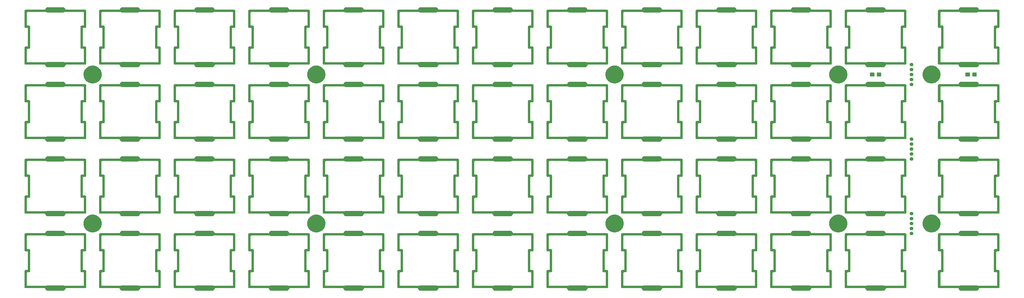
<source format=gbs>
G04 #@! TF.GenerationSoftware,KiCad,Pcbnew,(5.1.4-0)*
G04 #@! TF.CreationDate,2021-07-31T12:50:46-05:00*
G04 #@! TF.ProjectId,ori_top_plate,6f72695f-746f-4705-9f70-6c6174652e6b,rev?*
G04 #@! TF.SameCoordinates,Original*
G04 #@! TF.FileFunction,Soldermask,Bot*
G04 #@! TF.FilePolarity,Negative*
%FSLAX46Y46*%
G04 Gerber Fmt 4.6, Leading zero omitted, Abs format (unit mm)*
G04 Created by KiCad (PCBNEW (5.1.4-0)) date 2021-07-31 12:50:46*
%MOMM*%
%LPD*%
G04 APERTURE LIST*
%ADD10C,0.100000*%
G04 APERTURE END LIST*
D10*
G36*
X313950945Y-100682947D02*
G01*
X313984539Y-100686256D01*
X314060454Y-100709284D01*
X314113855Y-100725483D01*
X314233024Y-100789181D01*
X314337483Y-100874907D01*
X314423209Y-100979366D01*
X314486907Y-101098536D01*
X314524546Y-101222616D01*
X314533924Y-101245255D01*
X314547537Y-101265629D01*
X314564864Y-101282956D01*
X314585239Y-101296570D01*
X314607877Y-101305947D01*
X314631911Y-101310728D01*
X314644163Y-101311330D01*
X319480441Y-101311330D01*
X319492693Y-101310728D01*
X319501560Y-101309855D01*
X319561350Y-101315743D01*
X319618837Y-101333182D01*
X319618839Y-101333183D01*
X319618842Y-101333184D01*
X319671827Y-101361505D01*
X319671828Y-101361506D01*
X319671830Y-101361507D01*
X319718272Y-101399620D01*
X319756383Y-101446059D01*
X319756384Y-101446061D01*
X319756385Y-101446062D01*
X319784706Y-101499047D01*
X319784706Y-101499048D01*
X319784708Y-101499052D01*
X319802147Y-101556539D01*
X319806560Y-101601351D01*
X319806560Y-105659211D01*
X319807162Y-105671463D01*
X319808035Y-105680330D01*
X319802147Y-105740121D01*
X319784708Y-105797608D01*
X319784706Y-105797613D01*
X319756385Y-105850598D01*
X319756383Y-105850601D01*
X319718271Y-105897041D01*
X319671831Y-105935153D01*
X319671829Y-105935154D01*
X319671828Y-105935155D01*
X319618843Y-105963476D01*
X319618840Y-105963477D01*
X319618838Y-105963478D01*
X319561351Y-105980917D01*
X319510427Y-105985932D01*
X319501560Y-105986805D01*
X319492693Y-105985932D01*
X319480441Y-105985330D01*
X319106059Y-105985330D01*
X319081673Y-105987732D01*
X319058224Y-105994845D01*
X319036613Y-106006396D01*
X319017671Y-106021941D01*
X319002126Y-106040883D01*
X318990575Y-106062494D01*
X318983462Y-106085943D01*
X318981060Y-106110329D01*
X318981060Y-110584331D01*
X318983462Y-110608717D01*
X318990575Y-110632166D01*
X319002126Y-110653777D01*
X319017671Y-110672719D01*
X319036613Y-110688264D01*
X319058224Y-110699815D01*
X319081673Y-110706928D01*
X319106059Y-110709330D01*
X319480441Y-110709330D01*
X319492693Y-110708728D01*
X319501560Y-110707855D01*
X319510427Y-110708728D01*
X319561351Y-110713743D01*
X319618838Y-110731182D01*
X319618840Y-110731183D01*
X319618843Y-110731184D01*
X319671828Y-110759505D01*
X319671829Y-110759506D01*
X319671831Y-110759507D01*
X319718271Y-110797619D01*
X319756385Y-110844062D01*
X319784706Y-110897047D01*
X319784706Y-110897048D01*
X319784708Y-110897052D01*
X319802147Y-110954539D01*
X319808035Y-111014330D01*
X319807162Y-111023197D01*
X319806560Y-111035449D01*
X319806560Y-115093309D01*
X319802147Y-115138121D01*
X319784708Y-115195608D01*
X319784706Y-115195613D01*
X319756385Y-115248598D01*
X319756383Y-115248601D01*
X319718271Y-115295041D01*
X319671831Y-115333153D01*
X319671829Y-115333154D01*
X319671828Y-115333155D01*
X319618843Y-115361476D01*
X319618840Y-115361477D01*
X319618838Y-115361478D01*
X319561351Y-115378917D01*
X319501560Y-115384805D01*
X319492693Y-115383932D01*
X319480441Y-115383330D01*
X314644163Y-115383330D01*
X314619777Y-115385732D01*
X314596328Y-115392845D01*
X314574717Y-115404396D01*
X314555775Y-115419941D01*
X314540230Y-115438883D01*
X314528679Y-115460494D01*
X314524546Y-115472044D01*
X314486907Y-115596124D01*
X314423209Y-115715294D01*
X314337483Y-115819753D01*
X314233024Y-115905479D01*
X314113855Y-115969177D01*
X314060455Y-115985375D01*
X313984539Y-116008404D01*
X313950945Y-116011713D01*
X313883760Y-116018330D01*
X310006360Y-116018330D01*
X309939175Y-116011713D01*
X309905581Y-116008404D01*
X309829666Y-115985376D01*
X309776265Y-115969177D01*
X309657096Y-115905479D01*
X309552637Y-115819753D01*
X309466911Y-115715294D01*
X309403213Y-115596124D01*
X309365574Y-115472044D01*
X309356196Y-115449405D01*
X309342583Y-115429031D01*
X309325256Y-115411704D01*
X309304881Y-115398090D01*
X309282243Y-115388713D01*
X309258209Y-115383932D01*
X309245957Y-115383330D01*
X304409679Y-115383330D01*
X304397427Y-115383932D01*
X304388560Y-115384805D01*
X304328770Y-115378917D01*
X304271283Y-115361478D01*
X304271281Y-115361477D01*
X304271278Y-115361476D01*
X304218293Y-115333155D01*
X304218292Y-115333154D01*
X304218290Y-115333153D01*
X304171850Y-115295041D01*
X304133738Y-115248601D01*
X304133736Y-115248598D01*
X304105415Y-115195613D01*
X304105413Y-115195608D01*
X304087974Y-115138121D01*
X304083561Y-115093309D01*
X304083560Y-111035449D01*
X304082958Y-111023197D01*
X304082085Y-111014330D01*
X304087973Y-110954539D01*
X304105412Y-110897052D01*
X304105414Y-110897048D01*
X304105414Y-110897047D01*
X304133735Y-110844062D01*
X304171849Y-110797619D01*
X304218289Y-110759507D01*
X304218291Y-110759506D01*
X304218292Y-110759505D01*
X304271277Y-110731184D01*
X304271280Y-110731183D01*
X304271282Y-110731182D01*
X304328769Y-110713743D01*
X304379693Y-110708728D01*
X304388560Y-110707855D01*
X304397427Y-110708728D01*
X304409679Y-110709330D01*
X304784062Y-110709330D01*
X304808448Y-110706928D01*
X304831897Y-110699815D01*
X304853508Y-110688264D01*
X304872450Y-110672719D01*
X304887995Y-110653777D01*
X304899546Y-110632166D01*
X304906659Y-110608717D01*
X304909061Y-110584331D01*
X304909060Y-106110329D01*
X304906658Y-106085943D01*
X304899545Y-106062494D01*
X304887994Y-106040883D01*
X304872449Y-106021941D01*
X304853507Y-106006396D01*
X304831896Y-105994845D01*
X304808447Y-105987732D01*
X304784061Y-105985330D01*
X304409679Y-105985330D01*
X304397427Y-105985932D01*
X304388560Y-105986805D01*
X304379693Y-105985932D01*
X304328769Y-105980917D01*
X304271282Y-105963478D01*
X304271280Y-105963477D01*
X304271277Y-105963476D01*
X304218292Y-105935155D01*
X304218291Y-105935154D01*
X304218289Y-105935153D01*
X304171849Y-105897041D01*
X304133737Y-105850601D01*
X304133735Y-105850598D01*
X304105414Y-105797613D01*
X304105412Y-105797608D01*
X304087973Y-105740121D01*
X304082085Y-105680330D01*
X304082959Y-105671453D01*
X304083561Y-105659201D01*
X304083561Y-102046329D01*
X304693560Y-102046329D01*
X304693560Y-105250331D01*
X304695962Y-105274717D01*
X304703075Y-105298166D01*
X304714626Y-105319777D01*
X304730171Y-105338719D01*
X304749113Y-105354264D01*
X304770724Y-105365815D01*
X304794173Y-105372928D01*
X304818559Y-105375330D01*
X305192941Y-105375330D01*
X305205193Y-105374728D01*
X305214060Y-105373855D01*
X305222927Y-105374728D01*
X305273851Y-105379743D01*
X305331338Y-105397182D01*
X305331340Y-105397183D01*
X305331343Y-105397184D01*
X305384328Y-105425505D01*
X305384329Y-105425506D01*
X305384331Y-105425507D01*
X305430771Y-105463619D01*
X305468885Y-105510062D01*
X305497206Y-105563047D01*
X305497206Y-105563048D01*
X305497208Y-105563052D01*
X305514647Y-105620539D01*
X305520535Y-105680330D01*
X305519662Y-105689197D01*
X305519060Y-105701449D01*
X305519060Y-110993211D01*
X305519662Y-111005463D01*
X305520535Y-111014330D01*
X305514647Y-111074121D01*
X305497208Y-111131608D01*
X305497206Y-111131613D01*
X305468885Y-111184598D01*
X305468883Y-111184601D01*
X305430771Y-111231041D01*
X305384331Y-111269153D01*
X305384329Y-111269154D01*
X305384328Y-111269155D01*
X305331343Y-111297476D01*
X305331340Y-111297477D01*
X305331338Y-111297478D01*
X305273851Y-111314917D01*
X305222927Y-111319932D01*
X305214060Y-111320805D01*
X305205193Y-111319932D01*
X305192941Y-111319330D01*
X304818559Y-111319330D01*
X304794173Y-111321732D01*
X304770724Y-111328845D01*
X304749113Y-111340396D01*
X304730171Y-111355941D01*
X304714626Y-111374883D01*
X304703075Y-111396494D01*
X304695962Y-111419943D01*
X304693560Y-111444329D01*
X304693560Y-114648331D01*
X304695962Y-114672717D01*
X304703075Y-114696166D01*
X304714626Y-114717777D01*
X304730171Y-114736719D01*
X304749113Y-114752264D01*
X304770724Y-114763815D01*
X304794173Y-114770928D01*
X304818559Y-114773330D01*
X309599315Y-114773330D01*
X309623701Y-114770928D01*
X309647150Y-114763815D01*
X309658239Y-114758570D01*
X309776266Y-114695483D01*
X309776269Y-114695482D01*
X309905581Y-114656256D01*
X309939175Y-114652947D01*
X310006360Y-114646330D01*
X313883760Y-114646330D01*
X313950945Y-114652947D01*
X313984539Y-114656256D01*
X314113851Y-114695482D01*
X314113854Y-114695483D01*
X314231881Y-114758570D01*
X314254519Y-114767947D01*
X314278553Y-114772728D01*
X314290805Y-114773330D01*
X319071562Y-114773330D01*
X319095948Y-114770928D01*
X319119397Y-114763815D01*
X319141008Y-114752264D01*
X319159950Y-114736719D01*
X319175495Y-114717777D01*
X319187046Y-114696166D01*
X319194159Y-114672717D01*
X319196561Y-114648331D01*
X319196560Y-111444329D01*
X319194158Y-111419943D01*
X319187045Y-111396494D01*
X319175494Y-111374883D01*
X319159949Y-111355941D01*
X319141007Y-111340396D01*
X319119396Y-111328845D01*
X319095947Y-111321732D01*
X319071561Y-111319330D01*
X318697179Y-111319330D01*
X318684927Y-111319932D01*
X318676060Y-111320805D01*
X318667193Y-111319932D01*
X318616269Y-111314917D01*
X318558782Y-111297478D01*
X318558780Y-111297477D01*
X318558777Y-111297476D01*
X318505792Y-111269155D01*
X318505791Y-111269154D01*
X318505789Y-111269153D01*
X318459349Y-111231041D01*
X318421237Y-111184601D01*
X318421235Y-111184598D01*
X318392914Y-111131613D01*
X318392912Y-111131608D01*
X318375473Y-111074121D01*
X318369585Y-111014330D01*
X318370459Y-111005453D01*
X318371061Y-110993201D01*
X318371060Y-105701449D01*
X318370458Y-105689197D01*
X318369585Y-105680330D01*
X318375473Y-105620539D01*
X318392912Y-105563052D01*
X318392914Y-105563048D01*
X318392914Y-105563047D01*
X318421235Y-105510062D01*
X318459349Y-105463619D01*
X318505789Y-105425507D01*
X318505791Y-105425506D01*
X318505792Y-105425505D01*
X318558777Y-105397184D01*
X318558780Y-105397183D01*
X318558782Y-105397182D01*
X318616269Y-105379743D01*
X318667193Y-105374728D01*
X318676060Y-105373855D01*
X318684927Y-105374728D01*
X318697179Y-105375330D01*
X319071562Y-105375330D01*
X319095948Y-105372928D01*
X319119397Y-105365815D01*
X319141008Y-105354264D01*
X319159950Y-105338719D01*
X319175495Y-105319777D01*
X319187046Y-105298166D01*
X319194159Y-105274717D01*
X319196561Y-105250331D01*
X319196560Y-102046329D01*
X319194158Y-102021943D01*
X319187045Y-101998494D01*
X319175494Y-101976883D01*
X319159949Y-101957941D01*
X319141007Y-101942396D01*
X319119396Y-101930845D01*
X319095947Y-101923732D01*
X319071561Y-101921330D01*
X314290805Y-101921330D01*
X314266419Y-101923732D01*
X314242970Y-101930845D01*
X314231881Y-101936090D01*
X314113854Y-101999177D01*
X314113851Y-101999178D01*
X313984539Y-102038404D01*
X313950945Y-102041713D01*
X313883760Y-102048330D01*
X310006360Y-102048330D01*
X309939175Y-102041713D01*
X309905581Y-102038404D01*
X309776269Y-101999178D01*
X309776266Y-101999177D01*
X309658239Y-101936090D01*
X309635601Y-101926713D01*
X309611567Y-101921932D01*
X309599315Y-101921330D01*
X304818559Y-101921330D01*
X304794173Y-101923732D01*
X304770724Y-101930845D01*
X304749113Y-101942396D01*
X304730171Y-101957941D01*
X304714626Y-101976883D01*
X304703075Y-101998494D01*
X304695962Y-102021943D01*
X304693560Y-102046329D01*
X304083561Y-102046329D01*
X304083560Y-101601352D01*
X304087973Y-101556540D01*
X304105412Y-101499053D01*
X304105413Y-101499051D01*
X304105414Y-101499048D01*
X304133735Y-101446063D01*
X304171849Y-101399619D01*
X304171850Y-101399618D01*
X304218289Y-101361507D01*
X304218291Y-101361506D01*
X304218292Y-101361505D01*
X304271277Y-101333184D01*
X304271280Y-101333183D01*
X304271282Y-101333182D01*
X304328769Y-101315743D01*
X304388560Y-101309855D01*
X304397427Y-101310728D01*
X304409679Y-101311330D01*
X309245957Y-101311330D01*
X309270343Y-101308928D01*
X309293792Y-101301815D01*
X309315403Y-101290264D01*
X309334345Y-101274719D01*
X309349890Y-101255777D01*
X309361441Y-101234166D01*
X309365574Y-101222616D01*
X309403213Y-101098536D01*
X309466911Y-100979366D01*
X309552637Y-100874907D01*
X309657096Y-100789181D01*
X309776265Y-100725483D01*
X309829665Y-100709285D01*
X309905581Y-100686256D01*
X309939175Y-100682947D01*
X310006360Y-100676330D01*
X313883760Y-100676330D01*
X313950945Y-100682947D01*
X313950945Y-100682947D01*
G37*
G36*
X180605415Y-100682947D02*
G01*
X180639009Y-100686256D01*
X180714924Y-100709284D01*
X180768325Y-100725483D01*
X180887494Y-100789181D01*
X180991953Y-100874907D01*
X181077679Y-100979366D01*
X181141377Y-101098536D01*
X181179016Y-101222616D01*
X181188394Y-101245255D01*
X181202007Y-101265629D01*
X181219334Y-101282956D01*
X181239709Y-101296570D01*
X181262347Y-101305947D01*
X181286381Y-101310728D01*
X181298633Y-101311330D01*
X186134911Y-101311330D01*
X186147163Y-101310728D01*
X186156030Y-101309855D01*
X186215820Y-101315743D01*
X186273307Y-101333182D01*
X186273309Y-101333183D01*
X186273312Y-101333184D01*
X186326297Y-101361505D01*
X186326298Y-101361506D01*
X186326300Y-101361507D01*
X186372742Y-101399620D01*
X186410853Y-101446059D01*
X186410854Y-101446061D01*
X186410855Y-101446062D01*
X186439176Y-101499047D01*
X186439176Y-101499048D01*
X186439178Y-101499052D01*
X186456617Y-101556539D01*
X186461030Y-101601351D01*
X186461030Y-105659211D01*
X186461632Y-105671463D01*
X186462505Y-105680330D01*
X186456617Y-105740121D01*
X186439178Y-105797608D01*
X186439176Y-105797613D01*
X186410855Y-105850598D01*
X186410853Y-105850601D01*
X186372741Y-105897041D01*
X186326301Y-105935153D01*
X186326299Y-105935154D01*
X186326298Y-105935155D01*
X186273313Y-105963476D01*
X186273310Y-105963477D01*
X186273308Y-105963478D01*
X186215821Y-105980917D01*
X186164897Y-105985932D01*
X186156030Y-105986805D01*
X186147163Y-105985932D01*
X186134911Y-105985330D01*
X185760529Y-105985330D01*
X185736143Y-105987732D01*
X185712694Y-105994845D01*
X185691083Y-106006396D01*
X185672141Y-106021941D01*
X185656596Y-106040883D01*
X185645045Y-106062494D01*
X185637932Y-106085943D01*
X185635530Y-106110329D01*
X185635530Y-110584331D01*
X185637932Y-110608717D01*
X185645045Y-110632166D01*
X185656596Y-110653777D01*
X185672141Y-110672719D01*
X185691083Y-110688264D01*
X185712694Y-110699815D01*
X185736143Y-110706928D01*
X185760529Y-110709330D01*
X186134911Y-110709330D01*
X186147163Y-110708728D01*
X186156030Y-110707855D01*
X186164897Y-110708728D01*
X186215821Y-110713743D01*
X186273308Y-110731182D01*
X186273310Y-110731183D01*
X186273313Y-110731184D01*
X186326298Y-110759505D01*
X186326299Y-110759506D01*
X186326301Y-110759507D01*
X186372741Y-110797619D01*
X186410855Y-110844062D01*
X186439176Y-110897047D01*
X186439176Y-110897048D01*
X186439178Y-110897052D01*
X186456617Y-110954539D01*
X186462505Y-111014330D01*
X186461632Y-111023197D01*
X186461030Y-111035449D01*
X186461030Y-115093309D01*
X186456617Y-115138121D01*
X186439178Y-115195608D01*
X186439176Y-115195613D01*
X186410855Y-115248598D01*
X186410853Y-115248601D01*
X186372741Y-115295041D01*
X186326301Y-115333153D01*
X186326299Y-115333154D01*
X186326298Y-115333155D01*
X186273313Y-115361476D01*
X186273310Y-115361477D01*
X186273308Y-115361478D01*
X186215821Y-115378917D01*
X186156030Y-115384805D01*
X186147163Y-115383932D01*
X186134911Y-115383330D01*
X181298633Y-115383330D01*
X181274247Y-115385732D01*
X181250798Y-115392845D01*
X181229187Y-115404396D01*
X181210245Y-115419941D01*
X181194700Y-115438883D01*
X181183149Y-115460494D01*
X181179016Y-115472044D01*
X181141377Y-115596124D01*
X181077679Y-115715294D01*
X180991953Y-115819753D01*
X180887494Y-115905479D01*
X180768325Y-115969177D01*
X180714925Y-115985375D01*
X180639009Y-116008404D01*
X180605415Y-116011713D01*
X180538230Y-116018330D01*
X176660830Y-116018330D01*
X176593645Y-116011713D01*
X176560051Y-116008404D01*
X176484136Y-115985376D01*
X176430735Y-115969177D01*
X176311566Y-115905479D01*
X176207107Y-115819753D01*
X176121381Y-115715294D01*
X176057683Y-115596124D01*
X176020044Y-115472044D01*
X176010666Y-115449405D01*
X175997053Y-115429031D01*
X175979726Y-115411704D01*
X175959351Y-115398090D01*
X175936713Y-115388713D01*
X175912679Y-115383932D01*
X175900427Y-115383330D01*
X171064149Y-115383330D01*
X171051897Y-115383932D01*
X171043030Y-115384805D01*
X170983240Y-115378917D01*
X170925753Y-115361478D01*
X170925751Y-115361477D01*
X170925748Y-115361476D01*
X170872763Y-115333155D01*
X170872762Y-115333154D01*
X170872760Y-115333153D01*
X170826320Y-115295041D01*
X170788208Y-115248601D01*
X170788206Y-115248598D01*
X170759885Y-115195613D01*
X170759883Y-115195608D01*
X170742444Y-115138121D01*
X170738031Y-115093309D01*
X170738030Y-111035449D01*
X170737428Y-111023197D01*
X170736555Y-111014330D01*
X170742443Y-110954539D01*
X170759882Y-110897052D01*
X170759884Y-110897048D01*
X170759884Y-110897047D01*
X170788205Y-110844062D01*
X170826319Y-110797619D01*
X170872759Y-110759507D01*
X170872761Y-110759506D01*
X170872762Y-110759505D01*
X170925747Y-110731184D01*
X170925750Y-110731183D01*
X170925752Y-110731182D01*
X170983239Y-110713743D01*
X171034163Y-110708728D01*
X171043030Y-110707855D01*
X171051897Y-110708728D01*
X171064149Y-110709330D01*
X171438532Y-110709330D01*
X171462918Y-110706928D01*
X171486367Y-110699815D01*
X171507978Y-110688264D01*
X171526920Y-110672719D01*
X171542465Y-110653777D01*
X171554016Y-110632166D01*
X171561129Y-110608717D01*
X171563531Y-110584331D01*
X171563530Y-106110329D01*
X171561128Y-106085943D01*
X171554015Y-106062494D01*
X171542464Y-106040883D01*
X171526919Y-106021941D01*
X171507977Y-106006396D01*
X171486366Y-105994845D01*
X171462917Y-105987732D01*
X171438531Y-105985330D01*
X171064149Y-105985330D01*
X171051897Y-105985932D01*
X171043030Y-105986805D01*
X171034163Y-105985932D01*
X170983239Y-105980917D01*
X170925752Y-105963478D01*
X170925750Y-105963477D01*
X170925747Y-105963476D01*
X170872762Y-105935155D01*
X170872761Y-105935154D01*
X170872759Y-105935153D01*
X170826319Y-105897041D01*
X170788207Y-105850601D01*
X170788205Y-105850598D01*
X170759884Y-105797613D01*
X170759882Y-105797608D01*
X170742443Y-105740121D01*
X170736555Y-105680330D01*
X170737429Y-105671453D01*
X170738031Y-105659201D01*
X170738031Y-102046329D01*
X171348030Y-102046329D01*
X171348030Y-105250331D01*
X171350432Y-105274717D01*
X171357545Y-105298166D01*
X171369096Y-105319777D01*
X171384641Y-105338719D01*
X171403583Y-105354264D01*
X171425194Y-105365815D01*
X171448643Y-105372928D01*
X171473029Y-105375330D01*
X171847411Y-105375330D01*
X171859663Y-105374728D01*
X171868530Y-105373855D01*
X171877397Y-105374728D01*
X171928321Y-105379743D01*
X171985808Y-105397182D01*
X171985810Y-105397183D01*
X171985813Y-105397184D01*
X172038798Y-105425505D01*
X172038799Y-105425506D01*
X172038801Y-105425507D01*
X172085241Y-105463619D01*
X172123355Y-105510062D01*
X172151676Y-105563047D01*
X172151676Y-105563048D01*
X172151678Y-105563052D01*
X172169117Y-105620539D01*
X172175005Y-105680330D01*
X172174132Y-105689197D01*
X172173530Y-105701449D01*
X172173530Y-110993211D01*
X172174132Y-111005463D01*
X172175005Y-111014330D01*
X172169117Y-111074121D01*
X172151678Y-111131608D01*
X172151676Y-111131613D01*
X172123355Y-111184598D01*
X172123353Y-111184601D01*
X172085241Y-111231041D01*
X172038801Y-111269153D01*
X172038799Y-111269154D01*
X172038798Y-111269155D01*
X171985813Y-111297476D01*
X171985810Y-111297477D01*
X171985808Y-111297478D01*
X171928321Y-111314917D01*
X171877397Y-111319932D01*
X171868530Y-111320805D01*
X171859663Y-111319932D01*
X171847411Y-111319330D01*
X171473029Y-111319330D01*
X171448643Y-111321732D01*
X171425194Y-111328845D01*
X171403583Y-111340396D01*
X171384641Y-111355941D01*
X171369096Y-111374883D01*
X171357545Y-111396494D01*
X171350432Y-111419943D01*
X171348030Y-111444329D01*
X171348030Y-114648331D01*
X171350432Y-114672717D01*
X171357545Y-114696166D01*
X171369096Y-114717777D01*
X171384641Y-114736719D01*
X171403583Y-114752264D01*
X171425194Y-114763815D01*
X171448643Y-114770928D01*
X171473029Y-114773330D01*
X176253785Y-114773330D01*
X176278171Y-114770928D01*
X176301620Y-114763815D01*
X176312709Y-114758570D01*
X176430736Y-114695483D01*
X176430739Y-114695482D01*
X176560051Y-114656256D01*
X176593645Y-114652947D01*
X176660830Y-114646330D01*
X180538230Y-114646330D01*
X180605415Y-114652947D01*
X180639009Y-114656256D01*
X180768321Y-114695482D01*
X180768324Y-114695483D01*
X180886351Y-114758570D01*
X180908989Y-114767947D01*
X180933023Y-114772728D01*
X180945275Y-114773330D01*
X185726032Y-114773330D01*
X185750418Y-114770928D01*
X185773867Y-114763815D01*
X185795478Y-114752264D01*
X185814420Y-114736719D01*
X185829965Y-114717777D01*
X185841516Y-114696166D01*
X185848629Y-114672717D01*
X185851031Y-114648331D01*
X185851030Y-111444329D01*
X185848628Y-111419943D01*
X185841515Y-111396494D01*
X185829964Y-111374883D01*
X185814419Y-111355941D01*
X185795477Y-111340396D01*
X185773866Y-111328845D01*
X185750417Y-111321732D01*
X185726031Y-111319330D01*
X185351649Y-111319330D01*
X185339397Y-111319932D01*
X185330530Y-111320805D01*
X185321663Y-111319932D01*
X185270739Y-111314917D01*
X185213252Y-111297478D01*
X185213250Y-111297477D01*
X185213247Y-111297476D01*
X185160262Y-111269155D01*
X185160261Y-111269154D01*
X185160259Y-111269153D01*
X185113819Y-111231041D01*
X185075707Y-111184601D01*
X185075705Y-111184598D01*
X185047384Y-111131613D01*
X185047382Y-111131608D01*
X185029943Y-111074121D01*
X185024055Y-111014330D01*
X185024929Y-111005453D01*
X185025531Y-110993201D01*
X185025530Y-105701449D01*
X185024928Y-105689197D01*
X185024055Y-105680330D01*
X185029943Y-105620539D01*
X185047382Y-105563052D01*
X185047384Y-105563048D01*
X185047384Y-105563047D01*
X185075705Y-105510062D01*
X185113819Y-105463619D01*
X185160259Y-105425507D01*
X185160261Y-105425506D01*
X185160262Y-105425505D01*
X185213247Y-105397184D01*
X185213250Y-105397183D01*
X185213252Y-105397182D01*
X185270739Y-105379743D01*
X185321663Y-105374728D01*
X185330530Y-105373855D01*
X185339397Y-105374728D01*
X185351649Y-105375330D01*
X185726032Y-105375330D01*
X185750418Y-105372928D01*
X185773867Y-105365815D01*
X185795478Y-105354264D01*
X185814420Y-105338719D01*
X185829965Y-105319777D01*
X185841516Y-105298166D01*
X185848629Y-105274717D01*
X185851031Y-105250331D01*
X185851030Y-102046329D01*
X185848628Y-102021943D01*
X185841515Y-101998494D01*
X185829964Y-101976883D01*
X185814419Y-101957941D01*
X185795477Y-101942396D01*
X185773866Y-101930845D01*
X185750417Y-101923732D01*
X185726031Y-101921330D01*
X180945275Y-101921330D01*
X180920889Y-101923732D01*
X180897440Y-101930845D01*
X180886351Y-101936090D01*
X180768324Y-101999177D01*
X180768321Y-101999178D01*
X180639009Y-102038404D01*
X180605415Y-102041713D01*
X180538230Y-102048330D01*
X176660830Y-102048330D01*
X176593645Y-102041713D01*
X176560051Y-102038404D01*
X176430739Y-101999178D01*
X176430736Y-101999177D01*
X176312709Y-101936090D01*
X176290071Y-101926713D01*
X176266037Y-101921932D01*
X176253785Y-101921330D01*
X171473029Y-101921330D01*
X171448643Y-101923732D01*
X171425194Y-101930845D01*
X171403583Y-101942396D01*
X171384641Y-101957941D01*
X171369096Y-101976883D01*
X171357545Y-101998494D01*
X171350432Y-102021943D01*
X171348030Y-102046329D01*
X170738031Y-102046329D01*
X170738030Y-101601352D01*
X170742443Y-101556540D01*
X170759882Y-101499053D01*
X170759883Y-101499051D01*
X170759884Y-101499048D01*
X170788205Y-101446063D01*
X170826319Y-101399619D01*
X170826320Y-101399618D01*
X170872759Y-101361507D01*
X170872761Y-101361506D01*
X170872762Y-101361505D01*
X170925747Y-101333184D01*
X170925750Y-101333183D01*
X170925752Y-101333182D01*
X170983239Y-101315743D01*
X171043030Y-101309855D01*
X171051897Y-101310728D01*
X171064149Y-101311330D01*
X175900427Y-101311330D01*
X175924813Y-101308928D01*
X175948262Y-101301815D01*
X175969873Y-101290264D01*
X175988815Y-101274719D01*
X176004360Y-101255777D01*
X176015911Y-101234166D01*
X176020044Y-101222616D01*
X176057683Y-101098536D01*
X176121381Y-100979366D01*
X176207107Y-100874907D01*
X176311566Y-100789181D01*
X176430735Y-100725483D01*
X176484136Y-100709284D01*
X176560051Y-100686256D01*
X176593645Y-100682947D01*
X176660830Y-100676330D01*
X180538230Y-100676330D01*
X180605415Y-100682947D01*
X180605415Y-100682947D01*
G37*
G36*
X237750625Y-100682947D02*
G01*
X237784219Y-100686256D01*
X237860134Y-100709284D01*
X237913535Y-100725483D01*
X238032704Y-100789181D01*
X238137163Y-100874907D01*
X238222889Y-100979366D01*
X238286587Y-101098536D01*
X238324226Y-101222616D01*
X238333604Y-101245255D01*
X238347217Y-101265629D01*
X238364544Y-101282956D01*
X238384919Y-101296570D01*
X238407557Y-101305947D01*
X238431591Y-101310728D01*
X238443843Y-101311330D01*
X243280121Y-101311330D01*
X243292373Y-101310728D01*
X243301240Y-101309855D01*
X243361030Y-101315743D01*
X243418517Y-101333182D01*
X243418519Y-101333183D01*
X243418522Y-101333184D01*
X243471507Y-101361505D01*
X243471508Y-101361506D01*
X243471510Y-101361507D01*
X243517952Y-101399620D01*
X243556063Y-101446059D01*
X243556064Y-101446061D01*
X243556065Y-101446062D01*
X243584386Y-101499047D01*
X243584386Y-101499048D01*
X243584388Y-101499052D01*
X243601827Y-101556539D01*
X243606240Y-101601351D01*
X243606240Y-105659211D01*
X243606842Y-105671463D01*
X243607715Y-105680330D01*
X243601827Y-105740121D01*
X243584388Y-105797608D01*
X243584386Y-105797613D01*
X243556065Y-105850598D01*
X243556063Y-105850601D01*
X243517951Y-105897041D01*
X243471511Y-105935153D01*
X243471509Y-105935154D01*
X243471508Y-105935155D01*
X243418523Y-105963476D01*
X243418520Y-105963477D01*
X243418518Y-105963478D01*
X243361031Y-105980917D01*
X243310107Y-105985932D01*
X243301240Y-105986805D01*
X243292373Y-105985932D01*
X243280121Y-105985330D01*
X242905739Y-105985330D01*
X242881353Y-105987732D01*
X242857904Y-105994845D01*
X242836293Y-106006396D01*
X242817351Y-106021941D01*
X242801806Y-106040883D01*
X242790255Y-106062494D01*
X242783142Y-106085943D01*
X242780740Y-106110329D01*
X242780740Y-110584331D01*
X242783142Y-110608717D01*
X242790255Y-110632166D01*
X242801806Y-110653777D01*
X242817351Y-110672719D01*
X242836293Y-110688264D01*
X242857904Y-110699815D01*
X242881353Y-110706928D01*
X242905739Y-110709330D01*
X243280121Y-110709330D01*
X243292373Y-110708728D01*
X243301240Y-110707855D01*
X243310107Y-110708728D01*
X243361031Y-110713743D01*
X243418518Y-110731182D01*
X243418520Y-110731183D01*
X243418523Y-110731184D01*
X243471508Y-110759505D01*
X243471509Y-110759506D01*
X243471511Y-110759507D01*
X243517951Y-110797619D01*
X243556065Y-110844062D01*
X243584386Y-110897047D01*
X243584386Y-110897048D01*
X243584388Y-110897052D01*
X243601827Y-110954539D01*
X243607715Y-111014330D01*
X243606842Y-111023197D01*
X243606240Y-111035449D01*
X243606240Y-115093309D01*
X243601827Y-115138121D01*
X243584388Y-115195608D01*
X243584386Y-115195613D01*
X243556065Y-115248598D01*
X243556063Y-115248601D01*
X243517951Y-115295041D01*
X243471511Y-115333153D01*
X243471509Y-115333154D01*
X243471508Y-115333155D01*
X243418523Y-115361476D01*
X243418520Y-115361477D01*
X243418518Y-115361478D01*
X243361031Y-115378917D01*
X243301240Y-115384805D01*
X243292373Y-115383932D01*
X243280121Y-115383330D01*
X238443843Y-115383330D01*
X238419457Y-115385732D01*
X238396008Y-115392845D01*
X238374397Y-115404396D01*
X238355455Y-115419941D01*
X238339910Y-115438883D01*
X238328359Y-115460494D01*
X238324226Y-115472044D01*
X238286587Y-115596124D01*
X238222889Y-115715294D01*
X238137163Y-115819753D01*
X238032704Y-115905479D01*
X237913535Y-115969177D01*
X237860135Y-115985375D01*
X237784219Y-116008404D01*
X237750625Y-116011713D01*
X237683440Y-116018330D01*
X233806040Y-116018330D01*
X233738855Y-116011713D01*
X233705261Y-116008404D01*
X233629346Y-115985376D01*
X233575945Y-115969177D01*
X233456776Y-115905479D01*
X233352317Y-115819753D01*
X233266591Y-115715294D01*
X233202893Y-115596124D01*
X233165254Y-115472044D01*
X233155876Y-115449405D01*
X233142263Y-115429031D01*
X233124936Y-115411704D01*
X233104561Y-115398090D01*
X233081923Y-115388713D01*
X233057889Y-115383932D01*
X233045637Y-115383330D01*
X228209359Y-115383330D01*
X228197107Y-115383932D01*
X228188240Y-115384805D01*
X228128450Y-115378917D01*
X228070963Y-115361478D01*
X228070961Y-115361477D01*
X228070958Y-115361476D01*
X228017973Y-115333155D01*
X228017972Y-115333154D01*
X228017970Y-115333153D01*
X227971530Y-115295041D01*
X227933418Y-115248601D01*
X227933416Y-115248598D01*
X227905095Y-115195613D01*
X227905093Y-115195608D01*
X227887654Y-115138121D01*
X227883241Y-115093309D01*
X227883240Y-111035449D01*
X227882638Y-111023197D01*
X227881765Y-111014330D01*
X227887653Y-110954539D01*
X227905092Y-110897052D01*
X227905094Y-110897048D01*
X227905094Y-110897047D01*
X227933415Y-110844062D01*
X227971529Y-110797619D01*
X228017969Y-110759507D01*
X228017971Y-110759506D01*
X228017972Y-110759505D01*
X228070957Y-110731184D01*
X228070960Y-110731183D01*
X228070962Y-110731182D01*
X228128449Y-110713743D01*
X228179373Y-110708728D01*
X228188240Y-110707855D01*
X228197107Y-110708728D01*
X228209359Y-110709330D01*
X228583742Y-110709330D01*
X228608128Y-110706928D01*
X228631577Y-110699815D01*
X228653188Y-110688264D01*
X228672130Y-110672719D01*
X228687675Y-110653777D01*
X228699226Y-110632166D01*
X228706339Y-110608717D01*
X228708741Y-110584331D01*
X228708740Y-106110329D01*
X228706338Y-106085943D01*
X228699225Y-106062494D01*
X228687674Y-106040883D01*
X228672129Y-106021941D01*
X228653187Y-106006396D01*
X228631576Y-105994845D01*
X228608127Y-105987732D01*
X228583741Y-105985330D01*
X228209359Y-105985330D01*
X228197107Y-105985932D01*
X228188240Y-105986805D01*
X228179373Y-105985932D01*
X228128449Y-105980917D01*
X228070962Y-105963478D01*
X228070960Y-105963477D01*
X228070957Y-105963476D01*
X228017972Y-105935155D01*
X228017971Y-105935154D01*
X228017969Y-105935153D01*
X227971529Y-105897041D01*
X227933417Y-105850601D01*
X227933415Y-105850598D01*
X227905094Y-105797613D01*
X227905092Y-105797608D01*
X227887653Y-105740121D01*
X227881765Y-105680330D01*
X227882639Y-105671453D01*
X227883241Y-105659201D01*
X227883241Y-102046329D01*
X228493240Y-102046329D01*
X228493240Y-105250331D01*
X228495642Y-105274717D01*
X228502755Y-105298166D01*
X228514306Y-105319777D01*
X228529851Y-105338719D01*
X228548793Y-105354264D01*
X228570404Y-105365815D01*
X228593853Y-105372928D01*
X228618239Y-105375330D01*
X228992621Y-105375330D01*
X229004873Y-105374728D01*
X229013740Y-105373855D01*
X229022607Y-105374728D01*
X229073531Y-105379743D01*
X229131018Y-105397182D01*
X229131020Y-105397183D01*
X229131023Y-105397184D01*
X229184008Y-105425505D01*
X229184009Y-105425506D01*
X229184011Y-105425507D01*
X229230451Y-105463619D01*
X229268565Y-105510062D01*
X229296886Y-105563047D01*
X229296886Y-105563048D01*
X229296888Y-105563052D01*
X229314327Y-105620539D01*
X229320215Y-105680330D01*
X229319342Y-105689197D01*
X229318740Y-105701449D01*
X229318740Y-110993211D01*
X229319342Y-111005463D01*
X229320215Y-111014330D01*
X229314327Y-111074121D01*
X229296888Y-111131608D01*
X229296886Y-111131613D01*
X229268565Y-111184598D01*
X229268563Y-111184601D01*
X229230451Y-111231041D01*
X229184011Y-111269153D01*
X229184009Y-111269154D01*
X229184008Y-111269155D01*
X229131023Y-111297476D01*
X229131020Y-111297477D01*
X229131018Y-111297478D01*
X229073531Y-111314917D01*
X229022607Y-111319932D01*
X229013740Y-111320805D01*
X229004873Y-111319932D01*
X228992621Y-111319330D01*
X228618239Y-111319330D01*
X228593853Y-111321732D01*
X228570404Y-111328845D01*
X228548793Y-111340396D01*
X228529851Y-111355941D01*
X228514306Y-111374883D01*
X228502755Y-111396494D01*
X228495642Y-111419943D01*
X228493240Y-111444329D01*
X228493240Y-114648331D01*
X228495642Y-114672717D01*
X228502755Y-114696166D01*
X228514306Y-114717777D01*
X228529851Y-114736719D01*
X228548793Y-114752264D01*
X228570404Y-114763815D01*
X228593853Y-114770928D01*
X228618239Y-114773330D01*
X233398995Y-114773330D01*
X233423381Y-114770928D01*
X233446830Y-114763815D01*
X233457919Y-114758570D01*
X233575946Y-114695483D01*
X233575949Y-114695482D01*
X233705261Y-114656256D01*
X233738855Y-114652947D01*
X233806040Y-114646330D01*
X237683440Y-114646330D01*
X237750625Y-114652947D01*
X237784219Y-114656256D01*
X237913531Y-114695482D01*
X237913534Y-114695483D01*
X238031561Y-114758570D01*
X238054199Y-114767947D01*
X238078233Y-114772728D01*
X238090485Y-114773330D01*
X242871242Y-114773330D01*
X242895628Y-114770928D01*
X242919077Y-114763815D01*
X242940688Y-114752264D01*
X242959630Y-114736719D01*
X242975175Y-114717777D01*
X242986726Y-114696166D01*
X242993839Y-114672717D01*
X242996241Y-114648331D01*
X242996240Y-111444329D01*
X242993838Y-111419943D01*
X242986725Y-111396494D01*
X242975174Y-111374883D01*
X242959629Y-111355941D01*
X242940687Y-111340396D01*
X242919076Y-111328845D01*
X242895627Y-111321732D01*
X242871241Y-111319330D01*
X242496859Y-111319330D01*
X242484607Y-111319932D01*
X242475740Y-111320805D01*
X242466873Y-111319932D01*
X242415949Y-111314917D01*
X242358462Y-111297478D01*
X242358460Y-111297477D01*
X242358457Y-111297476D01*
X242305472Y-111269155D01*
X242305471Y-111269154D01*
X242305469Y-111269153D01*
X242259029Y-111231041D01*
X242220917Y-111184601D01*
X242220915Y-111184598D01*
X242192594Y-111131613D01*
X242192592Y-111131608D01*
X242175153Y-111074121D01*
X242169265Y-111014330D01*
X242170139Y-111005453D01*
X242170741Y-110993201D01*
X242170740Y-105701449D01*
X242170138Y-105689197D01*
X242169265Y-105680330D01*
X242175153Y-105620539D01*
X242192592Y-105563052D01*
X242192594Y-105563048D01*
X242192594Y-105563047D01*
X242220915Y-105510062D01*
X242259029Y-105463619D01*
X242305469Y-105425507D01*
X242305471Y-105425506D01*
X242305472Y-105425505D01*
X242358457Y-105397184D01*
X242358460Y-105397183D01*
X242358462Y-105397182D01*
X242415949Y-105379743D01*
X242466873Y-105374728D01*
X242475740Y-105373855D01*
X242484607Y-105374728D01*
X242496859Y-105375330D01*
X242871242Y-105375330D01*
X242895628Y-105372928D01*
X242919077Y-105365815D01*
X242940688Y-105354264D01*
X242959630Y-105338719D01*
X242975175Y-105319777D01*
X242986726Y-105298166D01*
X242993839Y-105274717D01*
X242996241Y-105250331D01*
X242996240Y-102046329D01*
X242993838Y-102021943D01*
X242986725Y-101998494D01*
X242975174Y-101976883D01*
X242959629Y-101957941D01*
X242940687Y-101942396D01*
X242919076Y-101930845D01*
X242895627Y-101923732D01*
X242871241Y-101921330D01*
X238090485Y-101921330D01*
X238066099Y-101923732D01*
X238042650Y-101930845D01*
X238031561Y-101936090D01*
X237913534Y-101999177D01*
X237913531Y-101999178D01*
X237784219Y-102038404D01*
X237750625Y-102041713D01*
X237683440Y-102048330D01*
X233806040Y-102048330D01*
X233738855Y-102041713D01*
X233705261Y-102038404D01*
X233575949Y-101999178D01*
X233575946Y-101999177D01*
X233457919Y-101936090D01*
X233435281Y-101926713D01*
X233411247Y-101921932D01*
X233398995Y-101921330D01*
X228618239Y-101921330D01*
X228593853Y-101923732D01*
X228570404Y-101930845D01*
X228548793Y-101942396D01*
X228529851Y-101957941D01*
X228514306Y-101976883D01*
X228502755Y-101998494D01*
X228495642Y-102021943D01*
X228493240Y-102046329D01*
X227883241Y-102046329D01*
X227883240Y-101601352D01*
X227887653Y-101556540D01*
X227905092Y-101499053D01*
X227905093Y-101499051D01*
X227905094Y-101499048D01*
X227933415Y-101446063D01*
X227971529Y-101399619D01*
X227971530Y-101399618D01*
X228017969Y-101361507D01*
X228017971Y-101361506D01*
X228017972Y-101361505D01*
X228070957Y-101333184D01*
X228070960Y-101333183D01*
X228070962Y-101333182D01*
X228128449Y-101315743D01*
X228188240Y-101309855D01*
X228197107Y-101310728D01*
X228209359Y-101311330D01*
X233045637Y-101311330D01*
X233070023Y-101308928D01*
X233093472Y-101301815D01*
X233115083Y-101290264D01*
X233134025Y-101274719D01*
X233149570Y-101255777D01*
X233161121Y-101234166D01*
X233165254Y-101222616D01*
X233202893Y-101098536D01*
X233266591Y-100979366D01*
X233352317Y-100874907D01*
X233456776Y-100789181D01*
X233575945Y-100725483D01*
X233629345Y-100709285D01*
X233705261Y-100686256D01*
X233738855Y-100682947D01*
X233806040Y-100676330D01*
X237683440Y-100676330D01*
X237750625Y-100682947D01*
X237750625Y-100682947D01*
G37*
G36*
X333001025Y-100682947D02*
G01*
X333034619Y-100686256D01*
X333110534Y-100709284D01*
X333163935Y-100725483D01*
X333283104Y-100789181D01*
X333387563Y-100874907D01*
X333473289Y-100979366D01*
X333536987Y-101098536D01*
X333574626Y-101222616D01*
X333584004Y-101245255D01*
X333597617Y-101265629D01*
X333614944Y-101282956D01*
X333635319Y-101296570D01*
X333657957Y-101305947D01*
X333681991Y-101310728D01*
X333694243Y-101311330D01*
X338530521Y-101311330D01*
X338542773Y-101310728D01*
X338551640Y-101309855D01*
X338611430Y-101315743D01*
X338668917Y-101333182D01*
X338668919Y-101333183D01*
X338668922Y-101333184D01*
X338721907Y-101361505D01*
X338721908Y-101361506D01*
X338721910Y-101361507D01*
X338768352Y-101399620D01*
X338806463Y-101446059D01*
X338806464Y-101446061D01*
X338806465Y-101446062D01*
X338834786Y-101499047D01*
X338834786Y-101499048D01*
X338834788Y-101499052D01*
X338852227Y-101556539D01*
X338856640Y-101601351D01*
X338856640Y-105659211D01*
X338857242Y-105671463D01*
X338858115Y-105680330D01*
X338852227Y-105740121D01*
X338834788Y-105797608D01*
X338834786Y-105797613D01*
X338806465Y-105850598D01*
X338806463Y-105850601D01*
X338768351Y-105897041D01*
X338721911Y-105935153D01*
X338721909Y-105935154D01*
X338721908Y-105935155D01*
X338668923Y-105963476D01*
X338668920Y-105963477D01*
X338668918Y-105963478D01*
X338611431Y-105980917D01*
X338560507Y-105985932D01*
X338551640Y-105986805D01*
X338542773Y-105985932D01*
X338530521Y-105985330D01*
X338156139Y-105985330D01*
X338131753Y-105987732D01*
X338108304Y-105994845D01*
X338086693Y-106006396D01*
X338067751Y-106021941D01*
X338052206Y-106040883D01*
X338040655Y-106062494D01*
X338033542Y-106085943D01*
X338031140Y-106110329D01*
X338031140Y-110584331D01*
X338033542Y-110608717D01*
X338040655Y-110632166D01*
X338052206Y-110653777D01*
X338067751Y-110672719D01*
X338086693Y-110688264D01*
X338108304Y-110699815D01*
X338131753Y-110706928D01*
X338156139Y-110709330D01*
X338530521Y-110709330D01*
X338542773Y-110708728D01*
X338551640Y-110707855D01*
X338560507Y-110708728D01*
X338611431Y-110713743D01*
X338668918Y-110731182D01*
X338668920Y-110731183D01*
X338668923Y-110731184D01*
X338721908Y-110759505D01*
X338721909Y-110759506D01*
X338721911Y-110759507D01*
X338768351Y-110797619D01*
X338806465Y-110844062D01*
X338834786Y-110897047D01*
X338834786Y-110897048D01*
X338834788Y-110897052D01*
X338852227Y-110954539D01*
X338858115Y-111014330D01*
X338857242Y-111023197D01*
X338856640Y-111035449D01*
X338856640Y-115093309D01*
X338852227Y-115138121D01*
X338834788Y-115195608D01*
X338834786Y-115195613D01*
X338806465Y-115248598D01*
X338806463Y-115248601D01*
X338768351Y-115295041D01*
X338721911Y-115333153D01*
X338721909Y-115333154D01*
X338721908Y-115333155D01*
X338668923Y-115361476D01*
X338668920Y-115361477D01*
X338668918Y-115361478D01*
X338611431Y-115378917D01*
X338551640Y-115384805D01*
X338542773Y-115383932D01*
X338530521Y-115383330D01*
X333694243Y-115383330D01*
X333669857Y-115385732D01*
X333646408Y-115392845D01*
X333624797Y-115404396D01*
X333605855Y-115419941D01*
X333590310Y-115438883D01*
X333578759Y-115460494D01*
X333574626Y-115472044D01*
X333536987Y-115596124D01*
X333473289Y-115715294D01*
X333387563Y-115819753D01*
X333283104Y-115905479D01*
X333163935Y-115969177D01*
X333110535Y-115985375D01*
X333034619Y-116008404D01*
X333001025Y-116011713D01*
X332933840Y-116018330D01*
X329056440Y-116018330D01*
X328989255Y-116011713D01*
X328955661Y-116008404D01*
X328879746Y-115985376D01*
X328826345Y-115969177D01*
X328707176Y-115905479D01*
X328602717Y-115819753D01*
X328516991Y-115715294D01*
X328453293Y-115596124D01*
X328415654Y-115472044D01*
X328406276Y-115449405D01*
X328392663Y-115429031D01*
X328375336Y-115411704D01*
X328354961Y-115398090D01*
X328332323Y-115388713D01*
X328308289Y-115383932D01*
X328296037Y-115383330D01*
X323459759Y-115383330D01*
X323447507Y-115383932D01*
X323438640Y-115384805D01*
X323378850Y-115378917D01*
X323321363Y-115361478D01*
X323321361Y-115361477D01*
X323321358Y-115361476D01*
X323268373Y-115333155D01*
X323268372Y-115333154D01*
X323268370Y-115333153D01*
X323221930Y-115295041D01*
X323183818Y-115248601D01*
X323183816Y-115248598D01*
X323155495Y-115195613D01*
X323155493Y-115195608D01*
X323138054Y-115138121D01*
X323133641Y-115093309D01*
X323133640Y-111035449D01*
X323133038Y-111023197D01*
X323132165Y-111014330D01*
X323138053Y-110954539D01*
X323155492Y-110897052D01*
X323155494Y-110897048D01*
X323155494Y-110897047D01*
X323183815Y-110844062D01*
X323221929Y-110797619D01*
X323268369Y-110759507D01*
X323268371Y-110759506D01*
X323268372Y-110759505D01*
X323321357Y-110731184D01*
X323321360Y-110731183D01*
X323321362Y-110731182D01*
X323378849Y-110713743D01*
X323429773Y-110708728D01*
X323438640Y-110707855D01*
X323447507Y-110708728D01*
X323459759Y-110709330D01*
X323834142Y-110709330D01*
X323858528Y-110706928D01*
X323881977Y-110699815D01*
X323903588Y-110688264D01*
X323922530Y-110672719D01*
X323938075Y-110653777D01*
X323949626Y-110632166D01*
X323956739Y-110608717D01*
X323959141Y-110584331D01*
X323959140Y-106110329D01*
X323956738Y-106085943D01*
X323949625Y-106062494D01*
X323938074Y-106040883D01*
X323922529Y-106021941D01*
X323903587Y-106006396D01*
X323881976Y-105994845D01*
X323858527Y-105987732D01*
X323834141Y-105985330D01*
X323459759Y-105985330D01*
X323447507Y-105985932D01*
X323438640Y-105986805D01*
X323429773Y-105985932D01*
X323378849Y-105980917D01*
X323321362Y-105963478D01*
X323321360Y-105963477D01*
X323321357Y-105963476D01*
X323268372Y-105935155D01*
X323268371Y-105935154D01*
X323268369Y-105935153D01*
X323221929Y-105897041D01*
X323183817Y-105850601D01*
X323183815Y-105850598D01*
X323155494Y-105797613D01*
X323155492Y-105797608D01*
X323138053Y-105740121D01*
X323132165Y-105680330D01*
X323133039Y-105671453D01*
X323133641Y-105659201D01*
X323133641Y-102046329D01*
X323743640Y-102046329D01*
X323743640Y-105250331D01*
X323746042Y-105274717D01*
X323753155Y-105298166D01*
X323764706Y-105319777D01*
X323780251Y-105338719D01*
X323799193Y-105354264D01*
X323820804Y-105365815D01*
X323844253Y-105372928D01*
X323868639Y-105375330D01*
X324243021Y-105375330D01*
X324255273Y-105374728D01*
X324264140Y-105373855D01*
X324273007Y-105374728D01*
X324323931Y-105379743D01*
X324381418Y-105397182D01*
X324381420Y-105397183D01*
X324381423Y-105397184D01*
X324434408Y-105425505D01*
X324434409Y-105425506D01*
X324434411Y-105425507D01*
X324480851Y-105463619D01*
X324518965Y-105510062D01*
X324547286Y-105563047D01*
X324547286Y-105563048D01*
X324547288Y-105563052D01*
X324564727Y-105620539D01*
X324570615Y-105680330D01*
X324569742Y-105689197D01*
X324569140Y-105701449D01*
X324569140Y-110993211D01*
X324569742Y-111005463D01*
X324570615Y-111014330D01*
X324564727Y-111074121D01*
X324547288Y-111131608D01*
X324547286Y-111131613D01*
X324518965Y-111184598D01*
X324518963Y-111184601D01*
X324480851Y-111231041D01*
X324434411Y-111269153D01*
X324434409Y-111269154D01*
X324434408Y-111269155D01*
X324381423Y-111297476D01*
X324381420Y-111297477D01*
X324381418Y-111297478D01*
X324323931Y-111314917D01*
X324273007Y-111319932D01*
X324264140Y-111320805D01*
X324255273Y-111319932D01*
X324243021Y-111319330D01*
X323868639Y-111319330D01*
X323844253Y-111321732D01*
X323820804Y-111328845D01*
X323799193Y-111340396D01*
X323780251Y-111355941D01*
X323764706Y-111374883D01*
X323753155Y-111396494D01*
X323746042Y-111419943D01*
X323743640Y-111444329D01*
X323743640Y-114648331D01*
X323746042Y-114672717D01*
X323753155Y-114696166D01*
X323764706Y-114717777D01*
X323780251Y-114736719D01*
X323799193Y-114752264D01*
X323820804Y-114763815D01*
X323844253Y-114770928D01*
X323868639Y-114773330D01*
X328649395Y-114773330D01*
X328673781Y-114770928D01*
X328697230Y-114763815D01*
X328708319Y-114758570D01*
X328826346Y-114695483D01*
X328826349Y-114695482D01*
X328955661Y-114656256D01*
X328989255Y-114652947D01*
X329056440Y-114646330D01*
X332933840Y-114646330D01*
X333001025Y-114652947D01*
X333034619Y-114656256D01*
X333163931Y-114695482D01*
X333163934Y-114695483D01*
X333281961Y-114758570D01*
X333304599Y-114767947D01*
X333328633Y-114772728D01*
X333340885Y-114773330D01*
X338121642Y-114773330D01*
X338146028Y-114770928D01*
X338169477Y-114763815D01*
X338191088Y-114752264D01*
X338210030Y-114736719D01*
X338225575Y-114717777D01*
X338237126Y-114696166D01*
X338244239Y-114672717D01*
X338246641Y-114648331D01*
X338246640Y-111444329D01*
X338244238Y-111419943D01*
X338237125Y-111396494D01*
X338225574Y-111374883D01*
X338210029Y-111355941D01*
X338191087Y-111340396D01*
X338169476Y-111328845D01*
X338146027Y-111321732D01*
X338121641Y-111319330D01*
X337747259Y-111319330D01*
X337735007Y-111319932D01*
X337726140Y-111320805D01*
X337717273Y-111319932D01*
X337666349Y-111314917D01*
X337608862Y-111297478D01*
X337608860Y-111297477D01*
X337608857Y-111297476D01*
X337555872Y-111269155D01*
X337555871Y-111269154D01*
X337555869Y-111269153D01*
X337509429Y-111231041D01*
X337471317Y-111184601D01*
X337471315Y-111184598D01*
X337442994Y-111131613D01*
X337442992Y-111131608D01*
X337425553Y-111074121D01*
X337419665Y-111014330D01*
X337420539Y-111005453D01*
X337421141Y-110993201D01*
X337421140Y-105701449D01*
X337420538Y-105689197D01*
X337419665Y-105680330D01*
X337425553Y-105620539D01*
X337442992Y-105563052D01*
X337442994Y-105563048D01*
X337442994Y-105563047D01*
X337471315Y-105510062D01*
X337509429Y-105463619D01*
X337555869Y-105425507D01*
X337555871Y-105425506D01*
X337555872Y-105425505D01*
X337608857Y-105397184D01*
X337608860Y-105397183D01*
X337608862Y-105397182D01*
X337666349Y-105379743D01*
X337717273Y-105374728D01*
X337726140Y-105373855D01*
X337735007Y-105374728D01*
X337747259Y-105375330D01*
X338121642Y-105375330D01*
X338146028Y-105372928D01*
X338169477Y-105365815D01*
X338191088Y-105354264D01*
X338210030Y-105338719D01*
X338225575Y-105319777D01*
X338237126Y-105298166D01*
X338244239Y-105274717D01*
X338246641Y-105250331D01*
X338246640Y-102046329D01*
X338244238Y-102021943D01*
X338237125Y-101998494D01*
X338225574Y-101976883D01*
X338210029Y-101957941D01*
X338191087Y-101942396D01*
X338169476Y-101930845D01*
X338146027Y-101923732D01*
X338121641Y-101921330D01*
X333340885Y-101921330D01*
X333316499Y-101923732D01*
X333293050Y-101930845D01*
X333281961Y-101936090D01*
X333163934Y-101999177D01*
X333163931Y-101999178D01*
X333034619Y-102038404D01*
X333001025Y-102041713D01*
X332933840Y-102048330D01*
X329056440Y-102048330D01*
X328989255Y-102041713D01*
X328955661Y-102038404D01*
X328826349Y-101999178D01*
X328826346Y-101999177D01*
X328708319Y-101936090D01*
X328685681Y-101926713D01*
X328661647Y-101921932D01*
X328649395Y-101921330D01*
X323868639Y-101921330D01*
X323844253Y-101923732D01*
X323820804Y-101930845D01*
X323799193Y-101942396D01*
X323780251Y-101957941D01*
X323764706Y-101976883D01*
X323753155Y-101998494D01*
X323746042Y-102021943D01*
X323743640Y-102046329D01*
X323133641Y-102046329D01*
X323133640Y-101601352D01*
X323138053Y-101556540D01*
X323155492Y-101499053D01*
X323155493Y-101499051D01*
X323155494Y-101499048D01*
X323183815Y-101446063D01*
X323221929Y-101399619D01*
X323221930Y-101399618D01*
X323268369Y-101361507D01*
X323268371Y-101361506D01*
X323268372Y-101361505D01*
X323321357Y-101333184D01*
X323321360Y-101333183D01*
X323321362Y-101333182D01*
X323378849Y-101315743D01*
X323438640Y-101309855D01*
X323447507Y-101310728D01*
X323459759Y-101311330D01*
X328296037Y-101311330D01*
X328320423Y-101308928D01*
X328343872Y-101301815D01*
X328365483Y-101290264D01*
X328384425Y-101274719D01*
X328399970Y-101255777D01*
X328411521Y-101234166D01*
X328415654Y-101222616D01*
X328453293Y-101098536D01*
X328516991Y-100979366D01*
X328602717Y-100874907D01*
X328707176Y-100789181D01*
X328826345Y-100725483D01*
X328879745Y-100709285D01*
X328955661Y-100686256D01*
X328989255Y-100682947D01*
X329056440Y-100676330D01*
X332933840Y-100676330D01*
X333001025Y-100682947D01*
X333001025Y-100682947D01*
G37*
G36*
X142500225Y-100682947D02*
G01*
X142533819Y-100686256D01*
X142609734Y-100709284D01*
X142663135Y-100725483D01*
X142782304Y-100789181D01*
X142886763Y-100874907D01*
X142972489Y-100979366D01*
X143036187Y-101098536D01*
X143073826Y-101222616D01*
X143083204Y-101245255D01*
X143096817Y-101265629D01*
X143114144Y-101282956D01*
X143134519Y-101296570D01*
X143157157Y-101305947D01*
X143181191Y-101310728D01*
X143193443Y-101311330D01*
X148029721Y-101311330D01*
X148041973Y-101310728D01*
X148050840Y-101309855D01*
X148110630Y-101315743D01*
X148168117Y-101333182D01*
X148168119Y-101333183D01*
X148168122Y-101333184D01*
X148221107Y-101361505D01*
X148221108Y-101361506D01*
X148221110Y-101361507D01*
X148267552Y-101399620D01*
X148305663Y-101446059D01*
X148305664Y-101446061D01*
X148305665Y-101446062D01*
X148333986Y-101499047D01*
X148333986Y-101499048D01*
X148333988Y-101499052D01*
X148351427Y-101556539D01*
X148355840Y-101601351D01*
X148355840Y-105659211D01*
X148356442Y-105671463D01*
X148357315Y-105680330D01*
X148351427Y-105740121D01*
X148333988Y-105797608D01*
X148333986Y-105797613D01*
X148305665Y-105850598D01*
X148305663Y-105850601D01*
X148267551Y-105897041D01*
X148221111Y-105935153D01*
X148221109Y-105935154D01*
X148221108Y-105935155D01*
X148168123Y-105963476D01*
X148168120Y-105963477D01*
X148168118Y-105963478D01*
X148110631Y-105980917D01*
X148059707Y-105985932D01*
X148050840Y-105986805D01*
X148041973Y-105985932D01*
X148029721Y-105985330D01*
X147655339Y-105985330D01*
X147630953Y-105987732D01*
X147607504Y-105994845D01*
X147585893Y-106006396D01*
X147566951Y-106021941D01*
X147551406Y-106040883D01*
X147539855Y-106062494D01*
X147532742Y-106085943D01*
X147530340Y-106110329D01*
X147530340Y-110584331D01*
X147532742Y-110608717D01*
X147539855Y-110632166D01*
X147551406Y-110653777D01*
X147566951Y-110672719D01*
X147585893Y-110688264D01*
X147607504Y-110699815D01*
X147630953Y-110706928D01*
X147655339Y-110709330D01*
X148029721Y-110709330D01*
X148041973Y-110708728D01*
X148050840Y-110707855D01*
X148059707Y-110708728D01*
X148110631Y-110713743D01*
X148168118Y-110731182D01*
X148168120Y-110731183D01*
X148168123Y-110731184D01*
X148221108Y-110759505D01*
X148221109Y-110759506D01*
X148221111Y-110759507D01*
X148267551Y-110797619D01*
X148305665Y-110844062D01*
X148333986Y-110897047D01*
X148333986Y-110897048D01*
X148333988Y-110897052D01*
X148351427Y-110954539D01*
X148357315Y-111014330D01*
X148356442Y-111023197D01*
X148355840Y-111035449D01*
X148355840Y-115093309D01*
X148351427Y-115138121D01*
X148333988Y-115195608D01*
X148333986Y-115195613D01*
X148305665Y-115248598D01*
X148305663Y-115248601D01*
X148267551Y-115295041D01*
X148221111Y-115333153D01*
X148221109Y-115333154D01*
X148221108Y-115333155D01*
X148168123Y-115361476D01*
X148168120Y-115361477D01*
X148168118Y-115361478D01*
X148110631Y-115378917D01*
X148050840Y-115384805D01*
X148041973Y-115383932D01*
X148029721Y-115383330D01*
X143193443Y-115383330D01*
X143169057Y-115385732D01*
X143145608Y-115392845D01*
X143123997Y-115404396D01*
X143105055Y-115419941D01*
X143089510Y-115438883D01*
X143077959Y-115460494D01*
X143073826Y-115472044D01*
X143036187Y-115596124D01*
X142972489Y-115715294D01*
X142886763Y-115819753D01*
X142782304Y-115905479D01*
X142663135Y-115969177D01*
X142609734Y-115985376D01*
X142533819Y-116008404D01*
X142500225Y-116011713D01*
X142433040Y-116018330D01*
X138555640Y-116018330D01*
X138488455Y-116011713D01*
X138454861Y-116008404D01*
X138378946Y-115985376D01*
X138325545Y-115969177D01*
X138206376Y-115905479D01*
X138101917Y-115819753D01*
X138016191Y-115715294D01*
X137952493Y-115596124D01*
X137914854Y-115472044D01*
X137905476Y-115449405D01*
X137891863Y-115429031D01*
X137874536Y-115411704D01*
X137854161Y-115398090D01*
X137831523Y-115388713D01*
X137807489Y-115383932D01*
X137795237Y-115383330D01*
X132958959Y-115383330D01*
X132946707Y-115383932D01*
X132937840Y-115384805D01*
X132878050Y-115378917D01*
X132820563Y-115361478D01*
X132820561Y-115361477D01*
X132820558Y-115361476D01*
X132767573Y-115333155D01*
X132767572Y-115333154D01*
X132767570Y-115333153D01*
X132721130Y-115295041D01*
X132683018Y-115248601D01*
X132683016Y-115248598D01*
X132654695Y-115195613D01*
X132654693Y-115195608D01*
X132637254Y-115138121D01*
X132632841Y-115093309D01*
X132632840Y-111035449D01*
X132632238Y-111023197D01*
X132631365Y-111014330D01*
X132637253Y-110954539D01*
X132654692Y-110897052D01*
X132654694Y-110897048D01*
X132654694Y-110897047D01*
X132683015Y-110844062D01*
X132721129Y-110797619D01*
X132767569Y-110759507D01*
X132767571Y-110759506D01*
X132767572Y-110759505D01*
X132820557Y-110731184D01*
X132820560Y-110731183D01*
X132820562Y-110731182D01*
X132878049Y-110713743D01*
X132928973Y-110708728D01*
X132937840Y-110707855D01*
X132946707Y-110708728D01*
X132958959Y-110709330D01*
X133333342Y-110709330D01*
X133357728Y-110706928D01*
X133381177Y-110699815D01*
X133402788Y-110688264D01*
X133421730Y-110672719D01*
X133437275Y-110653777D01*
X133448826Y-110632166D01*
X133455939Y-110608717D01*
X133458341Y-110584331D01*
X133458340Y-106110329D01*
X133455938Y-106085943D01*
X133448825Y-106062494D01*
X133437274Y-106040883D01*
X133421729Y-106021941D01*
X133402787Y-106006396D01*
X133381176Y-105994845D01*
X133357727Y-105987732D01*
X133333341Y-105985330D01*
X132958959Y-105985330D01*
X132946707Y-105985932D01*
X132937840Y-105986805D01*
X132928973Y-105985932D01*
X132878049Y-105980917D01*
X132820562Y-105963478D01*
X132820560Y-105963477D01*
X132820557Y-105963476D01*
X132767572Y-105935155D01*
X132767571Y-105935154D01*
X132767569Y-105935153D01*
X132721129Y-105897041D01*
X132683017Y-105850601D01*
X132683015Y-105850598D01*
X132654694Y-105797613D01*
X132654692Y-105797608D01*
X132637253Y-105740121D01*
X132631365Y-105680330D01*
X132632239Y-105671453D01*
X132632841Y-105659201D01*
X132632841Y-102046329D01*
X133242840Y-102046329D01*
X133242840Y-105250331D01*
X133245242Y-105274717D01*
X133252355Y-105298166D01*
X133263906Y-105319777D01*
X133279451Y-105338719D01*
X133298393Y-105354264D01*
X133320004Y-105365815D01*
X133343453Y-105372928D01*
X133367839Y-105375330D01*
X133742221Y-105375330D01*
X133754473Y-105374728D01*
X133763340Y-105373855D01*
X133772207Y-105374728D01*
X133823131Y-105379743D01*
X133880618Y-105397182D01*
X133880620Y-105397183D01*
X133880623Y-105397184D01*
X133933608Y-105425505D01*
X133933609Y-105425506D01*
X133933611Y-105425507D01*
X133980051Y-105463619D01*
X134018165Y-105510062D01*
X134046486Y-105563047D01*
X134046486Y-105563048D01*
X134046488Y-105563052D01*
X134063927Y-105620539D01*
X134069815Y-105680330D01*
X134068942Y-105689197D01*
X134068340Y-105701449D01*
X134068340Y-110993211D01*
X134068942Y-111005463D01*
X134069815Y-111014330D01*
X134063927Y-111074121D01*
X134046488Y-111131608D01*
X134046486Y-111131613D01*
X134018165Y-111184598D01*
X134018163Y-111184601D01*
X133980051Y-111231041D01*
X133933611Y-111269153D01*
X133933609Y-111269154D01*
X133933608Y-111269155D01*
X133880623Y-111297476D01*
X133880620Y-111297477D01*
X133880618Y-111297478D01*
X133823131Y-111314917D01*
X133772207Y-111319932D01*
X133763340Y-111320805D01*
X133754473Y-111319932D01*
X133742221Y-111319330D01*
X133367839Y-111319330D01*
X133343453Y-111321732D01*
X133320004Y-111328845D01*
X133298393Y-111340396D01*
X133279451Y-111355941D01*
X133263906Y-111374883D01*
X133252355Y-111396494D01*
X133245242Y-111419943D01*
X133242840Y-111444329D01*
X133242840Y-114648331D01*
X133245242Y-114672717D01*
X133252355Y-114696166D01*
X133263906Y-114717777D01*
X133279451Y-114736719D01*
X133298393Y-114752264D01*
X133320004Y-114763815D01*
X133343453Y-114770928D01*
X133367839Y-114773330D01*
X138148595Y-114773330D01*
X138172981Y-114770928D01*
X138196430Y-114763815D01*
X138207519Y-114758570D01*
X138325546Y-114695483D01*
X138325549Y-114695482D01*
X138454861Y-114656256D01*
X138488455Y-114652947D01*
X138555640Y-114646330D01*
X142433040Y-114646330D01*
X142500225Y-114652947D01*
X142533819Y-114656256D01*
X142663131Y-114695482D01*
X142663134Y-114695483D01*
X142781161Y-114758570D01*
X142803799Y-114767947D01*
X142827833Y-114772728D01*
X142840085Y-114773330D01*
X147620842Y-114773330D01*
X147645228Y-114770928D01*
X147668677Y-114763815D01*
X147690288Y-114752264D01*
X147709230Y-114736719D01*
X147724775Y-114717777D01*
X147736326Y-114696166D01*
X147743439Y-114672717D01*
X147745841Y-114648331D01*
X147745840Y-111444329D01*
X147743438Y-111419943D01*
X147736325Y-111396494D01*
X147724774Y-111374883D01*
X147709229Y-111355941D01*
X147690287Y-111340396D01*
X147668676Y-111328845D01*
X147645227Y-111321732D01*
X147620841Y-111319330D01*
X147246459Y-111319330D01*
X147234207Y-111319932D01*
X147225340Y-111320805D01*
X147216473Y-111319932D01*
X147165549Y-111314917D01*
X147108062Y-111297478D01*
X147108060Y-111297477D01*
X147108057Y-111297476D01*
X147055072Y-111269155D01*
X147055071Y-111269154D01*
X147055069Y-111269153D01*
X147008629Y-111231041D01*
X146970517Y-111184601D01*
X146970515Y-111184598D01*
X146942194Y-111131613D01*
X146942192Y-111131608D01*
X146924753Y-111074121D01*
X146918865Y-111014330D01*
X146919739Y-111005453D01*
X146920341Y-110993201D01*
X146920340Y-105701449D01*
X146919738Y-105689197D01*
X146918865Y-105680330D01*
X146924753Y-105620539D01*
X146942192Y-105563052D01*
X146942194Y-105563048D01*
X146942194Y-105563047D01*
X146970515Y-105510062D01*
X147008629Y-105463619D01*
X147055069Y-105425507D01*
X147055071Y-105425506D01*
X147055072Y-105425505D01*
X147108057Y-105397184D01*
X147108060Y-105397183D01*
X147108062Y-105397182D01*
X147165549Y-105379743D01*
X147216473Y-105374728D01*
X147225340Y-105373855D01*
X147234207Y-105374728D01*
X147246459Y-105375330D01*
X147620842Y-105375330D01*
X147645228Y-105372928D01*
X147668677Y-105365815D01*
X147690288Y-105354264D01*
X147709230Y-105338719D01*
X147724775Y-105319777D01*
X147736326Y-105298166D01*
X147743439Y-105274717D01*
X147745841Y-105250331D01*
X147745840Y-102046329D01*
X147743438Y-102021943D01*
X147736325Y-101998494D01*
X147724774Y-101976883D01*
X147709229Y-101957941D01*
X147690287Y-101942396D01*
X147668676Y-101930845D01*
X147645227Y-101923732D01*
X147620841Y-101921330D01*
X142840085Y-101921330D01*
X142815699Y-101923732D01*
X142792250Y-101930845D01*
X142781161Y-101936090D01*
X142663134Y-101999177D01*
X142663131Y-101999178D01*
X142533819Y-102038404D01*
X142500225Y-102041713D01*
X142433040Y-102048330D01*
X138555640Y-102048330D01*
X138488455Y-102041713D01*
X138454861Y-102038404D01*
X138325549Y-101999178D01*
X138325546Y-101999177D01*
X138207519Y-101936090D01*
X138184881Y-101926713D01*
X138160847Y-101921932D01*
X138148595Y-101921330D01*
X133367839Y-101921330D01*
X133343453Y-101923732D01*
X133320004Y-101930845D01*
X133298393Y-101942396D01*
X133279451Y-101957941D01*
X133263906Y-101976883D01*
X133252355Y-101998494D01*
X133245242Y-102021943D01*
X133242840Y-102046329D01*
X132632841Y-102046329D01*
X132632840Y-101601352D01*
X132637253Y-101556540D01*
X132654692Y-101499053D01*
X132654693Y-101499051D01*
X132654694Y-101499048D01*
X132683015Y-101446063D01*
X132721129Y-101399619D01*
X132721130Y-101399618D01*
X132767569Y-101361507D01*
X132767571Y-101361506D01*
X132767572Y-101361505D01*
X132820557Y-101333184D01*
X132820560Y-101333183D01*
X132820562Y-101333182D01*
X132878049Y-101315743D01*
X132937840Y-101309855D01*
X132946707Y-101310728D01*
X132958959Y-101311330D01*
X137795237Y-101311330D01*
X137819623Y-101308928D01*
X137843072Y-101301815D01*
X137864683Y-101290264D01*
X137883625Y-101274719D01*
X137899170Y-101255777D01*
X137910721Y-101234166D01*
X137914854Y-101222616D01*
X137952493Y-101098536D01*
X138016191Y-100979366D01*
X138101917Y-100874907D01*
X138206376Y-100789181D01*
X138325545Y-100725483D01*
X138378946Y-100709284D01*
X138454861Y-100686256D01*
X138488455Y-100682947D01*
X138555640Y-100676330D01*
X142433040Y-100676330D01*
X142500225Y-100682947D01*
X142500225Y-100682947D01*
G37*
G36*
X352051105Y-100682947D02*
G01*
X352084699Y-100686256D01*
X352160614Y-100709284D01*
X352214015Y-100725483D01*
X352333184Y-100789181D01*
X352437643Y-100874907D01*
X352523369Y-100979366D01*
X352587067Y-101098536D01*
X352624706Y-101222616D01*
X352634084Y-101245255D01*
X352647697Y-101265629D01*
X352665024Y-101282956D01*
X352685399Y-101296570D01*
X352708037Y-101305947D01*
X352732071Y-101310728D01*
X352744323Y-101311330D01*
X357580601Y-101311330D01*
X357592853Y-101310728D01*
X357601720Y-101309855D01*
X357661510Y-101315743D01*
X357718997Y-101333182D01*
X357718999Y-101333183D01*
X357719002Y-101333184D01*
X357771987Y-101361505D01*
X357771988Y-101361506D01*
X357771990Y-101361507D01*
X357818432Y-101399620D01*
X357856543Y-101446059D01*
X357856544Y-101446061D01*
X357856545Y-101446062D01*
X357884866Y-101499047D01*
X357884866Y-101499048D01*
X357884868Y-101499052D01*
X357902307Y-101556539D01*
X357906720Y-101601351D01*
X357906720Y-105659211D01*
X357907322Y-105671463D01*
X357908195Y-105680330D01*
X357902307Y-105740121D01*
X357884868Y-105797608D01*
X357884866Y-105797613D01*
X357856545Y-105850598D01*
X357856543Y-105850601D01*
X357818431Y-105897041D01*
X357771991Y-105935153D01*
X357771989Y-105935154D01*
X357771988Y-105935155D01*
X357719003Y-105963476D01*
X357719000Y-105963477D01*
X357718998Y-105963478D01*
X357661511Y-105980917D01*
X357610587Y-105985932D01*
X357601720Y-105986805D01*
X357592853Y-105985932D01*
X357580601Y-105985330D01*
X357206219Y-105985330D01*
X357181833Y-105987732D01*
X357158384Y-105994845D01*
X357136773Y-106006396D01*
X357117831Y-106021941D01*
X357102286Y-106040883D01*
X357090735Y-106062494D01*
X357083622Y-106085943D01*
X357081220Y-106110329D01*
X357081220Y-110584331D01*
X357083622Y-110608717D01*
X357090735Y-110632166D01*
X357102286Y-110653777D01*
X357117831Y-110672719D01*
X357136773Y-110688264D01*
X357158384Y-110699815D01*
X357181833Y-110706928D01*
X357206219Y-110709330D01*
X357580601Y-110709330D01*
X357592853Y-110708728D01*
X357601720Y-110707855D01*
X357610587Y-110708728D01*
X357661511Y-110713743D01*
X357718998Y-110731182D01*
X357719000Y-110731183D01*
X357719003Y-110731184D01*
X357771988Y-110759505D01*
X357771989Y-110759506D01*
X357771991Y-110759507D01*
X357818431Y-110797619D01*
X357856545Y-110844062D01*
X357884866Y-110897047D01*
X357884866Y-110897048D01*
X357884868Y-110897052D01*
X357902307Y-110954539D01*
X357908195Y-111014330D01*
X357907322Y-111023197D01*
X357906720Y-111035449D01*
X357906720Y-115093309D01*
X357902307Y-115138121D01*
X357884868Y-115195608D01*
X357884866Y-115195613D01*
X357856545Y-115248598D01*
X357856543Y-115248601D01*
X357818431Y-115295041D01*
X357771991Y-115333153D01*
X357771989Y-115333154D01*
X357771988Y-115333155D01*
X357719003Y-115361476D01*
X357719000Y-115361477D01*
X357718998Y-115361478D01*
X357661511Y-115378917D01*
X357601720Y-115384805D01*
X357592853Y-115383932D01*
X357580601Y-115383330D01*
X352744323Y-115383330D01*
X352719937Y-115385732D01*
X352696488Y-115392845D01*
X352674877Y-115404396D01*
X352655935Y-115419941D01*
X352640390Y-115438883D01*
X352628839Y-115460494D01*
X352624706Y-115472044D01*
X352587067Y-115596124D01*
X352523369Y-115715294D01*
X352437643Y-115819753D01*
X352333184Y-115905479D01*
X352214015Y-115969177D01*
X352160615Y-115985375D01*
X352084699Y-116008404D01*
X352051105Y-116011713D01*
X351983920Y-116018330D01*
X348106520Y-116018330D01*
X348039335Y-116011713D01*
X348005741Y-116008404D01*
X347929826Y-115985376D01*
X347876425Y-115969177D01*
X347757256Y-115905479D01*
X347652797Y-115819753D01*
X347567071Y-115715294D01*
X347503373Y-115596124D01*
X347465734Y-115472044D01*
X347456356Y-115449405D01*
X347442743Y-115429031D01*
X347425416Y-115411704D01*
X347405041Y-115398090D01*
X347382403Y-115388713D01*
X347358369Y-115383932D01*
X347346117Y-115383330D01*
X342509839Y-115383330D01*
X342497587Y-115383932D01*
X342488720Y-115384805D01*
X342428930Y-115378917D01*
X342371443Y-115361478D01*
X342371441Y-115361477D01*
X342371438Y-115361476D01*
X342318453Y-115333155D01*
X342318452Y-115333154D01*
X342318450Y-115333153D01*
X342272010Y-115295041D01*
X342233898Y-115248601D01*
X342233896Y-115248598D01*
X342205575Y-115195613D01*
X342205573Y-115195608D01*
X342188134Y-115138121D01*
X342183721Y-115093309D01*
X342183720Y-111035449D01*
X342183118Y-111023197D01*
X342182245Y-111014330D01*
X342188133Y-110954539D01*
X342205572Y-110897052D01*
X342205574Y-110897048D01*
X342205574Y-110897047D01*
X342233895Y-110844062D01*
X342272009Y-110797619D01*
X342318449Y-110759507D01*
X342318451Y-110759506D01*
X342318452Y-110759505D01*
X342371437Y-110731184D01*
X342371440Y-110731183D01*
X342371442Y-110731182D01*
X342428929Y-110713743D01*
X342479853Y-110708728D01*
X342488720Y-110707855D01*
X342497587Y-110708728D01*
X342509839Y-110709330D01*
X342884222Y-110709330D01*
X342908608Y-110706928D01*
X342932057Y-110699815D01*
X342953668Y-110688264D01*
X342972610Y-110672719D01*
X342988155Y-110653777D01*
X342999706Y-110632166D01*
X343006819Y-110608717D01*
X343009221Y-110584331D01*
X343009220Y-106110329D01*
X343006818Y-106085943D01*
X342999705Y-106062494D01*
X342988154Y-106040883D01*
X342972609Y-106021941D01*
X342953667Y-106006396D01*
X342932056Y-105994845D01*
X342908607Y-105987732D01*
X342884221Y-105985330D01*
X342509839Y-105985330D01*
X342497587Y-105985932D01*
X342488720Y-105986805D01*
X342479853Y-105985932D01*
X342428929Y-105980917D01*
X342371442Y-105963478D01*
X342371440Y-105963477D01*
X342371437Y-105963476D01*
X342318452Y-105935155D01*
X342318451Y-105935154D01*
X342318449Y-105935153D01*
X342272009Y-105897041D01*
X342233897Y-105850601D01*
X342233895Y-105850598D01*
X342205574Y-105797613D01*
X342205572Y-105797608D01*
X342188133Y-105740121D01*
X342182245Y-105680330D01*
X342183119Y-105671453D01*
X342183721Y-105659201D01*
X342183721Y-102046329D01*
X342793720Y-102046329D01*
X342793720Y-105250331D01*
X342796122Y-105274717D01*
X342803235Y-105298166D01*
X342814786Y-105319777D01*
X342830331Y-105338719D01*
X342849273Y-105354264D01*
X342870884Y-105365815D01*
X342894333Y-105372928D01*
X342918719Y-105375330D01*
X343293101Y-105375330D01*
X343305353Y-105374728D01*
X343314220Y-105373855D01*
X343323087Y-105374728D01*
X343374011Y-105379743D01*
X343431498Y-105397182D01*
X343431500Y-105397183D01*
X343431503Y-105397184D01*
X343484488Y-105425505D01*
X343484489Y-105425506D01*
X343484491Y-105425507D01*
X343530931Y-105463619D01*
X343569045Y-105510062D01*
X343597366Y-105563047D01*
X343597366Y-105563048D01*
X343597368Y-105563052D01*
X343614807Y-105620539D01*
X343620695Y-105680330D01*
X343619822Y-105689197D01*
X343619220Y-105701449D01*
X343619220Y-110993211D01*
X343619822Y-111005463D01*
X343620695Y-111014330D01*
X343614807Y-111074121D01*
X343597368Y-111131608D01*
X343597366Y-111131613D01*
X343569045Y-111184598D01*
X343569043Y-111184601D01*
X343530931Y-111231041D01*
X343484491Y-111269153D01*
X343484489Y-111269154D01*
X343484488Y-111269155D01*
X343431503Y-111297476D01*
X343431500Y-111297477D01*
X343431498Y-111297478D01*
X343374011Y-111314917D01*
X343323087Y-111319932D01*
X343314220Y-111320805D01*
X343305353Y-111319932D01*
X343293101Y-111319330D01*
X342918719Y-111319330D01*
X342894333Y-111321732D01*
X342870884Y-111328845D01*
X342849273Y-111340396D01*
X342830331Y-111355941D01*
X342814786Y-111374883D01*
X342803235Y-111396494D01*
X342796122Y-111419943D01*
X342793720Y-111444329D01*
X342793720Y-114648331D01*
X342796122Y-114672717D01*
X342803235Y-114696166D01*
X342814786Y-114717777D01*
X342830331Y-114736719D01*
X342849273Y-114752264D01*
X342870884Y-114763815D01*
X342894333Y-114770928D01*
X342918719Y-114773330D01*
X347699475Y-114773330D01*
X347723861Y-114770928D01*
X347747310Y-114763815D01*
X347758399Y-114758570D01*
X347876426Y-114695483D01*
X347876429Y-114695482D01*
X348005741Y-114656256D01*
X348039335Y-114652947D01*
X348106520Y-114646330D01*
X351983920Y-114646330D01*
X352051105Y-114652947D01*
X352084699Y-114656256D01*
X352214011Y-114695482D01*
X352214014Y-114695483D01*
X352332041Y-114758570D01*
X352354679Y-114767947D01*
X352378713Y-114772728D01*
X352390965Y-114773330D01*
X357171722Y-114773330D01*
X357196108Y-114770928D01*
X357219557Y-114763815D01*
X357241168Y-114752264D01*
X357260110Y-114736719D01*
X357275655Y-114717777D01*
X357287206Y-114696166D01*
X357294319Y-114672717D01*
X357296721Y-114648331D01*
X357296720Y-111444329D01*
X357294318Y-111419943D01*
X357287205Y-111396494D01*
X357275654Y-111374883D01*
X357260109Y-111355941D01*
X357241167Y-111340396D01*
X357219556Y-111328845D01*
X357196107Y-111321732D01*
X357171721Y-111319330D01*
X356797339Y-111319330D01*
X356785087Y-111319932D01*
X356776220Y-111320805D01*
X356767353Y-111319932D01*
X356716429Y-111314917D01*
X356658942Y-111297478D01*
X356658940Y-111297477D01*
X356658937Y-111297476D01*
X356605952Y-111269155D01*
X356605951Y-111269154D01*
X356605949Y-111269153D01*
X356559509Y-111231041D01*
X356521397Y-111184601D01*
X356521395Y-111184598D01*
X356493074Y-111131613D01*
X356493072Y-111131608D01*
X356475633Y-111074121D01*
X356469745Y-111014330D01*
X356470619Y-111005453D01*
X356471221Y-110993201D01*
X356471220Y-105701449D01*
X356470618Y-105689197D01*
X356469745Y-105680330D01*
X356475633Y-105620539D01*
X356493072Y-105563052D01*
X356493074Y-105563048D01*
X356493074Y-105563047D01*
X356521395Y-105510062D01*
X356559509Y-105463619D01*
X356605949Y-105425507D01*
X356605951Y-105425506D01*
X356605952Y-105425505D01*
X356658937Y-105397184D01*
X356658940Y-105397183D01*
X356658942Y-105397182D01*
X356716429Y-105379743D01*
X356767353Y-105374728D01*
X356776220Y-105373855D01*
X356785087Y-105374728D01*
X356797339Y-105375330D01*
X357171722Y-105375330D01*
X357196108Y-105372928D01*
X357219557Y-105365815D01*
X357241168Y-105354264D01*
X357260110Y-105338719D01*
X357275655Y-105319777D01*
X357287206Y-105298166D01*
X357294319Y-105274717D01*
X357296721Y-105250331D01*
X357296720Y-102046329D01*
X357294318Y-102021943D01*
X357287205Y-101998494D01*
X357275654Y-101976883D01*
X357260109Y-101957941D01*
X357241167Y-101942396D01*
X357219556Y-101930845D01*
X357196107Y-101923732D01*
X357171721Y-101921330D01*
X352390965Y-101921330D01*
X352366579Y-101923732D01*
X352343130Y-101930845D01*
X352332041Y-101936090D01*
X352214014Y-101999177D01*
X352214011Y-101999178D01*
X352084699Y-102038404D01*
X352051105Y-102041713D01*
X351983920Y-102048330D01*
X348106520Y-102048330D01*
X348039335Y-102041713D01*
X348005741Y-102038404D01*
X347876429Y-101999178D01*
X347876426Y-101999177D01*
X347758399Y-101936090D01*
X347735761Y-101926713D01*
X347711727Y-101921932D01*
X347699475Y-101921330D01*
X342918719Y-101921330D01*
X342894333Y-101923732D01*
X342870884Y-101930845D01*
X342849273Y-101942396D01*
X342830331Y-101957941D01*
X342814786Y-101976883D01*
X342803235Y-101998494D01*
X342796122Y-102021943D01*
X342793720Y-102046329D01*
X342183721Y-102046329D01*
X342183720Y-101601352D01*
X342188133Y-101556540D01*
X342205572Y-101499053D01*
X342205573Y-101499051D01*
X342205574Y-101499048D01*
X342233895Y-101446063D01*
X342272009Y-101399619D01*
X342272010Y-101399618D01*
X342318449Y-101361507D01*
X342318451Y-101361506D01*
X342318452Y-101361505D01*
X342371437Y-101333184D01*
X342371440Y-101333183D01*
X342371442Y-101333182D01*
X342428929Y-101315743D01*
X342488720Y-101309855D01*
X342497587Y-101310728D01*
X342509839Y-101311330D01*
X347346117Y-101311330D01*
X347370503Y-101308928D01*
X347393952Y-101301815D01*
X347415563Y-101290264D01*
X347434505Y-101274719D01*
X347450050Y-101255777D01*
X347461601Y-101234166D01*
X347465734Y-101222616D01*
X347503373Y-101098536D01*
X347567071Y-100979366D01*
X347652797Y-100874907D01*
X347757256Y-100789181D01*
X347876425Y-100725483D01*
X347929825Y-100709285D01*
X348005741Y-100686256D01*
X348039335Y-100682947D01*
X348106520Y-100676330D01*
X351983920Y-100676330D01*
X352051105Y-100682947D01*
X352051105Y-100682947D01*
G37*
G36*
X256800705Y-100682947D02*
G01*
X256834299Y-100686256D01*
X256910214Y-100709284D01*
X256963615Y-100725483D01*
X257082784Y-100789181D01*
X257187243Y-100874907D01*
X257272969Y-100979366D01*
X257336667Y-101098536D01*
X257374306Y-101222616D01*
X257383684Y-101245255D01*
X257397297Y-101265629D01*
X257414624Y-101282956D01*
X257434999Y-101296570D01*
X257457637Y-101305947D01*
X257481671Y-101310728D01*
X257493923Y-101311330D01*
X262330201Y-101311330D01*
X262342453Y-101310728D01*
X262351320Y-101309855D01*
X262411110Y-101315743D01*
X262468597Y-101333182D01*
X262468599Y-101333183D01*
X262468602Y-101333184D01*
X262521587Y-101361505D01*
X262521588Y-101361506D01*
X262521590Y-101361507D01*
X262568032Y-101399620D01*
X262606143Y-101446059D01*
X262606144Y-101446061D01*
X262606145Y-101446062D01*
X262634466Y-101499047D01*
X262634466Y-101499048D01*
X262634468Y-101499052D01*
X262651907Y-101556539D01*
X262656320Y-101601351D01*
X262656320Y-105659211D01*
X262656922Y-105671463D01*
X262657795Y-105680330D01*
X262651907Y-105740121D01*
X262634468Y-105797608D01*
X262634466Y-105797613D01*
X262606145Y-105850598D01*
X262606143Y-105850601D01*
X262568031Y-105897041D01*
X262521591Y-105935153D01*
X262521589Y-105935154D01*
X262521588Y-105935155D01*
X262468603Y-105963476D01*
X262468600Y-105963477D01*
X262468598Y-105963478D01*
X262411111Y-105980917D01*
X262360187Y-105985932D01*
X262351320Y-105986805D01*
X262342453Y-105985932D01*
X262330201Y-105985330D01*
X261955819Y-105985330D01*
X261931433Y-105987732D01*
X261907984Y-105994845D01*
X261886373Y-106006396D01*
X261867431Y-106021941D01*
X261851886Y-106040883D01*
X261840335Y-106062494D01*
X261833222Y-106085943D01*
X261830820Y-106110329D01*
X261830820Y-110584331D01*
X261833222Y-110608717D01*
X261840335Y-110632166D01*
X261851886Y-110653777D01*
X261867431Y-110672719D01*
X261886373Y-110688264D01*
X261907984Y-110699815D01*
X261931433Y-110706928D01*
X261955819Y-110709330D01*
X262330201Y-110709330D01*
X262342453Y-110708728D01*
X262351320Y-110707855D01*
X262360187Y-110708728D01*
X262411111Y-110713743D01*
X262468598Y-110731182D01*
X262468600Y-110731183D01*
X262468603Y-110731184D01*
X262521588Y-110759505D01*
X262521589Y-110759506D01*
X262521591Y-110759507D01*
X262568031Y-110797619D01*
X262606145Y-110844062D01*
X262634466Y-110897047D01*
X262634466Y-110897048D01*
X262634468Y-110897052D01*
X262651907Y-110954539D01*
X262657795Y-111014330D01*
X262656922Y-111023197D01*
X262656320Y-111035449D01*
X262656320Y-115093309D01*
X262651907Y-115138121D01*
X262634468Y-115195608D01*
X262634466Y-115195613D01*
X262606145Y-115248598D01*
X262606143Y-115248601D01*
X262568031Y-115295041D01*
X262521591Y-115333153D01*
X262521589Y-115333154D01*
X262521588Y-115333155D01*
X262468603Y-115361476D01*
X262468600Y-115361477D01*
X262468598Y-115361478D01*
X262411111Y-115378917D01*
X262351320Y-115384805D01*
X262342453Y-115383932D01*
X262330201Y-115383330D01*
X257493923Y-115383330D01*
X257469537Y-115385732D01*
X257446088Y-115392845D01*
X257424477Y-115404396D01*
X257405535Y-115419941D01*
X257389990Y-115438883D01*
X257378439Y-115460494D01*
X257374306Y-115472044D01*
X257336667Y-115596124D01*
X257272969Y-115715294D01*
X257187243Y-115819753D01*
X257082784Y-115905479D01*
X256963615Y-115969177D01*
X256910215Y-115985375D01*
X256834299Y-116008404D01*
X256800705Y-116011713D01*
X256733520Y-116018330D01*
X252856120Y-116018330D01*
X252788935Y-116011713D01*
X252755341Y-116008404D01*
X252679426Y-115985376D01*
X252626025Y-115969177D01*
X252506856Y-115905479D01*
X252402397Y-115819753D01*
X252316671Y-115715294D01*
X252252973Y-115596124D01*
X252215334Y-115472044D01*
X252205956Y-115449405D01*
X252192343Y-115429031D01*
X252175016Y-115411704D01*
X252154641Y-115398090D01*
X252132003Y-115388713D01*
X252107969Y-115383932D01*
X252095717Y-115383330D01*
X247259439Y-115383330D01*
X247247187Y-115383932D01*
X247238320Y-115384805D01*
X247178530Y-115378917D01*
X247121043Y-115361478D01*
X247121041Y-115361477D01*
X247121038Y-115361476D01*
X247068053Y-115333155D01*
X247068052Y-115333154D01*
X247068050Y-115333153D01*
X247021610Y-115295041D01*
X246983498Y-115248601D01*
X246983496Y-115248598D01*
X246955175Y-115195613D01*
X246955173Y-115195608D01*
X246937734Y-115138121D01*
X246933321Y-115093309D01*
X246933320Y-111035449D01*
X246932718Y-111023197D01*
X246931845Y-111014330D01*
X246937733Y-110954539D01*
X246955172Y-110897052D01*
X246955174Y-110897048D01*
X246955174Y-110897047D01*
X246983495Y-110844062D01*
X247021609Y-110797619D01*
X247068049Y-110759507D01*
X247068051Y-110759506D01*
X247068052Y-110759505D01*
X247121037Y-110731184D01*
X247121040Y-110731183D01*
X247121042Y-110731182D01*
X247178529Y-110713743D01*
X247229453Y-110708728D01*
X247238320Y-110707855D01*
X247247187Y-110708728D01*
X247259439Y-110709330D01*
X247633822Y-110709330D01*
X247658208Y-110706928D01*
X247681657Y-110699815D01*
X247703268Y-110688264D01*
X247722210Y-110672719D01*
X247737755Y-110653777D01*
X247749306Y-110632166D01*
X247756419Y-110608717D01*
X247758821Y-110584331D01*
X247758820Y-106110329D01*
X247756418Y-106085943D01*
X247749305Y-106062494D01*
X247737754Y-106040883D01*
X247722209Y-106021941D01*
X247703267Y-106006396D01*
X247681656Y-105994845D01*
X247658207Y-105987732D01*
X247633821Y-105985330D01*
X247259439Y-105985330D01*
X247247187Y-105985932D01*
X247238320Y-105986805D01*
X247229453Y-105985932D01*
X247178529Y-105980917D01*
X247121042Y-105963478D01*
X247121040Y-105963477D01*
X247121037Y-105963476D01*
X247068052Y-105935155D01*
X247068051Y-105935154D01*
X247068049Y-105935153D01*
X247021609Y-105897041D01*
X246983497Y-105850601D01*
X246983495Y-105850598D01*
X246955174Y-105797613D01*
X246955172Y-105797608D01*
X246937733Y-105740121D01*
X246931845Y-105680330D01*
X246932719Y-105671453D01*
X246933321Y-105659201D01*
X246933321Y-102046329D01*
X247543320Y-102046329D01*
X247543320Y-105250331D01*
X247545722Y-105274717D01*
X247552835Y-105298166D01*
X247564386Y-105319777D01*
X247579931Y-105338719D01*
X247598873Y-105354264D01*
X247620484Y-105365815D01*
X247643933Y-105372928D01*
X247668319Y-105375330D01*
X248042701Y-105375330D01*
X248054953Y-105374728D01*
X248063820Y-105373855D01*
X248072687Y-105374728D01*
X248123611Y-105379743D01*
X248181098Y-105397182D01*
X248181100Y-105397183D01*
X248181103Y-105397184D01*
X248234088Y-105425505D01*
X248234089Y-105425506D01*
X248234091Y-105425507D01*
X248280531Y-105463619D01*
X248318645Y-105510062D01*
X248346966Y-105563047D01*
X248346966Y-105563048D01*
X248346968Y-105563052D01*
X248364407Y-105620539D01*
X248370295Y-105680330D01*
X248369422Y-105689197D01*
X248368820Y-105701449D01*
X248368820Y-110993211D01*
X248369422Y-111005463D01*
X248370295Y-111014330D01*
X248364407Y-111074121D01*
X248346968Y-111131608D01*
X248346966Y-111131613D01*
X248318645Y-111184598D01*
X248318643Y-111184601D01*
X248280531Y-111231041D01*
X248234091Y-111269153D01*
X248234089Y-111269154D01*
X248234088Y-111269155D01*
X248181103Y-111297476D01*
X248181100Y-111297477D01*
X248181098Y-111297478D01*
X248123611Y-111314917D01*
X248072687Y-111319932D01*
X248063820Y-111320805D01*
X248054953Y-111319932D01*
X248042701Y-111319330D01*
X247668319Y-111319330D01*
X247643933Y-111321732D01*
X247620484Y-111328845D01*
X247598873Y-111340396D01*
X247579931Y-111355941D01*
X247564386Y-111374883D01*
X247552835Y-111396494D01*
X247545722Y-111419943D01*
X247543320Y-111444329D01*
X247543320Y-114648331D01*
X247545722Y-114672717D01*
X247552835Y-114696166D01*
X247564386Y-114717777D01*
X247579931Y-114736719D01*
X247598873Y-114752264D01*
X247620484Y-114763815D01*
X247643933Y-114770928D01*
X247668319Y-114773330D01*
X252449075Y-114773330D01*
X252473461Y-114770928D01*
X252496910Y-114763815D01*
X252507999Y-114758570D01*
X252626026Y-114695483D01*
X252626029Y-114695482D01*
X252755341Y-114656256D01*
X252788935Y-114652947D01*
X252856120Y-114646330D01*
X256733520Y-114646330D01*
X256800705Y-114652947D01*
X256834299Y-114656256D01*
X256963611Y-114695482D01*
X256963614Y-114695483D01*
X257081641Y-114758570D01*
X257104279Y-114767947D01*
X257128313Y-114772728D01*
X257140565Y-114773330D01*
X261921322Y-114773330D01*
X261945708Y-114770928D01*
X261969157Y-114763815D01*
X261990768Y-114752264D01*
X262009710Y-114736719D01*
X262025255Y-114717777D01*
X262036806Y-114696166D01*
X262043919Y-114672717D01*
X262046321Y-114648331D01*
X262046320Y-111444329D01*
X262043918Y-111419943D01*
X262036805Y-111396494D01*
X262025254Y-111374883D01*
X262009709Y-111355941D01*
X261990767Y-111340396D01*
X261969156Y-111328845D01*
X261945707Y-111321732D01*
X261921321Y-111319330D01*
X261546939Y-111319330D01*
X261534687Y-111319932D01*
X261525820Y-111320805D01*
X261516953Y-111319932D01*
X261466029Y-111314917D01*
X261408542Y-111297478D01*
X261408540Y-111297477D01*
X261408537Y-111297476D01*
X261355552Y-111269155D01*
X261355551Y-111269154D01*
X261355549Y-111269153D01*
X261309109Y-111231041D01*
X261270997Y-111184601D01*
X261270995Y-111184598D01*
X261242674Y-111131613D01*
X261242672Y-111131608D01*
X261225233Y-111074121D01*
X261219345Y-111014330D01*
X261220219Y-111005453D01*
X261220821Y-110993201D01*
X261220820Y-105701449D01*
X261220218Y-105689197D01*
X261219345Y-105680330D01*
X261225233Y-105620539D01*
X261242672Y-105563052D01*
X261242674Y-105563048D01*
X261242674Y-105563047D01*
X261270995Y-105510062D01*
X261309109Y-105463619D01*
X261355549Y-105425507D01*
X261355551Y-105425506D01*
X261355552Y-105425505D01*
X261408537Y-105397184D01*
X261408540Y-105397183D01*
X261408542Y-105397182D01*
X261466029Y-105379743D01*
X261516953Y-105374728D01*
X261525820Y-105373855D01*
X261534687Y-105374728D01*
X261546939Y-105375330D01*
X261921322Y-105375330D01*
X261945708Y-105372928D01*
X261969157Y-105365815D01*
X261990768Y-105354264D01*
X262009710Y-105338719D01*
X262025255Y-105319777D01*
X262036806Y-105298166D01*
X262043919Y-105274717D01*
X262046321Y-105250331D01*
X262046320Y-102046329D01*
X262043918Y-102021943D01*
X262036805Y-101998494D01*
X262025254Y-101976883D01*
X262009709Y-101957941D01*
X261990767Y-101942396D01*
X261969156Y-101930845D01*
X261945707Y-101923732D01*
X261921321Y-101921330D01*
X257140565Y-101921330D01*
X257116179Y-101923732D01*
X257092730Y-101930845D01*
X257081641Y-101936090D01*
X256963614Y-101999177D01*
X256963611Y-101999178D01*
X256834299Y-102038404D01*
X256800705Y-102041713D01*
X256733520Y-102048330D01*
X252856120Y-102048330D01*
X252788935Y-102041713D01*
X252755341Y-102038404D01*
X252626029Y-101999178D01*
X252626026Y-101999177D01*
X252507999Y-101936090D01*
X252485361Y-101926713D01*
X252461327Y-101921932D01*
X252449075Y-101921330D01*
X247668319Y-101921330D01*
X247643933Y-101923732D01*
X247620484Y-101930845D01*
X247598873Y-101942396D01*
X247579931Y-101957941D01*
X247564386Y-101976883D01*
X247552835Y-101998494D01*
X247545722Y-102021943D01*
X247543320Y-102046329D01*
X246933321Y-102046329D01*
X246933320Y-101601352D01*
X246937733Y-101556540D01*
X246955172Y-101499053D01*
X246955173Y-101499051D01*
X246955174Y-101499048D01*
X246983495Y-101446063D01*
X247021609Y-101399619D01*
X247021610Y-101399618D01*
X247068049Y-101361507D01*
X247068051Y-101361506D01*
X247068052Y-101361505D01*
X247121037Y-101333184D01*
X247121040Y-101333183D01*
X247121042Y-101333182D01*
X247178529Y-101315743D01*
X247238320Y-101309855D01*
X247247187Y-101310728D01*
X247259439Y-101311330D01*
X252095717Y-101311330D01*
X252120103Y-101308928D01*
X252143552Y-101301815D01*
X252165163Y-101290264D01*
X252184105Y-101274719D01*
X252199650Y-101255777D01*
X252211201Y-101234166D01*
X252215334Y-101222616D01*
X252252973Y-101098536D01*
X252316671Y-100979366D01*
X252402397Y-100874907D01*
X252506856Y-100789181D01*
X252626025Y-100725483D01*
X252679425Y-100709285D01*
X252755341Y-100686256D01*
X252788935Y-100682947D01*
X252856120Y-100676330D01*
X256733520Y-100676330D01*
X256800705Y-100682947D01*
X256800705Y-100682947D01*
G37*
G36*
X275850785Y-100682947D02*
G01*
X275884379Y-100686256D01*
X275960294Y-100709284D01*
X276013695Y-100725483D01*
X276132864Y-100789181D01*
X276237323Y-100874907D01*
X276323049Y-100979366D01*
X276386747Y-101098536D01*
X276424386Y-101222616D01*
X276433764Y-101245255D01*
X276447377Y-101265629D01*
X276464704Y-101282956D01*
X276485079Y-101296570D01*
X276507717Y-101305947D01*
X276531751Y-101310728D01*
X276544003Y-101311330D01*
X281380281Y-101311330D01*
X281392533Y-101310728D01*
X281401400Y-101309855D01*
X281461190Y-101315743D01*
X281518677Y-101333182D01*
X281518679Y-101333183D01*
X281518682Y-101333184D01*
X281571667Y-101361505D01*
X281571668Y-101361506D01*
X281571670Y-101361507D01*
X281618112Y-101399620D01*
X281656223Y-101446059D01*
X281656224Y-101446061D01*
X281656225Y-101446062D01*
X281684546Y-101499047D01*
X281684546Y-101499048D01*
X281684548Y-101499052D01*
X281701987Y-101556539D01*
X281706400Y-101601351D01*
X281706400Y-105659211D01*
X281707002Y-105671463D01*
X281707875Y-105680330D01*
X281701987Y-105740121D01*
X281684548Y-105797608D01*
X281684546Y-105797613D01*
X281656225Y-105850598D01*
X281656223Y-105850601D01*
X281618111Y-105897041D01*
X281571671Y-105935153D01*
X281571669Y-105935154D01*
X281571668Y-105935155D01*
X281518683Y-105963476D01*
X281518680Y-105963477D01*
X281518678Y-105963478D01*
X281461191Y-105980917D01*
X281410267Y-105985932D01*
X281401400Y-105986805D01*
X281392533Y-105985932D01*
X281380281Y-105985330D01*
X281005899Y-105985330D01*
X280981513Y-105987732D01*
X280958064Y-105994845D01*
X280936453Y-106006396D01*
X280917511Y-106021941D01*
X280901966Y-106040883D01*
X280890415Y-106062494D01*
X280883302Y-106085943D01*
X280880900Y-106110329D01*
X280880900Y-110584331D01*
X280883302Y-110608717D01*
X280890415Y-110632166D01*
X280901966Y-110653777D01*
X280917511Y-110672719D01*
X280936453Y-110688264D01*
X280958064Y-110699815D01*
X280981513Y-110706928D01*
X281005899Y-110709330D01*
X281380281Y-110709330D01*
X281392533Y-110708728D01*
X281401400Y-110707855D01*
X281410267Y-110708728D01*
X281461191Y-110713743D01*
X281518678Y-110731182D01*
X281518680Y-110731183D01*
X281518683Y-110731184D01*
X281571668Y-110759505D01*
X281571669Y-110759506D01*
X281571671Y-110759507D01*
X281618111Y-110797619D01*
X281656225Y-110844062D01*
X281684546Y-110897047D01*
X281684546Y-110897048D01*
X281684548Y-110897052D01*
X281701987Y-110954539D01*
X281707875Y-111014330D01*
X281707002Y-111023197D01*
X281706400Y-111035449D01*
X281706400Y-115093309D01*
X281701987Y-115138121D01*
X281684548Y-115195608D01*
X281684546Y-115195613D01*
X281656225Y-115248598D01*
X281656223Y-115248601D01*
X281618111Y-115295041D01*
X281571671Y-115333153D01*
X281571669Y-115333154D01*
X281571668Y-115333155D01*
X281518683Y-115361476D01*
X281518680Y-115361477D01*
X281518678Y-115361478D01*
X281461191Y-115378917D01*
X281401400Y-115384805D01*
X281392533Y-115383932D01*
X281380281Y-115383330D01*
X276544003Y-115383330D01*
X276519617Y-115385732D01*
X276496168Y-115392845D01*
X276474557Y-115404396D01*
X276455615Y-115419941D01*
X276440070Y-115438883D01*
X276428519Y-115460494D01*
X276424386Y-115472044D01*
X276386747Y-115596124D01*
X276323049Y-115715294D01*
X276237323Y-115819753D01*
X276132864Y-115905479D01*
X276013695Y-115969177D01*
X275960295Y-115985375D01*
X275884379Y-116008404D01*
X275850785Y-116011713D01*
X275783600Y-116018330D01*
X271906200Y-116018330D01*
X271839015Y-116011713D01*
X271805421Y-116008404D01*
X271729506Y-115985376D01*
X271676105Y-115969177D01*
X271556936Y-115905479D01*
X271452477Y-115819753D01*
X271366751Y-115715294D01*
X271303053Y-115596124D01*
X271265414Y-115472044D01*
X271256036Y-115449405D01*
X271242423Y-115429031D01*
X271225096Y-115411704D01*
X271204721Y-115398090D01*
X271182083Y-115388713D01*
X271158049Y-115383932D01*
X271145797Y-115383330D01*
X266309519Y-115383330D01*
X266297267Y-115383932D01*
X266288400Y-115384805D01*
X266228610Y-115378917D01*
X266171123Y-115361478D01*
X266171121Y-115361477D01*
X266171118Y-115361476D01*
X266118133Y-115333155D01*
X266118132Y-115333154D01*
X266118130Y-115333153D01*
X266071690Y-115295041D01*
X266033578Y-115248601D01*
X266033576Y-115248598D01*
X266005255Y-115195613D01*
X266005253Y-115195608D01*
X265987814Y-115138121D01*
X265983401Y-115093309D01*
X265983400Y-111035449D01*
X265982798Y-111023197D01*
X265981925Y-111014330D01*
X265987813Y-110954539D01*
X266005252Y-110897052D01*
X266005254Y-110897048D01*
X266005254Y-110897047D01*
X266033575Y-110844062D01*
X266071689Y-110797619D01*
X266118129Y-110759507D01*
X266118131Y-110759506D01*
X266118132Y-110759505D01*
X266171117Y-110731184D01*
X266171120Y-110731183D01*
X266171122Y-110731182D01*
X266228609Y-110713743D01*
X266279533Y-110708728D01*
X266288400Y-110707855D01*
X266297267Y-110708728D01*
X266309519Y-110709330D01*
X266683902Y-110709330D01*
X266708288Y-110706928D01*
X266731737Y-110699815D01*
X266753348Y-110688264D01*
X266772290Y-110672719D01*
X266787835Y-110653777D01*
X266799386Y-110632166D01*
X266806499Y-110608717D01*
X266808901Y-110584331D01*
X266808900Y-106110329D01*
X266806498Y-106085943D01*
X266799385Y-106062494D01*
X266787834Y-106040883D01*
X266772289Y-106021941D01*
X266753347Y-106006396D01*
X266731736Y-105994845D01*
X266708287Y-105987732D01*
X266683901Y-105985330D01*
X266309519Y-105985330D01*
X266297267Y-105985932D01*
X266288400Y-105986805D01*
X266279533Y-105985932D01*
X266228609Y-105980917D01*
X266171122Y-105963478D01*
X266171120Y-105963477D01*
X266171117Y-105963476D01*
X266118132Y-105935155D01*
X266118131Y-105935154D01*
X266118129Y-105935153D01*
X266071689Y-105897041D01*
X266033577Y-105850601D01*
X266033575Y-105850598D01*
X266005254Y-105797613D01*
X266005252Y-105797608D01*
X265987813Y-105740121D01*
X265981925Y-105680330D01*
X265982799Y-105671453D01*
X265983401Y-105659201D01*
X265983401Y-102046329D01*
X266593400Y-102046329D01*
X266593400Y-105250331D01*
X266595802Y-105274717D01*
X266602915Y-105298166D01*
X266614466Y-105319777D01*
X266630011Y-105338719D01*
X266648953Y-105354264D01*
X266670564Y-105365815D01*
X266694013Y-105372928D01*
X266718399Y-105375330D01*
X267092781Y-105375330D01*
X267105033Y-105374728D01*
X267113900Y-105373855D01*
X267122767Y-105374728D01*
X267173691Y-105379743D01*
X267231178Y-105397182D01*
X267231180Y-105397183D01*
X267231183Y-105397184D01*
X267284168Y-105425505D01*
X267284169Y-105425506D01*
X267284171Y-105425507D01*
X267330611Y-105463619D01*
X267368725Y-105510062D01*
X267397046Y-105563047D01*
X267397046Y-105563048D01*
X267397048Y-105563052D01*
X267414487Y-105620539D01*
X267420375Y-105680330D01*
X267419502Y-105689197D01*
X267418900Y-105701449D01*
X267418900Y-110993211D01*
X267419502Y-111005463D01*
X267420375Y-111014330D01*
X267414487Y-111074121D01*
X267397048Y-111131608D01*
X267397046Y-111131613D01*
X267368725Y-111184598D01*
X267368723Y-111184601D01*
X267330611Y-111231041D01*
X267284171Y-111269153D01*
X267284169Y-111269154D01*
X267284168Y-111269155D01*
X267231183Y-111297476D01*
X267231180Y-111297477D01*
X267231178Y-111297478D01*
X267173691Y-111314917D01*
X267122767Y-111319932D01*
X267113900Y-111320805D01*
X267105033Y-111319932D01*
X267092781Y-111319330D01*
X266718399Y-111319330D01*
X266694013Y-111321732D01*
X266670564Y-111328845D01*
X266648953Y-111340396D01*
X266630011Y-111355941D01*
X266614466Y-111374883D01*
X266602915Y-111396494D01*
X266595802Y-111419943D01*
X266593400Y-111444329D01*
X266593400Y-114648331D01*
X266595802Y-114672717D01*
X266602915Y-114696166D01*
X266614466Y-114717777D01*
X266630011Y-114736719D01*
X266648953Y-114752264D01*
X266670564Y-114763815D01*
X266694013Y-114770928D01*
X266718399Y-114773330D01*
X271499155Y-114773330D01*
X271523541Y-114770928D01*
X271546990Y-114763815D01*
X271558079Y-114758570D01*
X271676106Y-114695483D01*
X271676109Y-114695482D01*
X271805421Y-114656256D01*
X271839015Y-114652947D01*
X271906200Y-114646330D01*
X275783600Y-114646330D01*
X275850785Y-114652947D01*
X275884379Y-114656256D01*
X276013691Y-114695482D01*
X276013694Y-114695483D01*
X276131721Y-114758570D01*
X276154359Y-114767947D01*
X276178393Y-114772728D01*
X276190645Y-114773330D01*
X280971402Y-114773330D01*
X280995788Y-114770928D01*
X281019237Y-114763815D01*
X281040848Y-114752264D01*
X281059790Y-114736719D01*
X281075335Y-114717777D01*
X281086886Y-114696166D01*
X281093999Y-114672717D01*
X281096401Y-114648331D01*
X281096400Y-111444329D01*
X281093998Y-111419943D01*
X281086885Y-111396494D01*
X281075334Y-111374883D01*
X281059789Y-111355941D01*
X281040847Y-111340396D01*
X281019236Y-111328845D01*
X280995787Y-111321732D01*
X280971401Y-111319330D01*
X280597019Y-111319330D01*
X280584767Y-111319932D01*
X280575900Y-111320805D01*
X280567033Y-111319932D01*
X280516109Y-111314917D01*
X280458622Y-111297478D01*
X280458620Y-111297477D01*
X280458617Y-111297476D01*
X280405632Y-111269155D01*
X280405631Y-111269154D01*
X280405629Y-111269153D01*
X280359189Y-111231041D01*
X280321077Y-111184601D01*
X280321075Y-111184598D01*
X280292754Y-111131613D01*
X280292752Y-111131608D01*
X280275313Y-111074121D01*
X280269425Y-111014330D01*
X280270299Y-111005453D01*
X280270901Y-110993201D01*
X280270900Y-105701449D01*
X280270298Y-105689197D01*
X280269425Y-105680330D01*
X280275313Y-105620539D01*
X280292752Y-105563052D01*
X280292754Y-105563048D01*
X280292754Y-105563047D01*
X280321075Y-105510062D01*
X280359189Y-105463619D01*
X280405629Y-105425507D01*
X280405631Y-105425506D01*
X280405632Y-105425505D01*
X280458617Y-105397184D01*
X280458620Y-105397183D01*
X280458622Y-105397182D01*
X280516109Y-105379743D01*
X280567033Y-105374728D01*
X280575900Y-105373855D01*
X280584767Y-105374728D01*
X280597019Y-105375330D01*
X280971402Y-105375330D01*
X280995788Y-105372928D01*
X281019237Y-105365815D01*
X281040848Y-105354264D01*
X281059790Y-105338719D01*
X281075335Y-105319777D01*
X281086886Y-105298166D01*
X281093999Y-105274717D01*
X281096401Y-105250331D01*
X281096400Y-102046329D01*
X281093998Y-102021943D01*
X281086885Y-101998494D01*
X281075334Y-101976883D01*
X281059789Y-101957941D01*
X281040847Y-101942396D01*
X281019236Y-101930845D01*
X280995787Y-101923732D01*
X280971401Y-101921330D01*
X276190645Y-101921330D01*
X276166259Y-101923732D01*
X276142810Y-101930845D01*
X276131721Y-101936090D01*
X276013694Y-101999177D01*
X276013691Y-101999178D01*
X275884379Y-102038404D01*
X275850785Y-102041713D01*
X275783600Y-102048330D01*
X271906200Y-102048330D01*
X271839015Y-102041713D01*
X271805421Y-102038404D01*
X271676109Y-101999178D01*
X271676106Y-101999177D01*
X271558079Y-101936090D01*
X271535441Y-101926713D01*
X271511407Y-101921932D01*
X271499155Y-101921330D01*
X266718399Y-101921330D01*
X266694013Y-101923732D01*
X266670564Y-101930845D01*
X266648953Y-101942396D01*
X266630011Y-101957941D01*
X266614466Y-101976883D01*
X266602915Y-101998494D01*
X266595802Y-102021943D01*
X266593400Y-102046329D01*
X265983401Y-102046329D01*
X265983400Y-101601352D01*
X265987813Y-101556540D01*
X266005252Y-101499053D01*
X266005253Y-101499051D01*
X266005254Y-101499048D01*
X266033575Y-101446063D01*
X266071689Y-101399619D01*
X266071690Y-101399618D01*
X266118129Y-101361507D01*
X266118131Y-101361506D01*
X266118132Y-101361505D01*
X266171117Y-101333184D01*
X266171120Y-101333183D01*
X266171122Y-101333182D01*
X266228609Y-101315743D01*
X266288400Y-101309855D01*
X266297267Y-101310728D01*
X266309519Y-101311330D01*
X271145797Y-101311330D01*
X271170183Y-101308928D01*
X271193632Y-101301815D01*
X271215243Y-101290264D01*
X271234185Y-101274719D01*
X271249730Y-101255777D01*
X271261281Y-101234166D01*
X271265414Y-101222616D01*
X271303053Y-101098536D01*
X271366751Y-100979366D01*
X271452477Y-100874907D01*
X271556936Y-100789181D01*
X271676105Y-100725483D01*
X271729505Y-100709285D01*
X271805421Y-100686256D01*
X271839015Y-100682947D01*
X271906200Y-100676330D01*
X275783600Y-100676330D01*
X275850785Y-100682947D01*
X275850785Y-100682947D01*
G37*
G36*
X161550305Y-100682947D02*
G01*
X161583899Y-100686256D01*
X161659814Y-100709284D01*
X161713215Y-100725483D01*
X161832384Y-100789181D01*
X161936843Y-100874907D01*
X162022569Y-100979366D01*
X162086267Y-101098536D01*
X162123906Y-101222616D01*
X162133284Y-101245255D01*
X162146897Y-101265629D01*
X162164224Y-101282956D01*
X162184599Y-101296570D01*
X162207237Y-101305947D01*
X162231271Y-101310728D01*
X162243523Y-101311330D01*
X167079801Y-101311330D01*
X167092053Y-101310728D01*
X167100920Y-101309855D01*
X167160710Y-101315743D01*
X167218197Y-101333182D01*
X167218199Y-101333183D01*
X167218202Y-101333184D01*
X167271187Y-101361505D01*
X167271188Y-101361506D01*
X167271190Y-101361507D01*
X167317632Y-101399620D01*
X167355743Y-101446059D01*
X167355744Y-101446061D01*
X167355745Y-101446062D01*
X167384066Y-101499047D01*
X167384066Y-101499048D01*
X167384068Y-101499052D01*
X167401507Y-101556539D01*
X167405920Y-101601351D01*
X167405920Y-105659211D01*
X167406522Y-105671463D01*
X167407395Y-105680330D01*
X167401507Y-105740121D01*
X167384068Y-105797608D01*
X167384066Y-105797613D01*
X167355745Y-105850598D01*
X167355743Y-105850601D01*
X167317631Y-105897041D01*
X167271191Y-105935153D01*
X167271189Y-105935154D01*
X167271188Y-105935155D01*
X167218203Y-105963476D01*
X167218200Y-105963477D01*
X167218198Y-105963478D01*
X167160711Y-105980917D01*
X167109787Y-105985932D01*
X167100920Y-105986805D01*
X167092053Y-105985932D01*
X167079801Y-105985330D01*
X166705419Y-105985330D01*
X166681033Y-105987732D01*
X166657584Y-105994845D01*
X166635973Y-106006396D01*
X166617031Y-106021941D01*
X166601486Y-106040883D01*
X166589935Y-106062494D01*
X166582822Y-106085943D01*
X166580420Y-106110329D01*
X166580420Y-110584331D01*
X166582822Y-110608717D01*
X166589935Y-110632166D01*
X166601486Y-110653777D01*
X166617031Y-110672719D01*
X166635973Y-110688264D01*
X166657584Y-110699815D01*
X166681033Y-110706928D01*
X166705419Y-110709330D01*
X167079801Y-110709330D01*
X167092053Y-110708728D01*
X167100920Y-110707855D01*
X167109787Y-110708728D01*
X167160711Y-110713743D01*
X167218198Y-110731182D01*
X167218200Y-110731183D01*
X167218203Y-110731184D01*
X167271188Y-110759505D01*
X167271189Y-110759506D01*
X167271191Y-110759507D01*
X167317631Y-110797619D01*
X167355745Y-110844062D01*
X167384066Y-110897047D01*
X167384066Y-110897048D01*
X167384068Y-110897052D01*
X167401507Y-110954539D01*
X167407395Y-111014330D01*
X167406522Y-111023197D01*
X167405920Y-111035449D01*
X167405920Y-115093309D01*
X167401507Y-115138121D01*
X167384068Y-115195608D01*
X167384066Y-115195613D01*
X167355745Y-115248598D01*
X167355743Y-115248601D01*
X167317631Y-115295041D01*
X167271191Y-115333153D01*
X167271189Y-115333154D01*
X167271188Y-115333155D01*
X167218203Y-115361476D01*
X167218200Y-115361477D01*
X167218198Y-115361478D01*
X167160711Y-115378917D01*
X167100920Y-115384805D01*
X167092053Y-115383932D01*
X167079801Y-115383330D01*
X162243523Y-115383330D01*
X162219137Y-115385732D01*
X162195688Y-115392845D01*
X162174077Y-115404396D01*
X162155135Y-115419941D01*
X162139590Y-115438883D01*
X162128039Y-115460494D01*
X162123906Y-115472044D01*
X162086267Y-115596124D01*
X162022569Y-115715294D01*
X161936843Y-115819753D01*
X161832384Y-115905479D01*
X161713215Y-115969177D01*
X161659815Y-115985375D01*
X161583899Y-116008404D01*
X161550305Y-116011713D01*
X161483120Y-116018330D01*
X157605720Y-116018330D01*
X157538535Y-116011713D01*
X157504941Y-116008404D01*
X157429026Y-115985376D01*
X157375625Y-115969177D01*
X157256456Y-115905479D01*
X157151997Y-115819753D01*
X157066271Y-115715294D01*
X157002573Y-115596124D01*
X156964934Y-115472044D01*
X156955556Y-115449405D01*
X156941943Y-115429031D01*
X156924616Y-115411704D01*
X156904241Y-115398090D01*
X156881603Y-115388713D01*
X156857569Y-115383932D01*
X156845317Y-115383330D01*
X152009039Y-115383330D01*
X151996787Y-115383932D01*
X151987920Y-115384805D01*
X151928130Y-115378917D01*
X151870643Y-115361478D01*
X151870641Y-115361477D01*
X151870638Y-115361476D01*
X151817653Y-115333155D01*
X151817652Y-115333154D01*
X151817650Y-115333153D01*
X151771210Y-115295041D01*
X151733098Y-115248601D01*
X151733096Y-115248598D01*
X151704775Y-115195613D01*
X151704773Y-115195608D01*
X151687334Y-115138121D01*
X151682921Y-115093309D01*
X151682920Y-111035449D01*
X151682318Y-111023197D01*
X151681445Y-111014330D01*
X151687333Y-110954539D01*
X151704772Y-110897052D01*
X151704774Y-110897048D01*
X151704774Y-110897047D01*
X151733095Y-110844062D01*
X151771209Y-110797619D01*
X151817649Y-110759507D01*
X151817651Y-110759506D01*
X151817652Y-110759505D01*
X151870637Y-110731184D01*
X151870640Y-110731183D01*
X151870642Y-110731182D01*
X151928129Y-110713743D01*
X151979053Y-110708728D01*
X151987920Y-110707855D01*
X151996787Y-110708728D01*
X152009039Y-110709330D01*
X152383422Y-110709330D01*
X152407808Y-110706928D01*
X152431257Y-110699815D01*
X152452868Y-110688264D01*
X152471810Y-110672719D01*
X152487355Y-110653777D01*
X152498906Y-110632166D01*
X152506019Y-110608717D01*
X152508421Y-110584331D01*
X152508420Y-106110329D01*
X152506018Y-106085943D01*
X152498905Y-106062494D01*
X152487354Y-106040883D01*
X152471809Y-106021941D01*
X152452867Y-106006396D01*
X152431256Y-105994845D01*
X152407807Y-105987732D01*
X152383421Y-105985330D01*
X152009039Y-105985330D01*
X151996787Y-105985932D01*
X151987920Y-105986805D01*
X151979053Y-105985932D01*
X151928129Y-105980917D01*
X151870642Y-105963478D01*
X151870640Y-105963477D01*
X151870637Y-105963476D01*
X151817652Y-105935155D01*
X151817651Y-105935154D01*
X151817649Y-105935153D01*
X151771209Y-105897041D01*
X151733097Y-105850601D01*
X151733095Y-105850598D01*
X151704774Y-105797613D01*
X151704772Y-105797608D01*
X151687333Y-105740121D01*
X151681445Y-105680330D01*
X151682319Y-105671453D01*
X151682921Y-105659201D01*
X151682921Y-102046329D01*
X152292920Y-102046329D01*
X152292920Y-105250331D01*
X152295322Y-105274717D01*
X152302435Y-105298166D01*
X152313986Y-105319777D01*
X152329531Y-105338719D01*
X152348473Y-105354264D01*
X152370084Y-105365815D01*
X152393533Y-105372928D01*
X152417919Y-105375330D01*
X152792301Y-105375330D01*
X152804553Y-105374728D01*
X152813420Y-105373855D01*
X152822287Y-105374728D01*
X152873211Y-105379743D01*
X152930698Y-105397182D01*
X152930700Y-105397183D01*
X152930703Y-105397184D01*
X152983688Y-105425505D01*
X152983689Y-105425506D01*
X152983691Y-105425507D01*
X153030131Y-105463619D01*
X153068245Y-105510062D01*
X153096566Y-105563047D01*
X153096566Y-105563048D01*
X153096568Y-105563052D01*
X153114007Y-105620539D01*
X153119895Y-105680330D01*
X153119022Y-105689197D01*
X153118420Y-105701449D01*
X153118420Y-110993211D01*
X153119022Y-111005463D01*
X153119895Y-111014330D01*
X153114007Y-111074121D01*
X153096568Y-111131608D01*
X153096566Y-111131613D01*
X153068245Y-111184598D01*
X153068243Y-111184601D01*
X153030131Y-111231041D01*
X152983691Y-111269153D01*
X152983689Y-111269154D01*
X152983688Y-111269155D01*
X152930703Y-111297476D01*
X152930700Y-111297477D01*
X152930698Y-111297478D01*
X152873211Y-111314917D01*
X152822287Y-111319932D01*
X152813420Y-111320805D01*
X152804553Y-111319932D01*
X152792301Y-111319330D01*
X152417919Y-111319330D01*
X152393533Y-111321732D01*
X152370084Y-111328845D01*
X152348473Y-111340396D01*
X152329531Y-111355941D01*
X152313986Y-111374883D01*
X152302435Y-111396494D01*
X152295322Y-111419943D01*
X152292920Y-111444329D01*
X152292920Y-114648331D01*
X152295322Y-114672717D01*
X152302435Y-114696166D01*
X152313986Y-114717777D01*
X152329531Y-114736719D01*
X152348473Y-114752264D01*
X152370084Y-114763815D01*
X152393533Y-114770928D01*
X152417919Y-114773330D01*
X157198675Y-114773330D01*
X157223061Y-114770928D01*
X157246510Y-114763815D01*
X157257599Y-114758570D01*
X157375626Y-114695483D01*
X157375629Y-114695482D01*
X157504941Y-114656256D01*
X157538535Y-114652947D01*
X157605720Y-114646330D01*
X161483120Y-114646330D01*
X161550305Y-114652947D01*
X161583899Y-114656256D01*
X161713211Y-114695482D01*
X161713214Y-114695483D01*
X161831241Y-114758570D01*
X161853879Y-114767947D01*
X161877913Y-114772728D01*
X161890165Y-114773330D01*
X166670922Y-114773330D01*
X166695308Y-114770928D01*
X166718757Y-114763815D01*
X166740368Y-114752264D01*
X166759310Y-114736719D01*
X166774855Y-114717777D01*
X166786406Y-114696166D01*
X166793519Y-114672717D01*
X166795921Y-114648331D01*
X166795920Y-111444329D01*
X166793518Y-111419943D01*
X166786405Y-111396494D01*
X166774854Y-111374883D01*
X166759309Y-111355941D01*
X166740367Y-111340396D01*
X166718756Y-111328845D01*
X166695307Y-111321732D01*
X166670921Y-111319330D01*
X166296539Y-111319330D01*
X166284287Y-111319932D01*
X166275420Y-111320805D01*
X166266553Y-111319932D01*
X166215629Y-111314917D01*
X166158142Y-111297478D01*
X166158140Y-111297477D01*
X166158137Y-111297476D01*
X166105152Y-111269155D01*
X166105151Y-111269154D01*
X166105149Y-111269153D01*
X166058709Y-111231041D01*
X166020597Y-111184601D01*
X166020595Y-111184598D01*
X165992274Y-111131613D01*
X165992272Y-111131608D01*
X165974833Y-111074121D01*
X165968945Y-111014330D01*
X165969819Y-111005453D01*
X165970421Y-110993201D01*
X165970420Y-105701449D01*
X165969818Y-105689197D01*
X165968945Y-105680330D01*
X165974833Y-105620539D01*
X165992272Y-105563052D01*
X165992274Y-105563048D01*
X165992274Y-105563047D01*
X166020595Y-105510062D01*
X166058709Y-105463619D01*
X166105149Y-105425507D01*
X166105151Y-105425506D01*
X166105152Y-105425505D01*
X166158137Y-105397184D01*
X166158140Y-105397183D01*
X166158142Y-105397182D01*
X166215629Y-105379743D01*
X166266553Y-105374728D01*
X166275420Y-105373855D01*
X166284287Y-105374728D01*
X166296539Y-105375330D01*
X166670922Y-105375330D01*
X166695308Y-105372928D01*
X166718757Y-105365815D01*
X166740368Y-105354264D01*
X166759310Y-105338719D01*
X166774855Y-105319777D01*
X166786406Y-105298166D01*
X166793519Y-105274717D01*
X166795921Y-105250331D01*
X166795920Y-102046329D01*
X166793518Y-102021943D01*
X166786405Y-101998494D01*
X166774854Y-101976883D01*
X166759309Y-101957941D01*
X166740367Y-101942396D01*
X166718756Y-101930845D01*
X166695307Y-101923732D01*
X166670921Y-101921330D01*
X161890165Y-101921330D01*
X161865779Y-101923732D01*
X161842330Y-101930845D01*
X161831241Y-101936090D01*
X161713214Y-101999177D01*
X161713211Y-101999178D01*
X161583899Y-102038404D01*
X161550305Y-102041713D01*
X161483120Y-102048330D01*
X157605720Y-102048330D01*
X157538535Y-102041713D01*
X157504941Y-102038404D01*
X157375629Y-101999178D01*
X157375626Y-101999177D01*
X157257599Y-101936090D01*
X157234961Y-101926713D01*
X157210927Y-101921932D01*
X157198675Y-101921330D01*
X152417919Y-101921330D01*
X152393533Y-101923732D01*
X152370084Y-101930845D01*
X152348473Y-101942396D01*
X152329531Y-101957941D01*
X152313986Y-101976883D01*
X152302435Y-101998494D01*
X152295322Y-102021943D01*
X152292920Y-102046329D01*
X151682921Y-102046329D01*
X151682920Y-101601352D01*
X151687333Y-101556540D01*
X151704772Y-101499053D01*
X151704773Y-101499051D01*
X151704774Y-101499048D01*
X151733095Y-101446063D01*
X151771209Y-101399619D01*
X151771210Y-101399618D01*
X151817649Y-101361507D01*
X151817651Y-101361506D01*
X151817652Y-101361505D01*
X151870637Y-101333184D01*
X151870640Y-101333183D01*
X151870642Y-101333182D01*
X151928129Y-101315743D01*
X151987920Y-101309855D01*
X151996787Y-101310728D01*
X152009039Y-101311330D01*
X156845317Y-101311330D01*
X156869703Y-101308928D01*
X156893152Y-101301815D01*
X156914763Y-101290264D01*
X156933705Y-101274719D01*
X156949250Y-101255777D01*
X156960801Y-101234166D01*
X156964934Y-101222616D01*
X157002573Y-101098536D01*
X157066271Y-100979366D01*
X157151997Y-100874907D01*
X157256456Y-100789181D01*
X157375625Y-100725483D01*
X157429026Y-100709284D01*
X157504941Y-100686256D01*
X157538535Y-100682947D01*
X157605720Y-100676330D01*
X161483120Y-100676330D01*
X161550305Y-100682947D01*
X161550305Y-100682947D01*
G37*
G36*
X218700545Y-100682947D02*
G01*
X218734139Y-100686256D01*
X218810054Y-100709284D01*
X218863455Y-100725483D01*
X218982624Y-100789181D01*
X219087083Y-100874907D01*
X219172809Y-100979366D01*
X219236507Y-101098536D01*
X219274146Y-101222616D01*
X219283524Y-101245255D01*
X219297137Y-101265629D01*
X219314464Y-101282956D01*
X219334839Y-101296570D01*
X219357477Y-101305947D01*
X219381511Y-101310728D01*
X219393763Y-101311330D01*
X224230041Y-101311330D01*
X224242293Y-101310728D01*
X224251160Y-101309855D01*
X224310950Y-101315743D01*
X224368437Y-101333182D01*
X224368439Y-101333183D01*
X224368442Y-101333184D01*
X224421427Y-101361505D01*
X224421428Y-101361506D01*
X224421430Y-101361507D01*
X224467872Y-101399620D01*
X224505983Y-101446059D01*
X224505984Y-101446061D01*
X224505985Y-101446062D01*
X224534306Y-101499047D01*
X224534306Y-101499048D01*
X224534308Y-101499052D01*
X224551747Y-101556539D01*
X224556160Y-101601351D01*
X224556160Y-105659211D01*
X224556762Y-105671463D01*
X224557635Y-105680330D01*
X224551747Y-105740121D01*
X224534308Y-105797608D01*
X224534306Y-105797613D01*
X224505985Y-105850598D01*
X224505983Y-105850601D01*
X224467871Y-105897041D01*
X224421431Y-105935153D01*
X224421429Y-105935154D01*
X224421428Y-105935155D01*
X224368443Y-105963476D01*
X224368440Y-105963477D01*
X224368438Y-105963478D01*
X224310951Y-105980917D01*
X224260027Y-105985932D01*
X224251160Y-105986805D01*
X224242293Y-105985932D01*
X224230041Y-105985330D01*
X223855659Y-105985330D01*
X223831273Y-105987732D01*
X223807824Y-105994845D01*
X223786213Y-106006396D01*
X223767271Y-106021941D01*
X223751726Y-106040883D01*
X223740175Y-106062494D01*
X223733062Y-106085943D01*
X223730660Y-106110329D01*
X223730660Y-110584331D01*
X223733062Y-110608717D01*
X223740175Y-110632166D01*
X223751726Y-110653777D01*
X223767271Y-110672719D01*
X223786213Y-110688264D01*
X223807824Y-110699815D01*
X223831273Y-110706928D01*
X223855659Y-110709330D01*
X224230041Y-110709330D01*
X224242293Y-110708728D01*
X224251160Y-110707855D01*
X224260027Y-110708728D01*
X224310951Y-110713743D01*
X224368438Y-110731182D01*
X224368440Y-110731183D01*
X224368443Y-110731184D01*
X224421428Y-110759505D01*
X224421429Y-110759506D01*
X224421431Y-110759507D01*
X224467871Y-110797619D01*
X224505985Y-110844062D01*
X224534306Y-110897047D01*
X224534306Y-110897048D01*
X224534308Y-110897052D01*
X224551747Y-110954539D01*
X224557635Y-111014330D01*
X224556762Y-111023197D01*
X224556160Y-111035449D01*
X224556160Y-115093309D01*
X224551747Y-115138121D01*
X224534308Y-115195608D01*
X224534306Y-115195613D01*
X224505985Y-115248598D01*
X224505983Y-115248601D01*
X224467871Y-115295041D01*
X224421431Y-115333153D01*
X224421429Y-115333154D01*
X224421428Y-115333155D01*
X224368443Y-115361476D01*
X224368440Y-115361477D01*
X224368438Y-115361478D01*
X224310951Y-115378917D01*
X224251160Y-115384805D01*
X224242293Y-115383932D01*
X224230041Y-115383330D01*
X219393763Y-115383330D01*
X219369377Y-115385732D01*
X219345928Y-115392845D01*
X219324317Y-115404396D01*
X219305375Y-115419941D01*
X219289830Y-115438883D01*
X219278279Y-115460494D01*
X219274146Y-115472044D01*
X219236507Y-115596124D01*
X219172809Y-115715294D01*
X219087083Y-115819753D01*
X218982624Y-115905479D01*
X218863455Y-115969177D01*
X218810055Y-115985375D01*
X218734139Y-116008404D01*
X218700545Y-116011713D01*
X218633360Y-116018330D01*
X214755960Y-116018330D01*
X214688775Y-116011713D01*
X214655181Y-116008404D01*
X214579266Y-115985376D01*
X214525865Y-115969177D01*
X214406696Y-115905479D01*
X214302237Y-115819753D01*
X214216511Y-115715294D01*
X214152813Y-115596124D01*
X214115174Y-115472044D01*
X214105796Y-115449405D01*
X214092183Y-115429031D01*
X214074856Y-115411704D01*
X214054481Y-115398090D01*
X214031843Y-115388713D01*
X214007809Y-115383932D01*
X213995557Y-115383330D01*
X209159279Y-115383330D01*
X209147027Y-115383932D01*
X209138160Y-115384805D01*
X209078370Y-115378917D01*
X209020883Y-115361478D01*
X209020881Y-115361477D01*
X209020878Y-115361476D01*
X208967893Y-115333155D01*
X208967892Y-115333154D01*
X208967890Y-115333153D01*
X208921450Y-115295041D01*
X208883338Y-115248601D01*
X208883336Y-115248598D01*
X208855015Y-115195613D01*
X208855013Y-115195608D01*
X208837574Y-115138121D01*
X208833161Y-115093309D01*
X208833160Y-111035449D01*
X208832558Y-111023197D01*
X208831685Y-111014330D01*
X208837573Y-110954539D01*
X208855012Y-110897052D01*
X208855014Y-110897048D01*
X208855014Y-110897047D01*
X208883335Y-110844062D01*
X208921449Y-110797619D01*
X208967889Y-110759507D01*
X208967891Y-110759506D01*
X208967892Y-110759505D01*
X209020877Y-110731184D01*
X209020880Y-110731183D01*
X209020882Y-110731182D01*
X209078369Y-110713743D01*
X209129293Y-110708728D01*
X209138160Y-110707855D01*
X209147027Y-110708728D01*
X209159279Y-110709330D01*
X209533662Y-110709330D01*
X209558048Y-110706928D01*
X209581497Y-110699815D01*
X209603108Y-110688264D01*
X209622050Y-110672719D01*
X209637595Y-110653777D01*
X209649146Y-110632166D01*
X209656259Y-110608717D01*
X209658661Y-110584331D01*
X209658660Y-106110329D01*
X209656258Y-106085943D01*
X209649145Y-106062494D01*
X209637594Y-106040883D01*
X209622049Y-106021941D01*
X209603107Y-106006396D01*
X209581496Y-105994845D01*
X209558047Y-105987732D01*
X209533661Y-105985330D01*
X209159279Y-105985330D01*
X209147027Y-105985932D01*
X209138160Y-105986805D01*
X209129293Y-105985932D01*
X209078369Y-105980917D01*
X209020882Y-105963478D01*
X209020880Y-105963477D01*
X209020877Y-105963476D01*
X208967892Y-105935155D01*
X208967891Y-105935154D01*
X208967889Y-105935153D01*
X208921449Y-105897041D01*
X208883337Y-105850601D01*
X208883335Y-105850598D01*
X208855014Y-105797613D01*
X208855012Y-105797608D01*
X208837573Y-105740121D01*
X208831685Y-105680330D01*
X208832559Y-105671453D01*
X208833161Y-105659201D01*
X208833161Y-102046329D01*
X209443160Y-102046329D01*
X209443160Y-105250331D01*
X209445562Y-105274717D01*
X209452675Y-105298166D01*
X209464226Y-105319777D01*
X209479771Y-105338719D01*
X209498713Y-105354264D01*
X209520324Y-105365815D01*
X209543773Y-105372928D01*
X209568159Y-105375330D01*
X209942541Y-105375330D01*
X209954793Y-105374728D01*
X209963660Y-105373855D01*
X209972527Y-105374728D01*
X210023451Y-105379743D01*
X210080938Y-105397182D01*
X210080940Y-105397183D01*
X210080943Y-105397184D01*
X210133928Y-105425505D01*
X210133929Y-105425506D01*
X210133931Y-105425507D01*
X210180371Y-105463619D01*
X210218485Y-105510062D01*
X210246806Y-105563047D01*
X210246806Y-105563048D01*
X210246808Y-105563052D01*
X210264247Y-105620539D01*
X210270135Y-105680330D01*
X210269262Y-105689197D01*
X210268660Y-105701449D01*
X210268660Y-110993211D01*
X210269262Y-111005463D01*
X210270135Y-111014330D01*
X210264247Y-111074121D01*
X210246808Y-111131608D01*
X210246806Y-111131613D01*
X210218485Y-111184598D01*
X210218483Y-111184601D01*
X210180371Y-111231041D01*
X210133931Y-111269153D01*
X210133929Y-111269154D01*
X210133928Y-111269155D01*
X210080943Y-111297476D01*
X210080940Y-111297477D01*
X210080938Y-111297478D01*
X210023451Y-111314917D01*
X209972527Y-111319932D01*
X209963660Y-111320805D01*
X209954793Y-111319932D01*
X209942541Y-111319330D01*
X209568159Y-111319330D01*
X209543773Y-111321732D01*
X209520324Y-111328845D01*
X209498713Y-111340396D01*
X209479771Y-111355941D01*
X209464226Y-111374883D01*
X209452675Y-111396494D01*
X209445562Y-111419943D01*
X209443160Y-111444329D01*
X209443160Y-114648331D01*
X209445562Y-114672717D01*
X209452675Y-114696166D01*
X209464226Y-114717777D01*
X209479771Y-114736719D01*
X209498713Y-114752264D01*
X209520324Y-114763815D01*
X209543773Y-114770928D01*
X209568159Y-114773330D01*
X214348915Y-114773330D01*
X214373301Y-114770928D01*
X214396750Y-114763815D01*
X214407839Y-114758570D01*
X214525866Y-114695483D01*
X214525869Y-114695482D01*
X214655181Y-114656256D01*
X214688775Y-114652947D01*
X214755960Y-114646330D01*
X218633360Y-114646330D01*
X218700545Y-114652947D01*
X218734139Y-114656256D01*
X218863451Y-114695482D01*
X218863454Y-114695483D01*
X218981481Y-114758570D01*
X219004119Y-114767947D01*
X219028153Y-114772728D01*
X219040405Y-114773330D01*
X223821162Y-114773330D01*
X223845548Y-114770928D01*
X223868997Y-114763815D01*
X223890608Y-114752264D01*
X223909550Y-114736719D01*
X223925095Y-114717777D01*
X223936646Y-114696166D01*
X223943759Y-114672717D01*
X223946161Y-114648331D01*
X223946160Y-111444329D01*
X223943758Y-111419943D01*
X223936645Y-111396494D01*
X223925094Y-111374883D01*
X223909549Y-111355941D01*
X223890607Y-111340396D01*
X223868996Y-111328845D01*
X223845547Y-111321732D01*
X223821161Y-111319330D01*
X223446779Y-111319330D01*
X223434527Y-111319932D01*
X223425660Y-111320805D01*
X223416793Y-111319932D01*
X223365869Y-111314917D01*
X223308382Y-111297478D01*
X223308380Y-111297477D01*
X223308377Y-111297476D01*
X223255392Y-111269155D01*
X223255391Y-111269154D01*
X223255389Y-111269153D01*
X223208949Y-111231041D01*
X223170837Y-111184601D01*
X223170835Y-111184598D01*
X223142514Y-111131613D01*
X223142512Y-111131608D01*
X223125073Y-111074121D01*
X223119185Y-111014330D01*
X223120059Y-111005453D01*
X223120661Y-110993201D01*
X223120660Y-105701449D01*
X223120058Y-105689197D01*
X223119185Y-105680330D01*
X223125073Y-105620539D01*
X223142512Y-105563052D01*
X223142514Y-105563048D01*
X223142514Y-105563047D01*
X223170835Y-105510062D01*
X223208949Y-105463619D01*
X223255389Y-105425507D01*
X223255391Y-105425506D01*
X223255392Y-105425505D01*
X223308377Y-105397184D01*
X223308380Y-105397183D01*
X223308382Y-105397182D01*
X223365869Y-105379743D01*
X223416793Y-105374728D01*
X223425660Y-105373855D01*
X223434527Y-105374728D01*
X223446779Y-105375330D01*
X223821162Y-105375330D01*
X223845548Y-105372928D01*
X223868997Y-105365815D01*
X223890608Y-105354264D01*
X223909550Y-105338719D01*
X223925095Y-105319777D01*
X223936646Y-105298166D01*
X223943759Y-105274717D01*
X223946161Y-105250331D01*
X223946160Y-102046329D01*
X223943758Y-102021943D01*
X223936645Y-101998494D01*
X223925094Y-101976883D01*
X223909549Y-101957941D01*
X223890607Y-101942396D01*
X223868996Y-101930845D01*
X223845547Y-101923732D01*
X223821161Y-101921330D01*
X219040405Y-101921330D01*
X219016019Y-101923732D01*
X218992570Y-101930845D01*
X218981481Y-101936090D01*
X218863454Y-101999177D01*
X218863451Y-101999178D01*
X218734139Y-102038404D01*
X218700545Y-102041713D01*
X218633360Y-102048330D01*
X214755960Y-102048330D01*
X214688775Y-102041713D01*
X214655181Y-102038404D01*
X214525869Y-101999178D01*
X214525866Y-101999177D01*
X214407839Y-101936090D01*
X214385201Y-101926713D01*
X214361167Y-101921932D01*
X214348915Y-101921330D01*
X209568159Y-101921330D01*
X209543773Y-101923732D01*
X209520324Y-101930845D01*
X209498713Y-101942396D01*
X209479771Y-101957941D01*
X209464226Y-101976883D01*
X209452675Y-101998494D01*
X209445562Y-102021943D01*
X209443160Y-102046329D01*
X208833161Y-102046329D01*
X208833160Y-101601352D01*
X208837573Y-101556540D01*
X208855012Y-101499053D01*
X208855013Y-101499051D01*
X208855014Y-101499048D01*
X208883335Y-101446063D01*
X208921449Y-101399619D01*
X208921450Y-101399618D01*
X208967889Y-101361507D01*
X208967891Y-101361506D01*
X208967892Y-101361505D01*
X209020877Y-101333184D01*
X209020880Y-101333183D01*
X209020882Y-101333182D01*
X209078369Y-101315743D01*
X209138160Y-101309855D01*
X209147027Y-101310728D01*
X209159279Y-101311330D01*
X213995557Y-101311330D01*
X214019943Y-101308928D01*
X214043392Y-101301815D01*
X214065003Y-101290264D01*
X214083945Y-101274719D01*
X214099490Y-101255777D01*
X214111041Y-101234166D01*
X214115174Y-101222616D01*
X214152813Y-101098536D01*
X214216511Y-100979366D01*
X214302237Y-100874907D01*
X214406696Y-100789181D01*
X214525865Y-100725483D01*
X214579265Y-100709285D01*
X214655181Y-100686256D01*
X214688775Y-100682947D01*
X214755960Y-100676330D01*
X218633360Y-100676330D01*
X218700545Y-100682947D01*
X218700545Y-100682947D01*
G37*
G36*
X199650465Y-100682947D02*
G01*
X199684059Y-100686256D01*
X199759974Y-100709284D01*
X199813375Y-100725483D01*
X199932544Y-100789181D01*
X200037003Y-100874907D01*
X200122729Y-100979366D01*
X200186427Y-101098536D01*
X200224066Y-101222616D01*
X200233444Y-101245255D01*
X200247057Y-101265629D01*
X200264384Y-101282956D01*
X200284759Y-101296570D01*
X200307397Y-101305947D01*
X200331431Y-101310728D01*
X200343683Y-101311330D01*
X205179961Y-101311330D01*
X205192213Y-101310728D01*
X205201080Y-101309855D01*
X205260870Y-101315743D01*
X205318357Y-101333182D01*
X205318359Y-101333183D01*
X205318362Y-101333184D01*
X205371347Y-101361505D01*
X205371348Y-101361506D01*
X205371350Y-101361507D01*
X205417792Y-101399620D01*
X205455903Y-101446059D01*
X205455904Y-101446061D01*
X205455905Y-101446062D01*
X205484226Y-101499047D01*
X205484226Y-101499048D01*
X205484228Y-101499052D01*
X205501667Y-101556539D01*
X205506080Y-101601351D01*
X205506080Y-105659211D01*
X205506682Y-105671463D01*
X205507555Y-105680330D01*
X205501667Y-105740121D01*
X205484228Y-105797608D01*
X205484226Y-105797613D01*
X205455905Y-105850598D01*
X205455903Y-105850601D01*
X205417791Y-105897041D01*
X205371351Y-105935153D01*
X205371349Y-105935154D01*
X205371348Y-105935155D01*
X205318363Y-105963476D01*
X205318360Y-105963477D01*
X205318358Y-105963478D01*
X205260871Y-105980917D01*
X205209947Y-105985932D01*
X205201080Y-105986805D01*
X205192213Y-105985932D01*
X205179961Y-105985330D01*
X204805579Y-105985330D01*
X204781193Y-105987732D01*
X204757744Y-105994845D01*
X204736133Y-106006396D01*
X204717191Y-106021941D01*
X204701646Y-106040883D01*
X204690095Y-106062494D01*
X204682982Y-106085943D01*
X204680580Y-106110329D01*
X204680580Y-110584331D01*
X204682982Y-110608717D01*
X204690095Y-110632166D01*
X204701646Y-110653777D01*
X204717191Y-110672719D01*
X204736133Y-110688264D01*
X204757744Y-110699815D01*
X204781193Y-110706928D01*
X204805579Y-110709330D01*
X205179961Y-110709330D01*
X205192213Y-110708728D01*
X205201080Y-110707855D01*
X205209947Y-110708728D01*
X205260871Y-110713743D01*
X205318358Y-110731182D01*
X205318360Y-110731183D01*
X205318363Y-110731184D01*
X205371348Y-110759505D01*
X205371349Y-110759506D01*
X205371351Y-110759507D01*
X205417791Y-110797619D01*
X205455905Y-110844062D01*
X205484226Y-110897047D01*
X205484226Y-110897048D01*
X205484228Y-110897052D01*
X205501667Y-110954539D01*
X205507555Y-111014330D01*
X205506682Y-111023197D01*
X205506080Y-111035449D01*
X205506080Y-115093309D01*
X205501667Y-115138121D01*
X205484228Y-115195608D01*
X205484226Y-115195613D01*
X205455905Y-115248598D01*
X205455903Y-115248601D01*
X205417791Y-115295041D01*
X205371351Y-115333153D01*
X205371349Y-115333154D01*
X205371348Y-115333155D01*
X205318363Y-115361476D01*
X205318360Y-115361477D01*
X205318358Y-115361478D01*
X205260871Y-115378917D01*
X205201080Y-115384805D01*
X205192213Y-115383932D01*
X205179961Y-115383330D01*
X200343683Y-115383330D01*
X200319297Y-115385732D01*
X200295848Y-115392845D01*
X200274237Y-115404396D01*
X200255295Y-115419941D01*
X200239750Y-115438883D01*
X200228199Y-115460494D01*
X200224066Y-115472044D01*
X200186427Y-115596124D01*
X200122729Y-115715294D01*
X200037003Y-115819753D01*
X199932544Y-115905479D01*
X199813375Y-115969177D01*
X199759975Y-115985375D01*
X199684059Y-116008404D01*
X199650465Y-116011713D01*
X199583280Y-116018330D01*
X195705880Y-116018330D01*
X195638695Y-116011713D01*
X195605101Y-116008404D01*
X195529186Y-115985376D01*
X195475785Y-115969177D01*
X195356616Y-115905479D01*
X195252157Y-115819753D01*
X195166431Y-115715294D01*
X195102733Y-115596124D01*
X195065094Y-115472044D01*
X195055716Y-115449405D01*
X195042103Y-115429031D01*
X195024776Y-115411704D01*
X195004401Y-115398090D01*
X194981763Y-115388713D01*
X194957729Y-115383932D01*
X194945477Y-115383330D01*
X190109199Y-115383330D01*
X190096947Y-115383932D01*
X190088080Y-115384805D01*
X190028290Y-115378917D01*
X189970803Y-115361478D01*
X189970801Y-115361477D01*
X189970798Y-115361476D01*
X189917813Y-115333155D01*
X189917812Y-115333154D01*
X189917810Y-115333153D01*
X189871370Y-115295041D01*
X189833258Y-115248601D01*
X189833256Y-115248598D01*
X189804935Y-115195613D01*
X189804933Y-115195608D01*
X189787494Y-115138121D01*
X189783081Y-115093309D01*
X189783080Y-111035449D01*
X189782478Y-111023197D01*
X189781605Y-111014330D01*
X189787493Y-110954539D01*
X189804932Y-110897052D01*
X189804934Y-110897048D01*
X189804934Y-110897047D01*
X189833255Y-110844062D01*
X189871369Y-110797619D01*
X189917809Y-110759507D01*
X189917811Y-110759506D01*
X189917812Y-110759505D01*
X189970797Y-110731184D01*
X189970800Y-110731183D01*
X189970802Y-110731182D01*
X190028289Y-110713743D01*
X190079213Y-110708728D01*
X190088080Y-110707855D01*
X190096947Y-110708728D01*
X190109199Y-110709330D01*
X190483582Y-110709330D01*
X190507968Y-110706928D01*
X190531417Y-110699815D01*
X190553028Y-110688264D01*
X190571970Y-110672719D01*
X190587515Y-110653777D01*
X190599066Y-110632166D01*
X190606179Y-110608717D01*
X190608581Y-110584331D01*
X190608580Y-106110329D01*
X190606178Y-106085943D01*
X190599065Y-106062494D01*
X190587514Y-106040883D01*
X190571969Y-106021941D01*
X190553027Y-106006396D01*
X190531416Y-105994845D01*
X190507967Y-105987732D01*
X190483581Y-105985330D01*
X190109199Y-105985330D01*
X190096947Y-105985932D01*
X190088080Y-105986805D01*
X190079213Y-105985932D01*
X190028289Y-105980917D01*
X189970802Y-105963478D01*
X189970800Y-105963477D01*
X189970797Y-105963476D01*
X189917812Y-105935155D01*
X189917811Y-105935154D01*
X189917809Y-105935153D01*
X189871369Y-105897041D01*
X189833257Y-105850601D01*
X189833255Y-105850598D01*
X189804934Y-105797613D01*
X189804932Y-105797608D01*
X189787493Y-105740121D01*
X189781605Y-105680330D01*
X189782479Y-105671453D01*
X189783081Y-105659201D01*
X189783081Y-102046329D01*
X190393080Y-102046329D01*
X190393080Y-105250331D01*
X190395482Y-105274717D01*
X190402595Y-105298166D01*
X190414146Y-105319777D01*
X190429691Y-105338719D01*
X190448633Y-105354264D01*
X190470244Y-105365815D01*
X190493693Y-105372928D01*
X190518079Y-105375330D01*
X190892461Y-105375330D01*
X190904713Y-105374728D01*
X190913580Y-105373855D01*
X190922447Y-105374728D01*
X190973371Y-105379743D01*
X191030858Y-105397182D01*
X191030860Y-105397183D01*
X191030863Y-105397184D01*
X191083848Y-105425505D01*
X191083849Y-105425506D01*
X191083851Y-105425507D01*
X191130291Y-105463619D01*
X191168405Y-105510062D01*
X191196726Y-105563047D01*
X191196726Y-105563048D01*
X191196728Y-105563052D01*
X191214167Y-105620539D01*
X191220055Y-105680330D01*
X191219182Y-105689197D01*
X191218580Y-105701449D01*
X191218580Y-110993211D01*
X191219182Y-111005463D01*
X191220055Y-111014330D01*
X191214167Y-111074121D01*
X191196728Y-111131608D01*
X191196726Y-111131613D01*
X191168405Y-111184598D01*
X191168403Y-111184601D01*
X191130291Y-111231041D01*
X191083851Y-111269153D01*
X191083849Y-111269154D01*
X191083848Y-111269155D01*
X191030863Y-111297476D01*
X191030860Y-111297477D01*
X191030858Y-111297478D01*
X190973371Y-111314917D01*
X190922447Y-111319932D01*
X190913580Y-111320805D01*
X190904713Y-111319932D01*
X190892461Y-111319330D01*
X190518079Y-111319330D01*
X190493693Y-111321732D01*
X190470244Y-111328845D01*
X190448633Y-111340396D01*
X190429691Y-111355941D01*
X190414146Y-111374883D01*
X190402595Y-111396494D01*
X190395482Y-111419943D01*
X190393080Y-111444329D01*
X190393080Y-114648331D01*
X190395482Y-114672717D01*
X190402595Y-114696166D01*
X190414146Y-114717777D01*
X190429691Y-114736719D01*
X190448633Y-114752264D01*
X190470244Y-114763815D01*
X190493693Y-114770928D01*
X190518079Y-114773330D01*
X195298835Y-114773330D01*
X195323221Y-114770928D01*
X195346670Y-114763815D01*
X195357759Y-114758570D01*
X195475786Y-114695483D01*
X195475789Y-114695482D01*
X195605101Y-114656256D01*
X195638695Y-114652947D01*
X195705880Y-114646330D01*
X199583280Y-114646330D01*
X199650465Y-114652947D01*
X199684059Y-114656256D01*
X199813371Y-114695482D01*
X199813374Y-114695483D01*
X199931401Y-114758570D01*
X199954039Y-114767947D01*
X199978073Y-114772728D01*
X199990325Y-114773330D01*
X204771082Y-114773330D01*
X204795468Y-114770928D01*
X204818917Y-114763815D01*
X204840528Y-114752264D01*
X204859470Y-114736719D01*
X204875015Y-114717777D01*
X204886566Y-114696166D01*
X204893679Y-114672717D01*
X204896081Y-114648331D01*
X204896080Y-111444329D01*
X204893678Y-111419943D01*
X204886565Y-111396494D01*
X204875014Y-111374883D01*
X204859469Y-111355941D01*
X204840527Y-111340396D01*
X204818916Y-111328845D01*
X204795467Y-111321732D01*
X204771081Y-111319330D01*
X204396699Y-111319330D01*
X204384447Y-111319932D01*
X204375580Y-111320805D01*
X204366713Y-111319932D01*
X204315789Y-111314917D01*
X204258302Y-111297478D01*
X204258300Y-111297477D01*
X204258297Y-111297476D01*
X204205312Y-111269155D01*
X204205311Y-111269154D01*
X204205309Y-111269153D01*
X204158869Y-111231041D01*
X204120757Y-111184601D01*
X204120755Y-111184598D01*
X204092434Y-111131613D01*
X204092432Y-111131608D01*
X204074993Y-111074121D01*
X204069105Y-111014330D01*
X204069979Y-111005453D01*
X204070581Y-110993201D01*
X204070580Y-105701449D01*
X204069978Y-105689197D01*
X204069105Y-105680330D01*
X204074993Y-105620539D01*
X204092432Y-105563052D01*
X204092434Y-105563048D01*
X204092434Y-105563047D01*
X204120755Y-105510062D01*
X204158869Y-105463619D01*
X204205309Y-105425507D01*
X204205311Y-105425506D01*
X204205312Y-105425505D01*
X204258297Y-105397184D01*
X204258300Y-105397183D01*
X204258302Y-105397182D01*
X204315789Y-105379743D01*
X204366713Y-105374728D01*
X204375580Y-105373855D01*
X204384447Y-105374728D01*
X204396699Y-105375330D01*
X204771082Y-105375330D01*
X204795468Y-105372928D01*
X204818917Y-105365815D01*
X204840528Y-105354264D01*
X204859470Y-105338719D01*
X204875015Y-105319777D01*
X204886566Y-105298166D01*
X204893679Y-105274717D01*
X204896081Y-105250331D01*
X204896080Y-102046329D01*
X204893678Y-102021943D01*
X204886565Y-101998494D01*
X204875014Y-101976883D01*
X204859469Y-101957941D01*
X204840527Y-101942396D01*
X204818916Y-101930845D01*
X204795467Y-101923732D01*
X204771081Y-101921330D01*
X199990325Y-101921330D01*
X199965939Y-101923732D01*
X199942490Y-101930845D01*
X199931401Y-101936090D01*
X199813374Y-101999177D01*
X199813371Y-101999178D01*
X199684059Y-102038404D01*
X199650465Y-102041713D01*
X199583280Y-102048330D01*
X195705880Y-102048330D01*
X195638695Y-102041713D01*
X195605101Y-102038404D01*
X195475789Y-101999178D01*
X195475786Y-101999177D01*
X195357759Y-101936090D01*
X195335121Y-101926713D01*
X195311087Y-101921932D01*
X195298835Y-101921330D01*
X190518079Y-101921330D01*
X190493693Y-101923732D01*
X190470244Y-101930845D01*
X190448633Y-101942396D01*
X190429691Y-101957941D01*
X190414146Y-101976883D01*
X190402595Y-101998494D01*
X190395482Y-102021943D01*
X190393080Y-102046329D01*
X189783081Y-102046329D01*
X189783080Y-101601352D01*
X189787493Y-101556540D01*
X189804932Y-101499053D01*
X189804933Y-101499051D01*
X189804934Y-101499048D01*
X189833255Y-101446063D01*
X189871369Y-101399619D01*
X189871370Y-101399618D01*
X189917809Y-101361507D01*
X189917811Y-101361506D01*
X189917812Y-101361505D01*
X189970797Y-101333184D01*
X189970800Y-101333183D01*
X189970802Y-101333182D01*
X190028289Y-101315743D01*
X190088080Y-101309855D01*
X190096947Y-101310728D01*
X190109199Y-101311330D01*
X194945477Y-101311330D01*
X194969863Y-101308928D01*
X194993312Y-101301815D01*
X195014923Y-101290264D01*
X195033865Y-101274719D01*
X195049410Y-101255777D01*
X195060961Y-101234166D01*
X195065094Y-101222616D01*
X195102733Y-101098536D01*
X195166431Y-100979366D01*
X195252157Y-100874907D01*
X195356616Y-100789181D01*
X195475785Y-100725483D01*
X195529186Y-100709284D01*
X195605101Y-100686256D01*
X195638695Y-100682947D01*
X195705880Y-100676330D01*
X199583280Y-100676330D01*
X199650465Y-100682947D01*
X199650465Y-100682947D01*
G37*
G36*
X375863705Y-100682947D02*
G01*
X375897299Y-100686256D01*
X375973214Y-100709284D01*
X376026615Y-100725483D01*
X376145784Y-100789181D01*
X376250243Y-100874907D01*
X376335969Y-100979366D01*
X376399667Y-101098536D01*
X376437306Y-101222616D01*
X376446684Y-101245255D01*
X376460297Y-101265629D01*
X376477624Y-101282956D01*
X376497999Y-101296570D01*
X376520637Y-101305947D01*
X376544671Y-101310728D01*
X376556923Y-101311330D01*
X381393201Y-101311330D01*
X381405453Y-101310728D01*
X381414320Y-101309855D01*
X381474110Y-101315743D01*
X381531597Y-101333182D01*
X381531599Y-101333183D01*
X381531602Y-101333184D01*
X381584587Y-101361505D01*
X381584588Y-101361506D01*
X381584590Y-101361507D01*
X381631032Y-101399620D01*
X381669143Y-101446059D01*
X381669144Y-101446061D01*
X381669145Y-101446062D01*
X381697466Y-101499047D01*
X381697466Y-101499048D01*
X381697468Y-101499052D01*
X381714907Y-101556539D01*
X381719320Y-101601351D01*
X381719320Y-105659211D01*
X381719922Y-105671463D01*
X381720795Y-105680330D01*
X381714907Y-105740121D01*
X381697468Y-105797608D01*
X381697466Y-105797613D01*
X381669145Y-105850598D01*
X381669143Y-105850601D01*
X381631031Y-105897041D01*
X381584591Y-105935153D01*
X381584589Y-105935154D01*
X381584588Y-105935155D01*
X381531603Y-105963476D01*
X381531600Y-105963477D01*
X381531598Y-105963478D01*
X381474111Y-105980917D01*
X381423187Y-105985932D01*
X381414320Y-105986805D01*
X381405453Y-105985932D01*
X381393201Y-105985330D01*
X381018819Y-105985330D01*
X380994433Y-105987732D01*
X380970984Y-105994845D01*
X380949373Y-106006396D01*
X380930431Y-106021941D01*
X380914886Y-106040883D01*
X380903335Y-106062494D01*
X380896222Y-106085943D01*
X380893820Y-106110329D01*
X380893820Y-110584331D01*
X380896222Y-110608717D01*
X380903335Y-110632166D01*
X380914886Y-110653777D01*
X380930431Y-110672719D01*
X380949373Y-110688264D01*
X380970984Y-110699815D01*
X380994433Y-110706928D01*
X381018819Y-110709330D01*
X381393201Y-110709330D01*
X381405453Y-110708728D01*
X381414320Y-110707855D01*
X381423187Y-110708728D01*
X381474111Y-110713743D01*
X381531598Y-110731182D01*
X381531600Y-110731183D01*
X381531603Y-110731184D01*
X381584588Y-110759505D01*
X381584589Y-110759506D01*
X381584591Y-110759507D01*
X381631031Y-110797619D01*
X381669145Y-110844062D01*
X381697466Y-110897047D01*
X381697466Y-110897048D01*
X381697468Y-110897052D01*
X381714907Y-110954539D01*
X381720795Y-111014330D01*
X381719922Y-111023197D01*
X381719320Y-111035449D01*
X381719320Y-115093309D01*
X381714907Y-115138121D01*
X381697468Y-115195608D01*
X381697466Y-115195613D01*
X381669145Y-115248598D01*
X381669143Y-115248601D01*
X381631031Y-115295041D01*
X381584591Y-115333153D01*
X381584589Y-115333154D01*
X381584588Y-115333155D01*
X381531603Y-115361476D01*
X381531600Y-115361477D01*
X381531598Y-115361478D01*
X381474111Y-115378917D01*
X381414320Y-115384805D01*
X381405453Y-115383932D01*
X381393201Y-115383330D01*
X376556923Y-115383330D01*
X376532537Y-115385732D01*
X376509088Y-115392845D01*
X376487477Y-115404396D01*
X376468535Y-115419941D01*
X376452990Y-115438883D01*
X376441439Y-115460494D01*
X376437306Y-115472044D01*
X376399667Y-115596124D01*
X376335969Y-115715294D01*
X376250243Y-115819753D01*
X376145784Y-115905479D01*
X376026615Y-115969177D01*
X375973215Y-115985375D01*
X375897299Y-116008404D01*
X375863705Y-116011713D01*
X375796520Y-116018330D01*
X371919120Y-116018330D01*
X371851935Y-116011713D01*
X371818341Y-116008404D01*
X371742426Y-115985376D01*
X371689025Y-115969177D01*
X371569856Y-115905479D01*
X371465397Y-115819753D01*
X371379671Y-115715294D01*
X371315973Y-115596124D01*
X371278334Y-115472044D01*
X371268956Y-115449405D01*
X371255343Y-115429031D01*
X371238016Y-115411704D01*
X371217641Y-115398090D01*
X371195003Y-115388713D01*
X371170969Y-115383932D01*
X371158717Y-115383330D01*
X366322439Y-115383330D01*
X366310187Y-115383932D01*
X366301320Y-115384805D01*
X366241530Y-115378917D01*
X366184043Y-115361478D01*
X366184041Y-115361477D01*
X366184038Y-115361476D01*
X366131053Y-115333155D01*
X366131052Y-115333154D01*
X366131050Y-115333153D01*
X366084610Y-115295041D01*
X366046498Y-115248601D01*
X366046496Y-115248598D01*
X366018175Y-115195613D01*
X366018173Y-115195608D01*
X366000734Y-115138121D01*
X365996321Y-115093309D01*
X365996320Y-111035449D01*
X365995718Y-111023197D01*
X365994845Y-111014330D01*
X366000733Y-110954539D01*
X366018172Y-110897052D01*
X366018174Y-110897048D01*
X366018174Y-110897047D01*
X366046495Y-110844062D01*
X366084609Y-110797619D01*
X366131049Y-110759507D01*
X366131051Y-110759506D01*
X366131052Y-110759505D01*
X366184037Y-110731184D01*
X366184040Y-110731183D01*
X366184042Y-110731182D01*
X366241529Y-110713743D01*
X366292453Y-110708728D01*
X366301320Y-110707855D01*
X366310187Y-110708728D01*
X366322439Y-110709330D01*
X366696822Y-110709330D01*
X366721208Y-110706928D01*
X366744657Y-110699815D01*
X366766268Y-110688264D01*
X366785210Y-110672719D01*
X366800755Y-110653777D01*
X366812306Y-110632166D01*
X366819419Y-110608717D01*
X366821821Y-110584331D01*
X366821820Y-106110329D01*
X366819418Y-106085943D01*
X366812305Y-106062494D01*
X366800754Y-106040883D01*
X366785209Y-106021941D01*
X366766267Y-106006396D01*
X366744656Y-105994845D01*
X366721207Y-105987732D01*
X366696821Y-105985330D01*
X366322439Y-105985330D01*
X366310187Y-105985932D01*
X366301320Y-105986805D01*
X366292453Y-105985932D01*
X366241529Y-105980917D01*
X366184042Y-105963478D01*
X366184040Y-105963477D01*
X366184037Y-105963476D01*
X366131052Y-105935155D01*
X366131051Y-105935154D01*
X366131049Y-105935153D01*
X366084609Y-105897041D01*
X366046497Y-105850601D01*
X366046495Y-105850598D01*
X366018174Y-105797613D01*
X366018172Y-105797608D01*
X366000733Y-105740121D01*
X365994845Y-105680330D01*
X365995719Y-105671453D01*
X365996321Y-105659201D01*
X365996321Y-102046329D01*
X366606320Y-102046329D01*
X366606320Y-105250331D01*
X366608722Y-105274717D01*
X366615835Y-105298166D01*
X366627386Y-105319777D01*
X366642931Y-105338719D01*
X366661873Y-105354264D01*
X366683484Y-105365815D01*
X366706933Y-105372928D01*
X366731319Y-105375330D01*
X367105701Y-105375330D01*
X367117953Y-105374728D01*
X367126820Y-105373855D01*
X367135687Y-105374728D01*
X367186611Y-105379743D01*
X367244098Y-105397182D01*
X367244100Y-105397183D01*
X367244103Y-105397184D01*
X367297088Y-105425505D01*
X367297089Y-105425506D01*
X367297091Y-105425507D01*
X367343531Y-105463619D01*
X367381645Y-105510062D01*
X367409966Y-105563047D01*
X367409966Y-105563048D01*
X367409968Y-105563052D01*
X367427407Y-105620539D01*
X367433295Y-105680330D01*
X367432422Y-105689197D01*
X367431820Y-105701449D01*
X367431820Y-110993211D01*
X367432422Y-111005463D01*
X367433295Y-111014330D01*
X367427407Y-111074121D01*
X367409968Y-111131608D01*
X367409966Y-111131613D01*
X367381645Y-111184598D01*
X367381643Y-111184601D01*
X367343531Y-111231041D01*
X367297091Y-111269153D01*
X367297089Y-111269154D01*
X367297088Y-111269155D01*
X367244103Y-111297476D01*
X367244100Y-111297477D01*
X367244098Y-111297478D01*
X367186611Y-111314917D01*
X367135687Y-111319932D01*
X367126820Y-111320805D01*
X367117953Y-111319932D01*
X367105701Y-111319330D01*
X366731319Y-111319330D01*
X366706933Y-111321732D01*
X366683484Y-111328845D01*
X366661873Y-111340396D01*
X366642931Y-111355941D01*
X366627386Y-111374883D01*
X366615835Y-111396494D01*
X366608722Y-111419943D01*
X366606320Y-111444329D01*
X366606320Y-114648331D01*
X366608722Y-114672717D01*
X366615835Y-114696166D01*
X366627386Y-114717777D01*
X366642931Y-114736719D01*
X366661873Y-114752264D01*
X366683484Y-114763815D01*
X366706933Y-114770928D01*
X366731319Y-114773330D01*
X371512075Y-114773330D01*
X371536461Y-114770928D01*
X371559910Y-114763815D01*
X371570999Y-114758570D01*
X371689026Y-114695483D01*
X371689029Y-114695482D01*
X371818341Y-114656256D01*
X371851935Y-114652947D01*
X371919120Y-114646330D01*
X375796520Y-114646330D01*
X375863705Y-114652947D01*
X375897299Y-114656256D01*
X376026611Y-114695482D01*
X376026614Y-114695483D01*
X376144641Y-114758570D01*
X376167279Y-114767947D01*
X376191313Y-114772728D01*
X376203565Y-114773330D01*
X380984322Y-114773330D01*
X381008708Y-114770928D01*
X381032157Y-114763815D01*
X381053768Y-114752264D01*
X381072710Y-114736719D01*
X381088255Y-114717777D01*
X381099806Y-114696166D01*
X381106919Y-114672717D01*
X381109321Y-114648331D01*
X381109320Y-111444329D01*
X381106918Y-111419943D01*
X381099805Y-111396494D01*
X381088254Y-111374883D01*
X381072709Y-111355941D01*
X381053767Y-111340396D01*
X381032156Y-111328845D01*
X381008707Y-111321732D01*
X380984321Y-111319330D01*
X380609939Y-111319330D01*
X380597687Y-111319932D01*
X380588820Y-111320805D01*
X380579953Y-111319932D01*
X380529029Y-111314917D01*
X380471542Y-111297478D01*
X380471540Y-111297477D01*
X380471537Y-111297476D01*
X380418552Y-111269155D01*
X380418551Y-111269154D01*
X380418549Y-111269153D01*
X380372109Y-111231041D01*
X380333997Y-111184601D01*
X380333995Y-111184598D01*
X380305674Y-111131613D01*
X380305672Y-111131608D01*
X380288233Y-111074121D01*
X380282345Y-111014330D01*
X380283219Y-111005453D01*
X380283821Y-110993201D01*
X380283820Y-105701449D01*
X380283218Y-105689197D01*
X380282345Y-105680330D01*
X380288233Y-105620539D01*
X380305672Y-105563052D01*
X380305674Y-105563048D01*
X380305674Y-105563047D01*
X380333995Y-105510062D01*
X380372109Y-105463619D01*
X380418549Y-105425507D01*
X380418551Y-105425506D01*
X380418552Y-105425505D01*
X380471537Y-105397184D01*
X380471540Y-105397183D01*
X380471542Y-105397182D01*
X380529029Y-105379743D01*
X380579953Y-105374728D01*
X380588820Y-105373855D01*
X380597687Y-105374728D01*
X380609939Y-105375330D01*
X380984322Y-105375330D01*
X381008708Y-105372928D01*
X381032157Y-105365815D01*
X381053768Y-105354264D01*
X381072710Y-105338719D01*
X381088255Y-105319777D01*
X381099806Y-105298166D01*
X381106919Y-105274717D01*
X381109321Y-105250331D01*
X381109320Y-102046329D01*
X381106918Y-102021943D01*
X381099805Y-101998494D01*
X381088254Y-101976883D01*
X381072709Y-101957941D01*
X381053767Y-101942396D01*
X381032156Y-101930845D01*
X381008707Y-101923732D01*
X380984321Y-101921330D01*
X376203565Y-101921330D01*
X376179179Y-101923732D01*
X376155730Y-101930845D01*
X376144641Y-101936090D01*
X376026614Y-101999177D01*
X376026611Y-101999178D01*
X375897299Y-102038404D01*
X375863705Y-102041713D01*
X375796520Y-102048330D01*
X371919120Y-102048330D01*
X371851935Y-102041713D01*
X371818341Y-102038404D01*
X371689029Y-101999178D01*
X371689026Y-101999177D01*
X371570999Y-101936090D01*
X371548361Y-101926713D01*
X371524327Y-101921932D01*
X371512075Y-101921330D01*
X366731319Y-101921330D01*
X366706933Y-101923732D01*
X366683484Y-101930845D01*
X366661873Y-101942396D01*
X366642931Y-101957941D01*
X366627386Y-101976883D01*
X366615835Y-101998494D01*
X366608722Y-102021943D01*
X366606320Y-102046329D01*
X365996321Y-102046329D01*
X365996320Y-101601352D01*
X366000733Y-101556540D01*
X366018172Y-101499053D01*
X366018173Y-101499051D01*
X366018174Y-101499048D01*
X366046495Y-101446063D01*
X366084609Y-101399619D01*
X366084610Y-101399618D01*
X366131049Y-101361507D01*
X366131051Y-101361506D01*
X366131052Y-101361505D01*
X366184037Y-101333184D01*
X366184040Y-101333183D01*
X366184042Y-101333182D01*
X366241529Y-101315743D01*
X366301320Y-101309855D01*
X366310187Y-101310728D01*
X366322439Y-101311330D01*
X371158717Y-101311330D01*
X371183103Y-101308928D01*
X371206552Y-101301815D01*
X371228163Y-101290264D01*
X371247105Y-101274719D01*
X371262650Y-101255777D01*
X371274201Y-101234166D01*
X371278334Y-101222616D01*
X371315973Y-101098536D01*
X371379671Y-100979366D01*
X371465397Y-100874907D01*
X371569856Y-100789181D01*
X371689025Y-100725483D01*
X371742425Y-100709285D01*
X371818341Y-100686256D01*
X371851935Y-100682947D01*
X371919120Y-100676330D01*
X375796520Y-100676330D01*
X375863705Y-100682947D01*
X375863705Y-100682947D01*
G37*
G36*
X294900865Y-100682947D02*
G01*
X294934459Y-100686256D01*
X295010374Y-100709284D01*
X295063775Y-100725483D01*
X295182944Y-100789181D01*
X295287403Y-100874907D01*
X295373129Y-100979366D01*
X295436827Y-101098536D01*
X295474466Y-101222616D01*
X295483844Y-101245255D01*
X295497457Y-101265629D01*
X295514784Y-101282956D01*
X295535159Y-101296570D01*
X295557797Y-101305947D01*
X295581831Y-101310728D01*
X295594083Y-101311330D01*
X300430361Y-101311330D01*
X300442613Y-101310728D01*
X300451480Y-101309855D01*
X300511270Y-101315743D01*
X300568757Y-101333182D01*
X300568759Y-101333183D01*
X300568762Y-101333184D01*
X300621747Y-101361505D01*
X300621748Y-101361506D01*
X300621750Y-101361507D01*
X300668192Y-101399620D01*
X300706303Y-101446059D01*
X300706304Y-101446061D01*
X300706305Y-101446062D01*
X300734626Y-101499047D01*
X300734626Y-101499048D01*
X300734628Y-101499052D01*
X300752067Y-101556539D01*
X300756480Y-101601351D01*
X300756480Y-105659211D01*
X300757082Y-105671463D01*
X300757955Y-105680330D01*
X300752067Y-105740121D01*
X300734628Y-105797608D01*
X300734626Y-105797613D01*
X300706305Y-105850598D01*
X300706303Y-105850601D01*
X300668191Y-105897041D01*
X300621751Y-105935153D01*
X300621749Y-105935154D01*
X300621748Y-105935155D01*
X300568763Y-105963476D01*
X300568760Y-105963477D01*
X300568758Y-105963478D01*
X300511271Y-105980917D01*
X300460347Y-105985932D01*
X300451480Y-105986805D01*
X300442613Y-105985932D01*
X300430361Y-105985330D01*
X300055979Y-105985330D01*
X300031593Y-105987732D01*
X300008144Y-105994845D01*
X299986533Y-106006396D01*
X299967591Y-106021941D01*
X299952046Y-106040883D01*
X299940495Y-106062494D01*
X299933382Y-106085943D01*
X299930980Y-106110329D01*
X299930980Y-110584331D01*
X299933382Y-110608717D01*
X299940495Y-110632166D01*
X299952046Y-110653777D01*
X299967591Y-110672719D01*
X299986533Y-110688264D01*
X300008144Y-110699815D01*
X300031593Y-110706928D01*
X300055979Y-110709330D01*
X300430361Y-110709330D01*
X300442613Y-110708728D01*
X300451480Y-110707855D01*
X300460347Y-110708728D01*
X300511271Y-110713743D01*
X300568758Y-110731182D01*
X300568760Y-110731183D01*
X300568763Y-110731184D01*
X300621748Y-110759505D01*
X300621749Y-110759506D01*
X300621751Y-110759507D01*
X300668191Y-110797619D01*
X300706305Y-110844062D01*
X300734626Y-110897047D01*
X300734626Y-110897048D01*
X300734628Y-110897052D01*
X300752067Y-110954539D01*
X300757955Y-111014330D01*
X300757082Y-111023197D01*
X300756480Y-111035449D01*
X300756480Y-115093309D01*
X300752067Y-115138121D01*
X300734628Y-115195608D01*
X300734626Y-115195613D01*
X300706305Y-115248598D01*
X300706303Y-115248601D01*
X300668191Y-115295041D01*
X300621751Y-115333153D01*
X300621749Y-115333154D01*
X300621748Y-115333155D01*
X300568763Y-115361476D01*
X300568760Y-115361477D01*
X300568758Y-115361478D01*
X300511271Y-115378917D01*
X300451480Y-115384805D01*
X300442613Y-115383932D01*
X300430361Y-115383330D01*
X295594083Y-115383330D01*
X295569697Y-115385732D01*
X295546248Y-115392845D01*
X295524637Y-115404396D01*
X295505695Y-115419941D01*
X295490150Y-115438883D01*
X295478599Y-115460494D01*
X295474466Y-115472044D01*
X295436827Y-115596124D01*
X295373129Y-115715294D01*
X295287403Y-115819753D01*
X295182944Y-115905479D01*
X295063775Y-115969177D01*
X295010375Y-115985375D01*
X294934459Y-116008404D01*
X294900865Y-116011713D01*
X294833680Y-116018330D01*
X290956280Y-116018330D01*
X290889095Y-116011713D01*
X290855501Y-116008404D01*
X290779586Y-115985376D01*
X290726185Y-115969177D01*
X290607016Y-115905479D01*
X290502557Y-115819753D01*
X290416831Y-115715294D01*
X290353133Y-115596124D01*
X290315494Y-115472044D01*
X290306116Y-115449405D01*
X290292503Y-115429031D01*
X290275176Y-115411704D01*
X290254801Y-115398090D01*
X290232163Y-115388713D01*
X290208129Y-115383932D01*
X290195877Y-115383330D01*
X285359599Y-115383330D01*
X285347347Y-115383932D01*
X285338480Y-115384805D01*
X285278690Y-115378917D01*
X285221203Y-115361478D01*
X285221201Y-115361477D01*
X285221198Y-115361476D01*
X285168213Y-115333155D01*
X285168212Y-115333154D01*
X285168210Y-115333153D01*
X285121770Y-115295041D01*
X285083658Y-115248601D01*
X285083656Y-115248598D01*
X285055335Y-115195613D01*
X285055333Y-115195608D01*
X285037894Y-115138121D01*
X285033481Y-115093309D01*
X285033480Y-111035449D01*
X285032878Y-111023197D01*
X285032005Y-111014330D01*
X285037893Y-110954539D01*
X285055332Y-110897052D01*
X285055334Y-110897048D01*
X285055334Y-110897047D01*
X285083655Y-110844062D01*
X285121769Y-110797619D01*
X285168209Y-110759507D01*
X285168211Y-110759506D01*
X285168212Y-110759505D01*
X285221197Y-110731184D01*
X285221200Y-110731183D01*
X285221202Y-110731182D01*
X285278689Y-110713743D01*
X285329613Y-110708728D01*
X285338480Y-110707855D01*
X285347347Y-110708728D01*
X285359599Y-110709330D01*
X285733982Y-110709330D01*
X285758368Y-110706928D01*
X285781817Y-110699815D01*
X285803428Y-110688264D01*
X285822370Y-110672719D01*
X285837915Y-110653777D01*
X285849466Y-110632166D01*
X285856579Y-110608717D01*
X285858981Y-110584331D01*
X285858980Y-106110329D01*
X285856578Y-106085943D01*
X285849465Y-106062494D01*
X285837914Y-106040883D01*
X285822369Y-106021941D01*
X285803427Y-106006396D01*
X285781816Y-105994845D01*
X285758367Y-105987732D01*
X285733981Y-105985330D01*
X285359599Y-105985330D01*
X285347347Y-105985932D01*
X285338480Y-105986805D01*
X285329613Y-105985932D01*
X285278689Y-105980917D01*
X285221202Y-105963478D01*
X285221200Y-105963477D01*
X285221197Y-105963476D01*
X285168212Y-105935155D01*
X285168211Y-105935154D01*
X285168209Y-105935153D01*
X285121769Y-105897041D01*
X285083657Y-105850601D01*
X285083655Y-105850598D01*
X285055334Y-105797613D01*
X285055332Y-105797608D01*
X285037893Y-105740121D01*
X285032005Y-105680330D01*
X285032879Y-105671453D01*
X285033481Y-105659201D01*
X285033481Y-102046329D01*
X285643480Y-102046329D01*
X285643480Y-105250331D01*
X285645882Y-105274717D01*
X285652995Y-105298166D01*
X285664546Y-105319777D01*
X285680091Y-105338719D01*
X285699033Y-105354264D01*
X285720644Y-105365815D01*
X285744093Y-105372928D01*
X285768479Y-105375330D01*
X286142861Y-105375330D01*
X286155113Y-105374728D01*
X286163980Y-105373855D01*
X286172847Y-105374728D01*
X286223771Y-105379743D01*
X286281258Y-105397182D01*
X286281260Y-105397183D01*
X286281263Y-105397184D01*
X286334248Y-105425505D01*
X286334249Y-105425506D01*
X286334251Y-105425507D01*
X286380691Y-105463619D01*
X286418805Y-105510062D01*
X286447126Y-105563047D01*
X286447126Y-105563048D01*
X286447128Y-105563052D01*
X286464567Y-105620539D01*
X286470455Y-105680330D01*
X286469582Y-105689197D01*
X286468980Y-105701449D01*
X286468980Y-110993211D01*
X286469582Y-111005463D01*
X286470455Y-111014330D01*
X286464567Y-111074121D01*
X286447128Y-111131608D01*
X286447126Y-111131613D01*
X286418805Y-111184598D01*
X286418803Y-111184601D01*
X286380691Y-111231041D01*
X286334251Y-111269153D01*
X286334249Y-111269154D01*
X286334248Y-111269155D01*
X286281263Y-111297476D01*
X286281260Y-111297477D01*
X286281258Y-111297478D01*
X286223771Y-111314917D01*
X286172847Y-111319932D01*
X286163980Y-111320805D01*
X286155113Y-111319932D01*
X286142861Y-111319330D01*
X285768479Y-111319330D01*
X285744093Y-111321732D01*
X285720644Y-111328845D01*
X285699033Y-111340396D01*
X285680091Y-111355941D01*
X285664546Y-111374883D01*
X285652995Y-111396494D01*
X285645882Y-111419943D01*
X285643480Y-111444329D01*
X285643480Y-114648331D01*
X285645882Y-114672717D01*
X285652995Y-114696166D01*
X285664546Y-114717777D01*
X285680091Y-114736719D01*
X285699033Y-114752264D01*
X285720644Y-114763815D01*
X285744093Y-114770928D01*
X285768479Y-114773330D01*
X290549235Y-114773330D01*
X290573621Y-114770928D01*
X290597070Y-114763815D01*
X290608159Y-114758570D01*
X290726186Y-114695483D01*
X290726189Y-114695482D01*
X290855501Y-114656256D01*
X290889095Y-114652947D01*
X290956280Y-114646330D01*
X294833680Y-114646330D01*
X294900865Y-114652947D01*
X294934459Y-114656256D01*
X295063771Y-114695482D01*
X295063774Y-114695483D01*
X295181801Y-114758570D01*
X295204439Y-114767947D01*
X295228473Y-114772728D01*
X295240725Y-114773330D01*
X300021482Y-114773330D01*
X300045868Y-114770928D01*
X300069317Y-114763815D01*
X300090928Y-114752264D01*
X300109870Y-114736719D01*
X300125415Y-114717777D01*
X300136966Y-114696166D01*
X300144079Y-114672717D01*
X300146481Y-114648331D01*
X300146480Y-111444329D01*
X300144078Y-111419943D01*
X300136965Y-111396494D01*
X300125414Y-111374883D01*
X300109869Y-111355941D01*
X300090927Y-111340396D01*
X300069316Y-111328845D01*
X300045867Y-111321732D01*
X300021481Y-111319330D01*
X299647099Y-111319330D01*
X299634847Y-111319932D01*
X299625980Y-111320805D01*
X299617113Y-111319932D01*
X299566189Y-111314917D01*
X299508702Y-111297478D01*
X299508700Y-111297477D01*
X299508697Y-111297476D01*
X299455712Y-111269155D01*
X299455711Y-111269154D01*
X299455709Y-111269153D01*
X299409269Y-111231041D01*
X299371157Y-111184601D01*
X299371155Y-111184598D01*
X299342834Y-111131613D01*
X299342832Y-111131608D01*
X299325393Y-111074121D01*
X299319505Y-111014330D01*
X299320379Y-111005453D01*
X299320981Y-110993201D01*
X299320980Y-105701449D01*
X299320378Y-105689197D01*
X299319505Y-105680330D01*
X299325393Y-105620539D01*
X299342832Y-105563052D01*
X299342834Y-105563048D01*
X299342834Y-105563047D01*
X299371155Y-105510062D01*
X299409269Y-105463619D01*
X299455709Y-105425507D01*
X299455711Y-105425506D01*
X299455712Y-105425505D01*
X299508697Y-105397184D01*
X299508700Y-105397183D01*
X299508702Y-105397182D01*
X299566189Y-105379743D01*
X299617113Y-105374728D01*
X299625980Y-105373855D01*
X299634847Y-105374728D01*
X299647099Y-105375330D01*
X300021482Y-105375330D01*
X300045868Y-105372928D01*
X300069317Y-105365815D01*
X300090928Y-105354264D01*
X300109870Y-105338719D01*
X300125415Y-105319777D01*
X300136966Y-105298166D01*
X300144079Y-105274717D01*
X300146481Y-105250331D01*
X300146480Y-102046329D01*
X300144078Y-102021943D01*
X300136965Y-101998494D01*
X300125414Y-101976883D01*
X300109869Y-101957941D01*
X300090927Y-101942396D01*
X300069316Y-101930845D01*
X300045867Y-101923732D01*
X300021481Y-101921330D01*
X295240725Y-101921330D01*
X295216339Y-101923732D01*
X295192890Y-101930845D01*
X295181801Y-101936090D01*
X295063774Y-101999177D01*
X295063771Y-101999178D01*
X294934459Y-102038404D01*
X294900865Y-102041713D01*
X294833680Y-102048330D01*
X290956280Y-102048330D01*
X290889095Y-102041713D01*
X290855501Y-102038404D01*
X290726189Y-101999178D01*
X290726186Y-101999177D01*
X290608159Y-101936090D01*
X290585521Y-101926713D01*
X290561487Y-101921932D01*
X290549235Y-101921330D01*
X285768479Y-101921330D01*
X285744093Y-101923732D01*
X285720644Y-101930845D01*
X285699033Y-101942396D01*
X285680091Y-101957941D01*
X285664546Y-101976883D01*
X285652995Y-101998494D01*
X285645882Y-102021943D01*
X285643480Y-102046329D01*
X285033481Y-102046329D01*
X285033480Y-101601352D01*
X285037893Y-101556540D01*
X285055332Y-101499053D01*
X285055333Y-101499051D01*
X285055334Y-101499048D01*
X285083655Y-101446063D01*
X285121769Y-101399619D01*
X285121770Y-101399618D01*
X285168209Y-101361507D01*
X285168211Y-101361506D01*
X285168212Y-101361505D01*
X285221197Y-101333184D01*
X285221200Y-101333183D01*
X285221202Y-101333182D01*
X285278689Y-101315743D01*
X285338480Y-101309855D01*
X285347347Y-101310728D01*
X285359599Y-101311330D01*
X290195877Y-101311330D01*
X290220263Y-101308928D01*
X290243712Y-101301815D01*
X290265323Y-101290264D01*
X290284265Y-101274719D01*
X290299810Y-101255777D01*
X290311361Y-101234166D01*
X290315494Y-101222616D01*
X290353133Y-101098536D01*
X290416831Y-100979366D01*
X290502557Y-100874907D01*
X290607016Y-100789181D01*
X290726185Y-100725483D01*
X290779585Y-100709285D01*
X290855501Y-100686256D01*
X290889095Y-100682947D01*
X290956280Y-100676330D01*
X294833680Y-100676330D01*
X294900865Y-100682947D01*
X294900865Y-100682947D01*
G37*
G36*
X359359291Y-100928289D02*
G01*
X359441366Y-100962286D01*
X359441368Y-100962287D01*
X359466927Y-100979365D01*
X359515234Y-101011643D01*
X359578054Y-101074463D01*
X359627411Y-101148331D01*
X359661408Y-101230406D01*
X359678739Y-101317537D01*
X359678739Y-101406379D01*
X359661408Y-101493510D01*
X359635299Y-101556541D01*
X359627410Y-101575587D01*
X359578053Y-101649454D01*
X359515235Y-101712272D01*
X359441368Y-101761629D01*
X359441367Y-101761630D01*
X359441366Y-101761630D01*
X359359291Y-101795627D01*
X359272160Y-101812958D01*
X359183318Y-101812958D01*
X359096187Y-101795627D01*
X359014112Y-101761630D01*
X359014111Y-101761630D01*
X359014110Y-101761629D01*
X358940243Y-101712272D01*
X358877425Y-101649454D01*
X358828068Y-101575587D01*
X358820179Y-101556541D01*
X358794070Y-101493510D01*
X358776739Y-101406379D01*
X358776739Y-101317537D01*
X358794070Y-101230406D01*
X358828067Y-101148331D01*
X358877424Y-101074463D01*
X358940244Y-101011643D01*
X358988551Y-100979365D01*
X359014110Y-100962287D01*
X359014112Y-100962286D01*
X359096187Y-100928289D01*
X359183318Y-100910958D01*
X359272160Y-100910958D01*
X359359291Y-100928289D01*
X359359291Y-100928289D01*
G37*
G36*
X150370441Y-96546041D02*
G01*
X150690557Y-96609716D01*
X151109312Y-96783170D01*
X151486182Y-97034986D01*
X151806684Y-97355488D01*
X152058500Y-97732358D01*
X152231954Y-98151113D01*
X152320380Y-98595661D01*
X152320380Y-99048919D01*
X152231954Y-99493467D01*
X152058500Y-99912222D01*
X151806684Y-100289092D01*
X151486182Y-100609594D01*
X151109312Y-100861410D01*
X150690557Y-101034864D01*
X150491484Y-101074462D01*
X150246010Y-101123290D01*
X149792750Y-101123290D01*
X149547276Y-101074462D01*
X149348203Y-101034864D01*
X148929448Y-100861410D01*
X148552578Y-100609594D01*
X148232076Y-100289092D01*
X147980260Y-99912222D01*
X147806806Y-99493467D01*
X147718380Y-99048919D01*
X147718380Y-98595661D01*
X147806806Y-98151113D01*
X147980260Y-97732358D01*
X148232076Y-97355488D01*
X148552578Y-97034986D01*
X148929448Y-96783170D01*
X149348203Y-96609716D01*
X149668319Y-96546041D01*
X149792750Y-96521290D01*
X150246010Y-96521290D01*
X150370441Y-96546041D01*
X150370441Y-96546041D01*
G37*
G36*
X340871766Y-96546041D02*
G01*
X341190213Y-96609384D01*
X341608968Y-96782838D01*
X341985838Y-97034654D01*
X342306340Y-97355156D01*
X342558156Y-97732026D01*
X342731610Y-98150781D01*
X342820036Y-98595329D01*
X342820036Y-99048587D01*
X342731610Y-99493135D01*
X342558156Y-99911890D01*
X342306340Y-100288760D01*
X341985838Y-100609262D01*
X341608968Y-100861078D01*
X341190213Y-101034532D01*
X340989471Y-101074462D01*
X340745666Y-101122958D01*
X340292406Y-101122958D01*
X340048601Y-101074462D01*
X339847859Y-101034532D01*
X339429104Y-100861078D01*
X339052234Y-100609262D01*
X338731732Y-100288760D01*
X338479916Y-99911890D01*
X338306462Y-99493135D01*
X338218036Y-99048587D01*
X338218036Y-98595329D01*
X338306462Y-98150781D01*
X338479916Y-97732026D01*
X338731732Y-97355156D01*
X339052234Y-97034654D01*
X339429104Y-96782838D01*
X339847859Y-96609384D01*
X340166306Y-96546041D01*
X340292406Y-96520958D01*
X340745666Y-96520958D01*
X340871766Y-96546041D01*
X340871766Y-96546041D01*
G37*
G36*
X283721718Y-96546041D02*
G01*
X284040165Y-96609384D01*
X284458920Y-96782838D01*
X284835790Y-97034654D01*
X285156292Y-97355156D01*
X285408108Y-97732026D01*
X285581562Y-98150781D01*
X285669988Y-98595329D01*
X285669988Y-99048587D01*
X285581562Y-99493135D01*
X285408108Y-99911890D01*
X285156292Y-100288760D01*
X284835790Y-100609262D01*
X284458920Y-100861078D01*
X284040165Y-101034532D01*
X283839423Y-101074462D01*
X283595618Y-101122958D01*
X283142358Y-101122958D01*
X282898553Y-101074462D01*
X282697811Y-101034532D01*
X282279056Y-100861078D01*
X281902186Y-100609262D01*
X281581684Y-100288760D01*
X281329868Y-99911890D01*
X281156414Y-99493135D01*
X281067988Y-99048587D01*
X281067988Y-98595329D01*
X281156414Y-98150781D01*
X281329868Y-97732026D01*
X281581684Y-97355156D01*
X281902186Y-97034654D01*
X282279056Y-96782838D01*
X282697811Y-96609384D01*
X283016258Y-96546041D01*
X283142358Y-96520958D01*
X283595618Y-96520958D01*
X283721718Y-96546041D01*
X283721718Y-96546041D01*
G37*
G36*
X364684286Y-96546041D02*
G01*
X365002733Y-96609384D01*
X365421488Y-96782838D01*
X365798358Y-97034654D01*
X366118860Y-97355156D01*
X366370676Y-97732026D01*
X366544130Y-98150781D01*
X366632556Y-98595329D01*
X366632556Y-99048587D01*
X366544130Y-99493135D01*
X366370676Y-99911890D01*
X366118860Y-100288760D01*
X365798358Y-100609262D01*
X365421488Y-100861078D01*
X365002733Y-101034532D01*
X364801991Y-101074462D01*
X364558186Y-101122958D01*
X364104926Y-101122958D01*
X363861121Y-101074462D01*
X363660379Y-101034532D01*
X363241624Y-100861078D01*
X362864754Y-100609262D01*
X362544252Y-100288760D01*
X362292436Y-99911890D01*
X362118982Y-99493135D01*
X362030556Y-99048587D01*
X362030556Y-98595329D01*
X362118982Y-98150781D01*
X362292436Y-97732026D01*
X362544252Y-97355156D01*
X362864754Y-97034654D01*
X363241624Y-96782838D01*
X363660379Y-96609384D01*
X363978826Y-96546041D01*
X364104926Y-96520958D01*
X364558186Y-96520958D01*
X364684286Y-96546041D01*
X364684286Y-96546041D01*
G37*
G36*
X207521654Y-96546041D02*
G01*
X207840101Y-96609384D01*
X208258856Y-96782838D01*
X208635726Y-97034654D01*
X208956228Y-97355156D01*
X209208044Y-97732026D01*
X209381498Y-98150781D01*
X209469924Y-98595329D01*
X209469924Y-99048587D01*
X209381498Y-99493135D01*
X209208044Y-99911890D01*
X208956228Y-100288760D01*
X208635726Y-100609262D01*
X208258856Y-100861078D01*
X207840101Y-101034532D01*
X207639359Y-101074462D01*
X207395554Y-101122958D01*
X206942294Y-101122958D01*
X206698489Y-101074462D01*
X206497747Y-101034532D01*
X206078992Y-100861078D01*
X205702122Y-100609262D01*
X205381620Y-100288760D01*
X205129804Y-99911890D01*
X204956350Y-99493135D01*
X204867924Y-99048587D01*
X204867924Y-98595329D01*
X204956350Y-98150781D01*
X205129804Y-97732026D01*
X205381620Y-97355156D01*
X205702122Y-97034654D01*
X206078992Y-96782838D01*
X206497747Y-96609384D01*
X206816194Y-96546041D01*
X206942294Y-96520958D01*
X207395554Y-96520958D01*
X207521654Y-96546041D01*
X207521654Y-96546041D01*
G37*
G36*
X359359291Y-99658289D02*
G01*
X359441366Y-99692286D01*
X359441368Y-99692287D01*
X359478552Y-99717133D01*
X359515234Y-99741643D01*
X359578054Y-99804463D01*
X359627411Y-99878331D01*
X359661408Y-99960406D01*
X359678739Y-100047537D01*
X359678739Y-100136379D01*
X359661408Y-100223510D01*
X359627411Y-100305585D01*
X359627410Y-100305587D01*
X359578053Y-100379454D01*
X359515235Y-100442272D01*
X359441368Y-100491629D01*
X359441367Y-100491630D01*
X359441366Y-100491630D01*
X359359291Y-100525627D01*
X359272160Y-100542958D01*
X359183318Y-100542958D01*
X359096187Y-100525627D01*
X359014112Y-100491630D01*
X359014111Y-100491630D01*
X359014110Y-100491629D01*
X358940243Y-100442272D01*
X358877425Y-100379454D01*
X358828068Y-100305587D01*
X358828067Y-100305585D01*
X358794070Y-100223510D01*
X358776739Y-100136379D01*
X358776739Y-100047537D01*
X358794070Y-99960406D01*
X358828067Y-99878331D01*
X358877424Y-99804463D01*
X358940244Y-99741643D01*
X358976926Y-99717133D01*
X359014110Y-99692287D01*
X359014112Y-99692286D01*
X359096187Y-99658289D01*
X359183318Y-99640958D01*
X359272160Y-99640958D01*
X359359291Y-99658289D01*
X359359291Y-99658289D01*
G37*
G36*
X359359291Y-98388289D02*
G01*
X359441366Y-98422286D01*
X359441368Y-98422287D01*
X359515235Y-98471644D01*
X359578053Y-98534462D01*
X359618724Y-98595329D01*
X359627411Y-98608331D01*
X359661408Y-98690406D01*
X359678739Y-98777537D01*
X359678739Y-98866379D01*
X359661408Y-98953510D01*
X359627411Y-99035585D01*
X359627410Y-99035587D01*
X359578053Y-99109454D01*
X359515235Y-99172272D01*
X359441368Y-99221629D01*
X359441367Y-99221630D01*
X359441366Y-99221630D01*
X359359291Y-99255627D01*
X359272160Y-99272958D01*
X359183318Y-99272958D01*
X359096187Y-99255627D01*
X359014112Y-99221630D01*
X359014111Y-99221630D01*
X359014110Y-99221629D01*
X358940243Y-99172272D01*
X358877425Y-99109454D01*
X358828068Y-99035587D01*
X358828067Y-99035585D01*
X358794070Y-98953510D01*
X358776739Y-98866379D01*
X358776739Y-98777537D01*
X358794070Y-98690406D01*
X358828067Y-98608331D01*
X358836755Y-98595329D01*
X358877425Y-98534462D01*
X358940243Y-98471644D01*
X359014110Y-98422287D01*
X359014112Y-98422286D01*
X359096187Y-98388289D01*
X359183318Y-98370958D01*
X359272160Y-98370958D01*
X359359291Y-98388289D01*
X359359291Y-98388289D01*
G37*
G36*
X359359291Y-97118289D02*
G01*
X359441366Y-97152286D01*
X359441368Y-97152287D01*
X359478552Y-97177133D01*
X359515234Y-97201643D01*
X359578054Y-97264463D01*
X359627411Y-97338331D01*
X359661408Y-97420406D01*
X359678739Y-97507537D01*
X359678739Y-97596379D01*
X359661408Y-97683510D01*
X359641174Y-97732358D01*
X359627410Y-97765587D01*
X359578053Y-97839454D01*
X359515235Y-97902272D01*
X359441368Y-97951629D01*
X359441367Y-97951630D01*
X359441366Y-97951630D01*
X359359291Y-97985627D01*
X359272160Y-98002958D01*
X359183318Y-98002958D01*
X359096187Y-97985627D01*
X359014112Y-97951630D01*
X359014111Y-97951630D01*
X359014110Y-97951629D01*
X358940243Y-97902272D01*
X358877425Y-97839454D01*
X358828068Y-97765587D01*
X358814304Y-97732358D01*
X358794070Y-97683510D01*
X358776739Y-97596379D01*
X358776739Y-97507537D01*
X358794070Y-97420406D01*
X358828067Y-97338331D01*
X358877424Y-97264463D01*
X358940244Y-97201643D01*
X358976926Y-97177133D01*
X359014110Y-97152287D01*
X359014112Y-97152286D01*
X359096187Y-97118289D01*
X359183318Y-97100958D01*
X359272160Y-97100958D01*
X359359291Y-97118289D01*
X359359291Y-97118289D01*
G37*
G36*
X294900865Y-81632867D02*
G01*
X294934459Y-81636176D01*
X295010374Y-81659205D01*
X295063775Y-81675403D01*
X295182944Y-81739101D01*
X295287403Y-81824827D01*
X295373129Y-81929286D01*
X295436827Y-82048456D01*
X295436828Y-82048459D01*
X295472463Y-82165932D01*
X295474466Y-82172536D01*
X295483844Y-82195175D01*
X295497457Y-82215549D01*
X295514784Y-82232876D01*
X295535159Y-82246490D01*
X295557797Y-82255867D01*
X295581831Y-82260648D01*
X295594083Y-82261250D01*
X300430361Y-82261250D01*
X300442613Y-82260648D01*
X300451480Y-82259775D01*
X300511270Y-82265663D01*
X300568757Y-82283102D01*
X300568759Y-82283103D01*
X300568762Y-82283104D01*
X300621747Y-82311425D01*
X300621748Y-82311426D01*
X300621750Y-82311427D01*
X300668192Y-82349540D01*
X300706303Y-82395979D01*
X300706304Y-82395981D01*
X300706305Y-82395982D01*
X300734626Y-82448967D01*
X300734626Y-82448968D01*
X300734628Y-82448972D01*
X300752067Y-82506459D01*
X300756480Y-82551271D01*
X300756480Y-86609131D01*
X300757082Y-86621383D01*
X300757955Y-86630250D01*
X300752067Y-86690041D01*
X300734628Y-86747528D01*
X300734626Y-86747533D01*
X300706305Y-86800518D01*
X300706303Y-86800521D01*
X300668191Y-86846961D01*
X300621751Y-86885073D01*
X300621749Y-86885074D01*
X300621748Y-86885075D01*
X300568763Y-86913396D01*
X300568760Y-86913397D01*
X300568758Y-86913398D01*
X300511271Y-86930837D01*
X300460347Y-86935852D01*
X300451480Y-86936725D01*
X300442613Y-86935852D01*
X300430361Y-86935250D01*
X300055979Y-86935250D01*
X300031593Y-86937652D01*
X300008144Y-86944765D01*
X299986533Y-86956316D01*
X299967591Y-86971861D01*
X299952046Y-86990803D01*
X299940495Y-87012414D01*
X299933382Y-87035863D01*
X299930980Y-87060249D01*
X299930980Y-91534251D01*
X299933382Y-91558637D01*
X299940495Y-91582086D01*
X299952046Y-91603697D01*
X299967591Y-91622639D01*
X299986533Y-91638184D01*
X300008144Y-91649735D01*
X300031593Y-91656848D01*
X300055979Y-91659250D01*
X300430361Y-91659250D01*
X300442613Y-91658648D01*
X300451480Y-91657775D01*
X300460347Y-91658648D01*
X300511271Y-91663663D01*
X300568758Y-91681102D01*
X300568760Y-91681103D01*
X300568763Y-91681104D01*
X300621748Y-91709425D01*
X300621749Y-91709426D01*
X300621751Y-91709427D01*
X300668191Y-91747539D01*
X300706305Y-91793982D01*
X300734626Y-91846967D01*
X300734626Y-91846968D01*
X300734628Y-91846972D01*
X300752067Y-91904459D01*
X300757955Y-91964250D01*
X300757082Y-91973117D01*
X300756480Y-91985369D01*
X300756480Y-96043229D01*
X300752067Y-96088041D01*
X300734628Y-96145528D01*
X300734626Y-96145533D01*
X300732021Y-96150406D01*
X300706303Y-96198521D01*
X300668191Y-96244961D01*
X300621751Y-96283073D01*
X300621749Y-96283074D01*
X300621748Y-96283075D01*
X300568763Y-96311396D01*
X300568760Y-96311397D01*
X300568758Y-96311398D01*
X300511271Y-96328837D01*
X300451480Y-96334725D01*
X300442613Y-96333852D01*
X300430361Y-96333250D01*
X295594083Y-96333250D01*
X295569697Y-96335652D01*
X295546248Y-96342765D01*
X295524637Y-96354316D01*
X295505695Y-96369861D01*
X295490150Y-96388803D01*
X295478599Y-96410414D01*
X295474466Y-96421964D01*
X295452134Y-96495585D01*
X295436827Y-96546044D01*
X295373129Y-96665214D01*
X295287403Y-96769673D01*
X295182944Y-96855399D01*
X295063775Y-96919097D01*
X295010374Y-96935296D01*
X294934459Y-96958324D01*
X294900865Y-96961633D01*
X294833680Y-96968250D01*
X290956280Y-96968250D01*
X290889095Y-96961633D01*
X290855501Y-96958324D01*
X290779586Y-96935296D01*
X290726185Y-96919097D01*
X290607016Y-96855399D01*
X290502557Y-96769673D01*
X290416831Y-96665214D01*
X290353133Y-96546044D01*
X290337827Y-96495585D01*
X290315494Y-96421964D01*
X290306116Y-96399325D01*
X290292503Y-96378951D01*
X290275176Y-96361624D01*
X290254801Y-96348010D01*
X290232163Y-96338633D01*
X290208129Y-96333852D01*
X290195877Y-96333250D01*
X285359599Y-96333250D01*
X285347347Y-96333852D01*
X285338480Y-96334725D01*
X285278690Y-96328837D01*
X285221203Y-96311398D01*
X285221201Y-96311397D01*
X285221198Y-96311396D01*
X285168213Y-96283075D01*
X285168212Y-96283074D01*
X285168210Y-96283073D01*
X285121770Y-96244961D01*
X285083658Y-96198521D01*
X285057940Y-96150406D01*
X285055335Y-96145533D01*
X285055333Y-96145528D01*
X285037894Y-96088041D01*
X285033481Y-96043229D01*
X285033480Y-91985369D01*
X285032878Y-91973117D01*
X285032005Y-91964250D01*
X285037893Y-91904459D01*
X285055332Y-91846972D01*
X285055334Y-91846968D01*
X285055334Y-91846967D01*
X285083655Y-91793982D01*
X285121769Y-91747539D01*
X285168209Y-91709427D01*
X285168211Y-91709426D01*
X285168212Y-91709425D01*
X285221197Y-91681104D01*
X285221200Y-91681103D01*
X285221202Y-91681102D01*
X285278689Y-91663663D01*
X285329613Y-91658648D01*
X285338480Y-91657775D01*
X285347347Y-91658648D01*
X285359599Y-91659250D01*
X285733982Y-91659250D01*
X285758368Y-91656848D01*
X285781817Y-91649735D01*
X285803428Y-91638184D01*
X285822370Y-91622639D01*
X285837915Y-91603697D01*
X285849466Y-91582086D01*
X285856579Y-91558637D01*
X285858981Y-91534251D01*
X285858980Y-87060249D01*
X285856578Y-87035863D01*
X285849465Y-87012414D01*
X285837914Y-86990803D01*
X285822369Y-86971861D01*
X285803427Y-86956316D01*
X285781816Y-86944765D01*
X285758367Y-86937652D01*
X285733981Y-86935250D01*
X285359599Y-86935250D01*
X285347347Y-86935852D01*
X285338480Y-86936725D01*
X285329613Y-86935852D01*
X285278689Y-86930837D01*
X285221202Y-86913398D01*
X285221200Y-86913397D01*
X285221197Y-86913396D01*
X285168212Y-86885075D01*
X285168211Y-86885074D01*
X285168209Y-86885073D01*
X285121769Y-86846961D01*
X285083657Y-86800521D01*
X285083655Y-86800518D01*
X285055334Y-86747533D01*
X285055332Y-86747528D01*
X285037893Y-86690041D01*
X285032005Y-86630250D01*
X285032879Y-86621373D01*
X285033481Y-86609121D01*
X285033481Y-82996249D01*
X285643480Y-82996249D01*
X285643480Y-86200251D01*
X285645882Y-86224637D01*
X285652995Y-86248086D01*
X285664546Y-86269697D01*
X285680091Y-86288639D01*
X285699033Y-86304184D01*
X285720644Y-86315735D01*
X285744093Y-86322848D01*
X285768479Y-86325250D01*
X286142861Y-86325250D01*
X286155113Y-86324648D01*
X286163980Y-86323775D01*
X286172847Y-86324648D01*
X286223771Y-86329663D01*
X286281258Y-86347102D01*
X286281260Y-86347103D01*
X286281263Y-86347104D01*
X286334248Y-86375425D01*
X286334249Y-86375426D01*
X286334251Y-86375427D01*
X286380691Y-86413539D01*
X286418805Y-86459982D01*
X286447126Y-86512967D01*
X286447126Y-86512968D01*
X286447128Y-86512972D01*
X286464567Y-86570459D01*
X286470455Y-86630250D01*
X286469582Y-86639117D01*
X286468980Y-86651369D01*
X286468980Y-91943131D01*
X286469582Y-91955383D01*
X286470455Y-91964250D01*
X286464567Y-92024041D01*
X286447128Y-92081528D01*
X286447126Y-92081533D01*
X286418805Y-92134518D01*
X286418803Y-92134521D01*
X286380691Y-92180961D01*
X286334251Y-92219073D01*
X286334249Y-92219074D01*
X286334248Y-92219075D01*
X286281263Y-92247396D01*
X286281260Y-92247397D01*
X286281258Y-92247398D01*
X286223771Y-92264837D01*
X286172847Y-92269852D01*
X286163980Y-92270725D01*
X286155113Y-92269852D01*
X286142861Y-92269250D01*
X285768479Y-92269250D01*
X285744093Y-92271652D01*
X285720644Y-92278765D01*
X285699033Y-92290316D01*
X285680091Y-92305861D01*
X285664546Y-92324803D01*
X285652995Y-92346414D01*
X285645882Y-92369863D01*
X285643480Y-92394249D01*
X285643480Y-95598251D01*
X285645882Y-95622637D01*
X285652995Y-95646086D01*
X285664546Y-95667697D01*
X285680091Y-95686639D01*
X285699033Y-95702184D01*
X285720644Y-95713735D01*
X285744093Y-95720848D01*
X285768479Y-95723250D01*
X290549235Y-95723250D01*
X290573621Y-95720848D01*
X290597070Y-95713735D01*
X290608159Y-95708490D01*
X290726186Y-95645403D01*
X290726189Y-95645402D01*
X290855501Y-95606176D01*
X290889095Y-95602867D01*
X290956280Y-95596250D01*
X294833680Y-95596250D01*
X294900865Y-95602867D01*
X294934459Y-95606176D01*
X295063771Y-95645402D01*
X295063774Y-95645403D01*
X295181801Y-95708490D01*
X295204439Y-95717867D01*
X295228473Y-95722648D01*
X295240725Y-95723250D01*
X300021482Y-95723250D01*
X300045868Y-95720848D01*
X300069317Y-95713735D01*
X300090928Y-95702184D01*
X300109870Y-95686639D01*
X300125415Y-95667697D01*
X300136966Y-95646086D01*
X300144079Y-95622637D01*
X300146481Y-95598251D01*
X300146480Y-92394249D01*
X300144078Y-92369863D01*
X300136965Y-92346414D01*
X300125414Y-92324803D01*
X300109869Y-92305861D01*
X300090927Y-92290316D01*
X300069316Y-92278765D01*
X300045867Y-92271652D01*
X300021481Y-92269250D01*
X299647099Y-92269250D01*
X299634847Y-92269852D01*
X299625980Y-92270725D01*
X299617113Y-92269852D01*
X299566189Y-92264837D01*
X299508702Y-92247398D01*
X299508700Y-92247397D01*
X299508697Y-92247396D01*
X299455712Y-92219075D01*
X299455711Y-92219074D01*
X299455709Y-92219073D01*
X299409269Y-92180961D01*
X299371157Y-92134521D01*
X299371155Y-92134518D01*
X299342834Y-92081533D01*
X299342832Y-92081528D01*
X299325393Y-92024041D01*
X299319505Y-91964250D01*
X299320379Y-91955373D01*
X299320981Y-91943121D01*
X299320980Y-86651369D01*
X299320378Y-86639117D01*
X299319505Y-86630250D01*
X299325393Y-86570459D01*
X299342832Y-86512972D01*
X299342834Y-86512968D01*
X299342834Y-86512967D01*
X299371155Y-86459982D01*
X299409269Y-86413539D01*
X299455709Y-86375427D01*
X299455711Y-86375426D01*
X299455712Y-86375425D01*
X299508697Y-86347104D01*
X299508700Y-86347103D01*
X299508702Y-86347102D01*
X299566189Y-86329663D01*
X299617113Y-86324648D01*
X299625980Y-86323775D01*
X299634847Y-86324648D01*
X299647099Y-86325250D01*
X300021482Y-86325250D01*
X300045868Y-86322848D01*
X300069317Y-86315735D01*
X300090928Y-86304184D01*
X300109870Y-86288639D01*
X300125415Y-86269697D01*
X300136966Y-86248086D01*
X300144079Y-86224637D01*
X300146481Y-86200251D01*
X300146480Y-82996249D01*
X300144078Y-82971863D01*
X300136965Y-82948414D01*
X300125414Y-82926803D01*
X300109869Y-82907861D01*
X300090927Y-82892316D01*
X300069316Y-82880765D01*
X300045867Y-82873652D01*
X300021481Y-82871250D01*
X295240725Y-82871250D01*
X295216339Y-82873652D01*
X295192890Y-82880765D01*
X295181801Y-82886010D01*
X295063774Y-82949097D01*
X295063771Y-82949098D01*
X294934459Y-82988324D01*
X294900865Y-82991633D01*
X294833680Y-82998250D01*
X290956280Y-82998250D01*
X290889095Y-82991633D01*
X290855501Y-82988324D01*
X290726189Y-82949098D01*
X290726186Y-82949097D01*
X290608159Y-82886010D01*
X290585521Y-82876633D01*
X290561487Y-82871852D01*
X290549235Y-82871250D01*
X285768479Y-82871250D01*
X285744093Y-82873652D01*
X285720644Y-82880765D01*
X285699033Y-82892316D01*
X285680091Y-82907861D01*
X285664546Y-82926803D01*
X285652995Y-82948414D01*
X285645882Y-82971863D01*
X285643480Y-82996249D01*
X285033481Y-82996249D01*
X285033480Y-82551272D01*
X285037893Y-82506460D01*
X285055332Y-82448973D01*
X285055333Y-82448971D01*
X285055334Y-82448968D01*
X285083655Y-82395983D01*
X285121769Y-82349539D01*
X285121770Y-82349538D01*
X285168209Y-82311427D01*
X285168211Y-82311426D01*
X285168212Y-82311425D01*
X285221197Y-82283104D01*
X285221200Y-82283103D01*
X285221202Y-82283102D01*
X285278689Y-82265663D01*
X285338480Y-82259775D01*
X285347347Y-82260648D01*
X285359599Y-82261250D01*
X290195877Y-82261250D01*
X290220263Y-82258848D01*
X290243712Y-82251735D01*
X290265323Y-82240184D01*
X290284265Y-82224639D01*
X290299810Y-82205697D01*
X290311361Y-82184086D01*
X290315494Y-82172536D01*
X290317497Y-82165932D01*
X290353132Y-82048459D01*
X290353133Y-82048456D01*
X290416831Y-81929286D01*
X290502557Y-81824827D01*
X290607016Y-81739101D01*
X290726185Y-81675403D01*
X290779586Y-81659204D01*
X290855501Y-81636176D01*
X290889095Y-81632867D01*
X290956280Y-81626250D01*
X294833680Y-81626250D01*
X294900865Y-81632867D01*
X294900865Y-81632867D01*
G37*
G36*
X199650465Y-81632867D02*
G01*
X199684059Y-81636176D01*
X199759974Y-81659205D01*
X199813375Y-81675403D01*
X199932544Y-81739101D01*
X200037003Y-81824827D01*
X200122729Y-81929286D01*
X200186427Y-82048456D01*
X200186428Y-82048459D01*
X200222063Y-82165932D01*
X200224066Y-82172536D01*
X200233444Y-82195175D01*
X200247057Y-82215549D01*
X200264384Y-82232876D01*
X200284759Y-82246490D01*
X200307397Y-82255867D01*
X200331431Y-82260648D01*
X200343683Y-82261250D01*
X205179961Y-82261250D01*
X205192213Y-82260648D01*
X205201080Y-82259775D01*
X205260870Y-82265663D01*
X205318357Y-82283102D01*
X205318359Y-82283103D01*
X205318362Y-82283104D01*
X205371347Y-82311425D01*
X205371348Y-82311426D01*
X205371350Y-82311427D01*
X205417792Y-82349540D01*
X205455903Y-82395979D01*
X205455904Y-82395981D01*
X205455905Y-82395982D01*
X205484226Y-82448967D01*
X205484226Y-82448968D01*
X205484228Y-82448972D01*
X205501667Y-82506459D01*
X205506080Y-82551271D01*
X205506080Y-86609131D01*
X205506682Y-86621383D01*
X205507555Y-86630250D01*
X205501667Y-86690041D01*
X205484228Y-86747528D01*
X205484226Y-86747533D01*
X205455905Y-86800518D01*
X205455903Y-86800521D01*
X205417791Y-86846961D01*
X205371351Y-86885073D01*
X205371349Y-86885074D01*
X205371348Y-86885075D01*
X205318363Y-86913396D01*
X205318360Y-86913397D01*
X205318358Y-86913398D01*
X205260871Y-86930837D01*
X205209947Y-86935852D01*
X205201080Y-86936725D01*
X205192213Y-86935852D01*
X205179961Y-86935250D01*
X204805579Y-86935250D01*
X204781193Y-86937652D01*
X204757744Y-86944765D01*
X204736133Y-86956316D01*
X204717191Y-86971861D01*
X204701646Y-86990803D01*
X204690095Y-87012414D01*
X204682982Y-87035863D01*
X204680580Y-87060249D01*
X204680580Y-91534251D01*
X204682982Y-91558637D01*
X204690095Y-91582086D01*
X204701646Y-91603697D01*
X204717191Y-91622639D01*
X204736133Y-91638184D01*
X204757744Y-91649735D01*
X204781193Y-91656848D01*
X204805579Y-91659250D01*
X205179961Y-91659250D01*
X205192213Y-91658648D01*
X205201080Y-91657775D01*
X205209947Y-91658648D01*
X205260871Y-91663663D01*
X205318358Y-91681102D01*
X205318360Y-91681103D01*
X205318363Y-91681104D01*
X205371348Y-91709425D01*
X205371349Y-91709426D01*
X205371351Y-91709427D01*
X205417791Y-91747539D01*
X205455905Y-91793982D01*
X205484226Y-91846967D01*
X205484226Y-91846968D01*
X205484228Y-91846972D01*
X205501667Y-91904459D01*
X205507555Y-91964250D01*
X205506682Y-91973117D01*
X205506080Y-91985369D01*
X205506080Y-96043229D01*
X205501667Y-96088041D01*
X205484228Y-96145528D01*
X205484226Y-96145533D01*
X205481621Y-96150406D01*
X205455903Y-96198521D01*
X205417791Y-96244961D01*
X205371351Y-96283073D01*
X205371349Y-96283074D01*
X205371348Y-96283075D01*
X205318363Y-96311396D01*
X205318360Y-96311397D01*
X205318358Y-96311398D01*
X205260871Y-96328837D01*
X205201080Y-96334725D01*
X205192213Y-96333852D01*
X205179961Y-96333250D01*
X200343683Y-96333250D01*
X200319297Y-96335652D01*
X200295848Y-96342765D01*
X200274237Y-96354316D01*
X200255295Y-96369861D01*
X200239750Y-96388803D01*
X200228199Y-96410414D01*
X200224066Y-96421964D01*
X200201734Y-96495585D01*
X200186427Y-96546044D01*
X200122729Y-96665214D01*
X200037003Y-96769673D01*
X199932544Y-96855399D01*
X199813375Y-96919097D01*
X199759974Y-96935296D01*
X199684059Y-96958324D01*
X199650465Y-96961633D01*
X199583280Y-96968250D01*
X195705880Y-96968250D01*
X195638695Y-96961633D01*
X195605101Y-96958324D01*
X195529186Y-96935296D01*
X195475785Y-96919097D01*
X195356616Y-96855399D01*
X195252157Y-96769673D01*
X195166431Y-96665214D01*
X195102733Y-96546044D01*
X195087427Y-96495585D01*
X195065094Y-96421964D01*
X195055716Y-96399325D01*
X195042103Y-96378951D01*
X195024776Y-96361624D01*
X195004401Y-96348010D01*
X194981763Y-96338633D01*
X194957729Y-96333852D01*
X194945477Y-96333250D01*
X190109199Y-96333250D01*
X190096947Y-96333852D01*
X190088080Y-96334725D01*
X190028290Y-96328837D01*
X189970803Y-96311398D01*
X189970801Y-96311397D01*
X189970798Y-96311396D01*
X189917813Y-96283075D01*
X189917812Y-96283074D01*
X189917810Y-96283073D01*
X189871370Y-96244961D01*
X189833258Y-96198521D01*
X189807540Y-96150406D01*
X189804935Y-96145533D01*
X189804933Y-96145528D01*
X189787494Y-96088041D01*
X189783081Y-96043229D01*
X189783080Y-91985369D01*
X189782478Y-91973117D01*
X189781605Y-91964250D01*
X189787493Y-91904459D01*
X189804932Y-91846972D01*
X189804934Y-91846968D01*
X189804934Y-91846967D01*
X189833255Y-91793982D01*
X189871369Y-91747539D01*
X189917809Y-91709427D01*
X189917811Y-91709426D01*
X189917812Y-91709425D01*
X189970797Y-91681104D01*
X189970800Y-91681103D01*
X189970802Y-91681102D01*
X190028289Y-91663663D01*
X190079213Y-91658648D01*
X190088080Y-91657775D01*
X190096947Y-91658648D01*
X190109199Y-91659250D01*
X190483582Y-91659250D01*
X190507968Y-91656848D01*
X190531417Y-91649735D01*
X190553028Y-91638184D01*
X190571970Y-91622639D01*
X190587515Y-91603697D01*
X190599066Y-91582086D01*
X190606179Y-91558637D01*
X190608581Y-91534251D01*
X190608580Y-87060249D01*
X190606178Y-87035863D01*
X190599065Y-87012414D01*
X190587514Y-86990803D01*
X190571969Y-86971861D01*
X190553027Y-86956316D01*
X190531416Y-86944765D01*
X190507967Y-86937652D01*
X190483581Y-86935250D01*
X190109199Y-86935250D01*
X190096947Y-86935852D01*
X190088080Y-86936725D01*
X190079213Y-86935852D01*
X190028289Y-86930837D01*
X189970802Y-86913398D01*
X189970800Y-86913397D01*
X189970797Y-86913396D01*
X189917812Y-86885075D01*
X189917811Y-86885074D01*
X189917809Y-86885073D01*
X189871369Y-86846961D01*
X189833257Y-86800521D01*
X189833255Y-86800518D01*
X189804934Y-86747533D01*
X189804932Y-86747528D01*
X189787493Y-86690041D01*
X189781605Y-86630250D01*
X189782479Y-86621373D01*
X189783081Y-86609121D01*
X189783081Y-82996249D01*
X190393080Y-82996249D01*
X190393080Y-86200251D01*
X190395482Y-86224637D01*
X190402595Y-86248086D01*
X190414146Y-86269697D01*
X190429691Y-86288639D01*
X190448633Y-86304184D01*
X190470244Y-86315735D01*
X190493693Y-86322848D01*
X190518079Y-86325250D01*
X190892461Y-86325250D01*
X190904713Y-86324648D01*
X190913580Y-86323775D01*
X190922447Y-86324648D01*
X190973371Y-86329663D01*
X191030858Y-86347102D01*
X191030860Y-86347103D01*
X191030863Y-86347104D01*
X191083848Y-86375425D01*
X191083849Y-86375426D01*
X191083851Y-86375427D01*
X191130291Y-86413539D01*
X191168405Y-86459982D01*
X191196726Y-86512967D01*
X191196726Y-86512968D01*
X191196728Y-86512972D01*
X191214167Y-86570459D01*
X191220055Y-86630250D01*
X191219182Y-86639117D01*
X191218580Y-86651369D01*
X191218580Y-91943131D01*
X191219182Y-91955383D01*
X191220055Y-91964250D01*
X191214167Y-92024041D01*
X191196728Y-92081528D01*
X191196726Y-92081533D01*
X191168405Y-92134518D01*
X191168403Y-92134521D01*
X191130291Y-92180961D01*
X191083851Y-92219073D01*
X191083849Y-92219074D01*
X191083848Y-92219075D01*
X191030863Y-92247396D01*
X191030860Y-92247397D01*
X191030858Y-92247398D01*
X190973371Y-92264837D01*
X190922447Y-92269852D01*
X190913580Y-92270725D01*
X190904713Y-92269852D01*
X190892461Y-92269250D01*
X190518079Y-92269250D01*
X190493693Y-92271652D01*
X190470244Y-92278765D01*
X190448633Y-92290316D01*
X190429691Y-92305861D01*
X190414146Y-92324803D01*
X190402595Y-92346414D01*
X190395482Y-92369863D01*
X190393080Y-92394249D01*
X190393080Y-95598251D01*
X190395482Y-95622637D01*
X190402595Y-95646086D01*
X190414146Y-95667697D01*
X190429691Y-95686639D01*
X190448633Y-95702184D01*
X190470244Y-95713735D01*
X190493693Y-95720848D01*
X190518079Y-95723250D01*
X195298835Y-95723250D01*
X195323221Y-95720848D01*
X195346670Y-95713735D01*
X195357759Y-95708490D01*
X195475786Y-95645403D01*
X195475789Y-95645402D01*
X195605101Y-95606176D01*
X195638695Y-95602867D01*
X195705880Y-95596250D01*
X199583280Y-95596250D01*
X199650465Y-95602867D01*
X199684059Y-95606176D01*
X199813371Y-95645402D01*
X199813374Y-95645403D01*
X199931401Y-95708490D01*
X199954039Y-95717867D01*
X199978073Y-95722648D01*
X199990325Y-95723250D01*
X204771082Y-95723250D01*
X204795468Y-95720848D01*
X204818917Y-95713735D01*
X204840528Y-95702184D01*
X204859470Y-95686639D01*
X204875015Y-95667697D01*
X204886566Y-95646086D01*
X204893679Y-95622637D01*
X204896081Y-95598251D01*
X204896080Y-92394249D01*
X204893678Y-92369863D01*
X204886565Y-92346414D01*
X204875014Y-92324803D01*
X204859469Y-92305861D01*
X204840527Y-92290316D01*
X204818916Y-92278765D01*
X204795467Y-92271652D01*
X204771081Y-92269250D01*
X204396699Y-92269250D01*
X204384447Y-92269852D01*
X204375580Y-92270725D01*
X204366713Y-92269852D01*
X204315789Y-92264837D01*
X204258302Y-92247398D01*
X204258300Y-92247397D01*
X204258297Y-92247396D01*
X204205312Y-92219075D01*
X204205311Y-92219074D01*
X204205309Y-92219073D01*
X204158869Y-92180961D01*
X204120757Y-92134521D01*
X204120755Y-92134518D01*
X204092434Y-92081533D01*
X204092432Y-92081528D01*
X204074993Y-92024041D01*
X204069105Y-91964250D01*
X204069979Y-91955373D01*
X204070581Y-91943121D01*
X204070580Y-86651369D01*
X204069978Y-86639117D01*
X204069105Y-86630250D01*
X204074993Y-86570459D01*
X204092432Y-86512972D01*
X204092434Y-86512968D01*
X204092434Y-86512967D01*
X204120755Y-86459982D01*
X204158869Y-86413539D01*
X204205309Y-86375427D01*
X204205311Y-86375426D01*
X204205312Y-86375425D01*
X204258297Y-86347104D01*
X204258300Y-86347103D01*
X204258302Y-86347102D01*
X204315789Y-86329663D01*
X204366713Y-86324648D01*
X204375580Y-86323775D01*
X204384447Y-86324648D01*
X204396699Y-86325250D01*
X204771082Y-86325250D01*
X204795468Y-86322848D01*
X204818917Y-86315735D01*
X204840528Y-86304184D01*
X204859470Y-86288639D01*
X204875015Y-86269697D01*
X204886566Y-86248086D01*
X204893679Y-86224637D01*
X204896081Y-86200251D01*
X204896080Y-82996249D01*
X204893678Y-82971863D01*
X204886565Y-82948414D01*
X204875014Y-82926803D01*
X204859469Y-82907861D01*
X204840527Y-82892316D01*
X204818916Y-82880765D01*
X204795467Y-82873652D01*
X204771081Y-82871250D01*
X199990325Y-82871250D01*
X199965939Y-82873652D01*
X199942490Y-82880765D01*
X199931401Y-82886010D01*
X199813374Y-82949097D01*
X199813371Y-82949098D01*
X199684059Y-82988324D01*
X199650465Y-82991633D01*
X199583280Y-82998250D01*
X195705880Y-82998250D01*
X195638695Y-82991633D01*
X195605101Y-82988324D01*
X195475789Y-82949098D01*
X195475786Y-82949097D01*
X195357759Y-82886010D01*
X195335121Y-82876633D01*
X195311087Y-82871852D01*
X195298835Y-82871250D01*
X190518079Y-82871250D01*
X190493693Y-82873652D01*
X190470244Y-82880765D01*
X190448633Y-82892316D01*
X190429691Y-82907861D01*
X190414146Y-82926803D01*
X190402595Y-82948414D01*
X190395482Y-82971863D01*
X190393080Y-82996249D01*
X189783081Y-82996249D01*
X189783080Y-82551272D01*
X189787493Y-82506460D01*
X189804932Y-82448973D01*
X189804933Y-82448971D01*
X189804934Y-82448968D01*
X189833255Y-82395983D01*
X189871369Y-82349539D01*
X189871370Y-82349538D01*
X189917809Y-82311427D01*
X189917811Y-82311426D01*
X189917812Y-82311425D01*
X189970797Y-82283104D01*
X189970800Y-82283103D01*
X189970802Y-82283102D01*
X190028289Y-82265663D01*
X190088080Y-82259775D01*
X190096947Y-82260648D01*
X190109199Y-82261250D01*
X194945477Y-82261250D01*
X194969863Y-82258848D01*
X194993312Y-82251735D01*
X195014923Y-82240184D01*
X195033865Y-82224639D01*
X195049410Y-82205697D01*
X195060961Y-82184086D01*
X195065094Y-82172536D01*
X195067097Y-82165932D01*
X195102732Y-82048459D01*
X195102733Y-82048456D01*
X195166431Y-81929286D01*
X195252157Y-81824827D01*
X195356616Y-81739101D01*
X195475785Y-81675403D01*
X195529186Y-81659205D01*
X195605101Y-81636176D01*
X195638695Y-81632867D01*
X195705880Y-81626250D01*
X199583280Y-81626250D01*
X199650465Y-81632867D01*
X199650465Y-81632867D01*
G37*
G36*
X218700545Y-81632867D02*
G01*
X218734139Y-81636176D01*
X218810054Y-81659205D01*
X218863455Y-81675403D01*
X218982624Y-81739101D01*
X219087083Y-81824827D01*
X219172809Y-81929286D01*
X219236507Y-82048456D01*
X219236508Y-82048459D01*
X219272143Y-82165932D01*
X219274146Y-82172536D01*
X219283524Y-82195175D01*
X219297137Y-82215549D01*
X219314464Y-82232876D01*
X219334839Y-82246490D01*
X219357477Y-82255867D01*
X219381511Y-82260648D01*
X219393763Y-82261250D01*
X224230041Y-82261250D01*
X224242293Y-82260648D01*
X224251160Y-82259775D01*
X224310950Y-82265663D01*
X224368437Y-82283102D01*
X224368439Y-82283103D01*
X224368442Y-82283104D01*
X224421427Y-82311425D01*
X224421428Y-82311426D01*
X224421430Y-82311427D01*
X224467872Y-82349540D01*
X224505983Y-82395979D01*
X224505984Y-82395981D01*
X224505985Y-82395982D01*
X224534306Y-82448967D01*
X224534306Y-82448968D01*
X224534308Y-82448972D01*
X224551747Y-82506459D01*
X224556160Y-82551271D01*
X224556160Y-86609131D01*
X224556762Y-86621383D01*
X224557635Y-86630250D01*
X224551747Y-86690041D01*
X224534308Y-86747528D01*
X224534306Y-86747533D01*
X224505985Y-86800518D01*
X224505983Y-86800521D01*
X224467871Y-86846961D01*
X224421431Y-86885073D01*
X224421429Y-86885074D01*
X224421428Y-86885075D01*
X224368443Y-86913396D01*
X224368440Y-86913397D01*
X224368438Y-86913398D01*
X224310951Y-86930837D01*
X224260027Y-86935852D01*
X224251160Y-86936725D01*
X224242293Y-86935852D01*
X224230041Y-86935250D01*
X223855659Y-86935250D01*
X223831273Y-86937652D01*
X223807824Y-86944765D01*
X223786213Y-86956316D01*
X223767271Y-86971861D01*
X223751726Y-86990803D01*
X223740175Y-87012414D01*
X223733062Y-87035863D01*
X223730660Y-87060249D01*
X223730660Y-91534251D01*
X223733062Y-91558637D01*
X223740175Y-91582086D01*
X223751726Y-91603697D01*
X223767271Y-91622639D01*
X223786213Y-91638184D01*
X223807824Y-91649735D01*
X223831273Y-91656848D01*
X223855659Y-91659250D01*
X224230041Y-91659250D01*
X224242293Y-91658648D01*
X224251160Y-91657775D01*
X224260027Y-91658648D01*
X224310951Y-91663663D01*
X224368438Y-91681102D01*
X224368440Y-91681103D01*
X224368443Y-91681104D01*
X224421428Y-91709425D01*
X224421429Y-91709426D01*
X224421431Y-91709427D01*
X224467871Y-91747539D01*
X224505985Y-91793982D01*
X224534306Y-91846967D01*
X224534306Y-91846968D01*
X224534308Y-91846972D01*
X224551747Y-91904459D01*
X224557635Y-91964250D01*
X224556762Y-91973117D01*
X224556160Y-91985369D01*
X224556160Y-96043229D01*
X224551747Y-96088041D01*
X224534308Y-96145528D01*
X224534306Y-96145533D01*
X224531701Y-96150406D01*
X224505983Y-96198521D01*
X224467871Y-96244961D01*
X224421431Y-96283073D01*
X224421429Y-96283074D01*
X224421428Y-96283075D01*
X224368443Y-96311396D01*
X224368440Y-96311397D01*
X224368438Y-96311398D01*
X224310951Y-96328837D01*
X224251160Y-96334725D01*
X224242293Y-96333852D01*
X224230041Y-96333250D01*
X219393763Y-96333250D01*
X219369377Y-96335652D01*
X219345928Y-96342765D01*
X219324317Y-96354316D01*
X219305375Y-96369861D01*
X219289830Y-96388803D01*
X219278279Y-96410414D01*
X219274146Y-96421964D01*
X219251814Y-96495585D01*
X219236507Y-96546044D01*
X219172809Y-96665214D01*
X219087083Y-96769673D01*
X218982624Y-96855399D01*
X218863455Y-96919097D01*
X218810054Y-96935296D01*
X218734139Y-96958324D01*
X218700545Y-96961633D01*
X218633360Y-96968250D01*
X214755960Y-96968250D01*
X214688775Y-96961633D01*
X214655181Y-96958324D01*
X214579266Y-96935296D01*
X214525865Y-96919097D01*
X214406696Y-96855399D01*
X214302237Y-96769673D01*
X214216511Y-96665214D01*
X214152813Y-96546044D01*
X214137507Y-96495585D01*
X214115174Y-96421964D01*
X214105796Y-96399325D01*
X214092183Y-96378951D01*
X214074856Y-96361624D01*
X214054481Y-96348010D01*
X214031843Y-96338633D01*
X214007809Y-96333852D01*
X213995557Y-96333250D01*
X209159279Y-96333250D01*
X209147027Y-96333852D01*
X209138160Y-96334725D01*
X209078370Y-96328837D01*
X209020883Y-96311398D01*
X209020881Y-96311397D01*
X209020878Y-96311396D01*
X208967893Y-96283075D01*
X208967892Y-96283074D01*
X208967890Y-96283073D01*
X208921450Y-96244961D01*
X208883338Y-96198521D01*
X208857620Y-96150406D01*
X208855015Y-96145533D01*
X208855013Y-96145528D01*
X208837574Y-96088041D01*
X208833161Y-96043229D01*
X208833160Y-91985369D01*
X208832558Y-91973117D01*
X208831685Y-91964250D01*
X208837573Y-91904459D01*
X208855012Y-91846972D01*
X208855014Y-91846968D01*
X208855014Y-91846967D01*
X208883335Y-91793982D01*
X208921449Y-91747539D01*
X208967889Y-91709427D01*
X208967891Y-91709426D01*
X208967892Y-91709425D01*
X209020877Y-91681104D01*
X209020880Y-91681103D01*
X209020882Y-91681102D01*
X209078369Y-91663663D01*
X209129293Y-91658648D01*
X209138160Y-91657775D01*
X209147027Y-91658648D01*
X209159279Y-91659250D01*
X209533662Y-91659250D01*
X209558048Y-91656848D01*
X209581497Y-91649735D01*
X209603108Y-91638184D01*
X209622050Y-91622639D01*
X209637595Y-91603697D01*
X209649146Y-91582086D01*
X209656259Y-91558637D01*
X209658661Y-91534251D01*
X209658660Y-87060249D01*
X209656258Y-87035863D01*
X209649145Y-87012414D01*
X209637594Y-86990803D01*
X209622049Y-86971861D01*
X209603107Y-86956316D01*
X209581496Y-86944765D01*
X209558047Y-86937652D01*
X209533661Y-86935250D01*
X209159279Y-86935250D01*
X209147027Y-86935852D01*
X209138160Y-86936725D01*
X209129293Y-86935852D01*
X209078369Y-86930837D01*
X209020882Y-86913398D01*
X209020880Y-86913397D01*
X209020877Y-86913396D01*
X208967892Y-86885075D01*
X208967891Y-86885074D01*
X208967889Y-86885073D01*
X208921449Y-86846961D01*
X208883337Y-86800521D01*
X208883335Y-86800518D01*
X208855014Y-86747533D01*
X208855012Y-86747528D01*
X208837573Y-86690041D01*
X208831685Y-86630250D01*
X208832559Y-86621373D01*
X208833161Y-86609121D01*
X208833161Y-82996249D01*
X209443160Y-82996249D01*
X209443160Y-86200251D01*
X209445562Y-86224637D01*
X209452675Y-86248086D01*
X209464226Y-86269697D01*
X209479771Y-86288639D01*
X209498713Y-86304184D01*
X209520324Y-86315735D01*
X209543773Y-86322848D01*
X209568159Y-86325250D01*
X209942541Y-86325250D01*
X209954793Y-86324648D01*
X209963660Y-86323775D01*
X209972527Y-86324648D01*
X210023451Y-86329663D01*
X210080938Y-86347102D01*
X210080940Y-86347103D01*
X210080943Y-86347104D01*
X210133928Y-86375425D01*
X210133929Y-86375426D01*
X210133931Y-86375427D01*
X210180371Y-86413539D01*
X210218485Y-86459982D01*
X210246806Y-86512967D01*
X210246806Y-86512968D01*
X210246808Y-86512972D01*
X210264247Y-86570459D01*
X210270135Y-86630250D01*
X210269262Y-86639117D01*
X210268660Y-86651369D01*
X210268660Y-91943131D01*
X210269262Y-91955383D01*
X210270135Y-91964250D01*
X210264247Y-92024041D01*
X210246808Y-92081528D01*
X210246806Y-92081533D01*
X210218485Y-92134518D01*
X210218483Y-92134521D01*
X210180371Y-92180961D01*
X210133931Y-92219073D01*
X210133929Y-92219074D01*
X210133928Y-92219075D01*
X210080943Y-92247396D01*
X210080940Y-92247397D01*
X210080938Y-92247398D01*
X210023451Y-92264837D01*
X209972527Y-92269852D01*
X209963660Y-92270725D01*
X209954793Y-92269852D01*
X209942541Y-92269250D01*
X209568159Y-92269250D01*
X209543773Y-92271652D01*
X209520324Y-92278765D01*
X209498713Y-92290316D01*
X209479771Y-92305861D01*
X209464226Y-92324803D01*
X209452675Y-92346414D01*
X209445562Y-92369863D01*
X209443160Y-92394249D01*
X209443160Y-95598251D01*
X209445562Y-95622637D01*
X209452675Y-95646086D01*
X209464226Y-95667697D01*
X209479771Y-95686639D01*
X209498713Y-95702184D01*
X209520324Y-95713735D01*
X209543773Y-95720848D01*
X209568159Y-95723250D01*
X214348915Y-95723250D01*
X214373301Y-95720848D01*
X214396750Y-95713735D01*
X214407839Y-95708490D01*
X214525866Y-95645403D01*
X214525869Y-95645402D01*
X214655181Y-95606176D01*
X214688775Y-95602867D01*
X214755960Y-95596250D01*
X218633360Y-95596250D01*
X218700545Y-95602867D01*
X218734139Y-95606176D01*
X218863451Y-95645402D01*
X218863454Y-95645403D01*
X218981481Y-95708490D01*
X219004119Y-95717867D01*
X219028153Y-95722648D01*
X219040405Y-95723250D01*
X223821162Y-95723250D01*
X223845548Y-95720848D01*
X223868997Y-95713735D01*
X223890608Y-95702184D01*
X223909550Y-95686639D01*
X223925095Y-95667697D01*
X223936646Y-95646086D01*
X223943759Y-95622637D01*
X223946161Y-95598251D01*
X223946160Y-92394249D01*
X223943758Y-92369863D01*
X223936645Y-92346414D01*
X223925094Y-92324803D01*
X223909549Y-92305861D01*
X223890607Y-92290316D01*
X223868996Y-92278765D01*
X223845547Y-92271652D01*
X223821161Y-92269250D01*
X223446779Y-92269250D01*
X223434527Y-92269852D01*
X223425660Y-92270725D01*
X223416793Y-92269852D01*
X223365869Y-92264837D01*
X223308382Y-92247398D01*
X223308380Y-92247397D01*
X223308377Y-92247396D01*
X223255392Y-92219075D01*
X223255391Y-92219074D01*
X223255389Y-92219073D01*
X223208949Y-92180961D01*
X223170837Y-92134521D01*
X223170835Y-92134518D01*
X223142514Y-92081533D01*
X223142512Y-92081528D01*
X223125073Y-92024041D01*
X223119185Y-91964250D01*
X223120059Y-91955373D01*
X223120661Y-91943121D01*
X223120660Y-86651369D01*
X223120058Y-86639117D01*
X223119185Y-86630250D01*
X223125073Y-86570459D01*
X223142512Y-86512972D01*
X223142514Y-86512968D01*
X223142514Y-86512967D01*
X223170835Y-86459982D01*
X223208949Y-86413539D01*
X223255389Y-86375427D01*
X223255391Y-86375426D01*
X223255392Y-86375425D01*
X223308377Y-86347104D01*
X223308380Y-86347103D01*
X223308382Y-86347102D01*
X223365869Y-86329663D01*
X223416793Y-86324648D01*
X223425660Y-86323775D01*
X223434527Y-86324648D01*
X223446779Y-86325250D01*
X223821162Y-86325250D01*
X223845548Y-86322848D01*
X223868997Y-86315735D01*
X223890608Y-86304184D01*
X223909550Y-86288639D01*
X223925095Y-86269697D01*
X223936646Y-86248086D01*
X223943759Y-86224637D01*
X223946161Y-86200251D01*
X223946160Y-82996249D01*
X223943758Y-82971863D01*
X223936645Y-82948414D01*
X223925094Y-82926803D01*
X223909549Y-82907861D01*
X223890607Y-82892316D01*
X223868996Y-82880765D01*
X223845547Y-82873652D01*
X223821161Y-82871250D01*
X219040405Y-82871250D01*
X219016019Y-82873652D01*
X218992570Y-82880765D01*
X218981481Y-82886010D01*
X218863454Y-82949097D01*
X218863451Y-82949098D01*
X218734139Y-82988324D01*
X218700545Y-82991633D01*
X218633360Y-82998250D01*
X214755960Y-82998250D01*
X214688775Y-82991633D01*
X214655181Y-82988324D01*
X214525869Y-82949098D01*
X214525866Y-82949097D01*
X214407839Y-82886010D01*
X214385201Y-82876633D01*
X214361167Y-82871852D01*
X214348915Y-82871250D01*
X209568159Y-82871250D01*
X209543773Y-82873652D01*
X209520324Y-82880765D01*
X209498713Y-82892316D01*
X209479771Y-82907861D01*
X209464226Y-82926803D01*
X209452675Y-82948414D01*
X209445562Y-82971863D01*
X209443160Y-82996249D01*
X208833161Y-82996249D01*
X208833160Y-82551272D01*
X208837573Y-82506460D01*
X208855012Y-82448973D01*
X208855013Y-82448971D01*
X208855014Y-82448968D01*
X208883335Y-82395983D01*
X208921449Y-82349539D01*
X208921450Y-82349538D01*
X208967889Y-82311427D01*
X208967891Y-82311426D01*
X208967892Y-82311425D01*
X209020877Y-82283104D01*
X209020880Y-82283103D01*
X209020882Y-82283102D01*
X209078369Y-82265663D01*
X209138160Y-82259775D01*
X209147027Y-82260648D01*
X209159279Y-82261250D01*
X213995557Y-82261250D01*
X214019943Y-82258848D01*
X214043392Y-82251735D01*
X214065003Y-82240184D01*
X214083945Y-82224639D01*
X214099490Y-82205697D01*
X214111041Y-82184086D01*
X214115174Y-82172536D01*
X214117177Y-82165932D01*
X214152812Y-82048459D01*
X214152813Y-82048456D01*
X214216511Y-81929286D01*
X214302237Y-81824827D01*
X214406696Y-81739101D01*
X214525865Y-81675403D01*
X214579266Y-81659205D01*
X214655181Y-81636176D01*
X214688775Y-81632867D01*
X214755960Y-81626250D01*
X218633360Y-81626250D01*
X218700545Y-81632867D01*
X218700545Y-81632867D01*
G37*
G36*
X161550305Y-81632867D02*
G01*
X161583899Y-81636176D01*
X161659814Y-81659205D01*
X161713215Y-81675403D01*
X161832384Y-81739101D01*
X161936843Y-81824827D01*
X162022569Y-81929286D01*
X162086267Y-82048456D01*
X162086268Y-82048459D01*
X162121903Y-82165932D01*
X162123906Y-82172536D01*
X162133284Y-82195175D01*
X162146897Y-82215549D01*
X162164224Y-82232876D01*
X162184599Y-82246490D01*
X162207237Y-82255867D01*
X162231271Y-82260648D01*
X162243523Y-82261250D01*
X167079801Y-82261250D01*
X167092053Y-82260648D01*
X167100920Y-82259775D01*
X167160710Y-82265663D01*
X167218197Y-82283102D01*
X167218199Y-82283103D01*
X167218202Y-82283104D01*
X167271187Y-82311425D01*
X167271188Y-82311426D01*
X167271190Y-82311427D01*
X167317632Y-82349540D01*
X167355743Y-82395979D01*
X167355744Y-82395981D01*
X167355745Y-82395982D01*
X167384066Y-82448967D01*
X167384066Y-82448968D01*
X167384068Y-82448972D01*
X167401507Y-82506459D01*
X167405920Y-82551271D01*
X167405920Y-86609131D01*
X167406522Y-86621383D01*
X167407395Y-86630250D01*
X167401507Y-86690041D01*
X167384068Y-86747528D01*
X167384066Y-86747533D01*
X167355745Y-86800518D01*
X167355743Y-86800521D01*
X167317631Y-86846961D01*
X167271191Y-86885073D01*
X167271189Y-86885074D01*
X167271188Y-86885075D01*
X167218203Y-86913396D01*
X167218200Y-86913397D01*
X167218198Y-86913398D01*
X167160711Y-86930837D01*
X167109787Y-86935852D01*
X167100920Y-86936725D01*
X167092053Y-86935852D01*
X167079801Y-86935250D01*
X166705419Y-86935250D01*
X166681033Y-86937652D01*
X166657584Y-86944765D01*
X166635973Y-86956316D01*
X166617031Y-86971861D01*
X166601486Y-86990803D01*
X166589935Y-87012414D01*
X166582822Y-87035863D01*
X166580420Y-87060249D01*
X166580420Y-91534251D01*
X166582822Y-91558637D01*
X166589935Y-91582086D01*
X166601486Y-91603697D01*
X166617031Y-91622639D01*
X166635973Y-91638184D01*
X166657584Y-91649735D01*
X166681033Y-91656848D01*
X166705419Y-91659250D01*
X167079801Y-91659250D01*
X167092053Y-91658648D01*
X167100920Y-91657775D01*
X167109787Y-91658648D01*
X167160711Y-91663663D01*
X167218198Y-91681102D01*
X167218200Y-91681103D01*
X167218203Y-91681104D01*
X167271188Y-91709425D01*
X167271189Y-91709426D01*
X167271191Y-91709427D01*
X167317631Y-91747539D01*
X167355745Y-91793982D01*
X167384066Y-91846967D01*
X167384066Y-91846968D01*
X167384068Y-91846972D01*
X167401507Y-91904459D01*
X167407395Y-91964250D01*
X167406522Y-91973117D01*
X167405920Y-91985369D01*
X167405920Y-96043229D01*
X167401507Y-96088041D01*
X167384068Y-96145528D01*
X167384066Y-96145533D01*
X167381461Y-96150406D01*
X167355743Y-96198521D01*
X167317631Y-96244961D01*
X167271191Y-96283073D01*
X167271189Y-96283074D01*
X167271188Y-96283075D01*
X167218203Y-96311396D01*
X167218200Y-96311397D01*
X167218198Y-96311398D01*
X167160711Y-96328837D01*
X167100920Y-96334725D01*
X167092053Y-96333852D01*
X167079801Y-96333250D01*
X162243523Y-96333250D01*
X162219137Y-96335652D01*
X162195688Y-96342765D01*
X162174077Y-96354316D01*
X162155135Y-96369861D01*
X162139590Y-96388803D01*
X162128039Y-96410414D01*
X162123906Y-96421964D01*
X162101574Y-96495585D01*
X162086267Y-96546044D01*
X162022569Y-96665214D01*
X161936843Y-96769673D01*
X161832384Y-96855399D01*
X161713215Y-96919097D01*
X161659814Y-96935296D01*
X161583899Y-96958324D01*
X161550305Y-96961633D01*
X161483120Y-96968250D01*
X157605720Y-96968250D01*
X157538535Y-96961633D01*
X157504941Y-96958324D01*
X157429026Y-96935296D01*
X157375625Y-96919097D01*
X157256456Y-96855399D01*
X157151997Y-96769673D01*
X157066271Y-96665214D01*
X157002573Y-96546044D01*
X156987267Y-96495585D01*
X156964934Y-96421964D01*
X156955556Y-96399325D01*
X156941943Y-96378951D01*
X156924616Y-96361624D01*
X156904241Y-96348010D01*
X156881603Y-96338633D01*
X156857569Y-96333852D01*
X156845317Y-96333250D01*
X152009039Y-96333250D01*
X151996787Y-96333852D01*
X151987920Y-96334725D01*
X151928130Y-96328837D01*
X151870643Y-96311398D01*
X151870641Y-96311397D01*
X151870638Y-96311396D01*
X151817653Y-96283075D01*
X151817652Y-96283074D01*
X151817650Y-96283073D01*
X151771210Y-96244961D01*
X151733098Y-96198521D01*
X151707380Y-96150406D01*
X151704775Y-96145533D01*
X151704773Y-96145528D01*
X151687334Y-96088041D01*
X151682921Y-96043229D01*
X151682920Y-91985369D01*
X151682318Y-91973117D01*
X151681445Y-91964250D01*
X151687333Y-91904459D01*
X151704772Y-91846972D01*
X151704774Y-91846968D01*
X151704774Y-91846967D01*
X151733095Y-91793982D01*
X151771209Y-9174753
... [422341 chars truncated]
</source>
